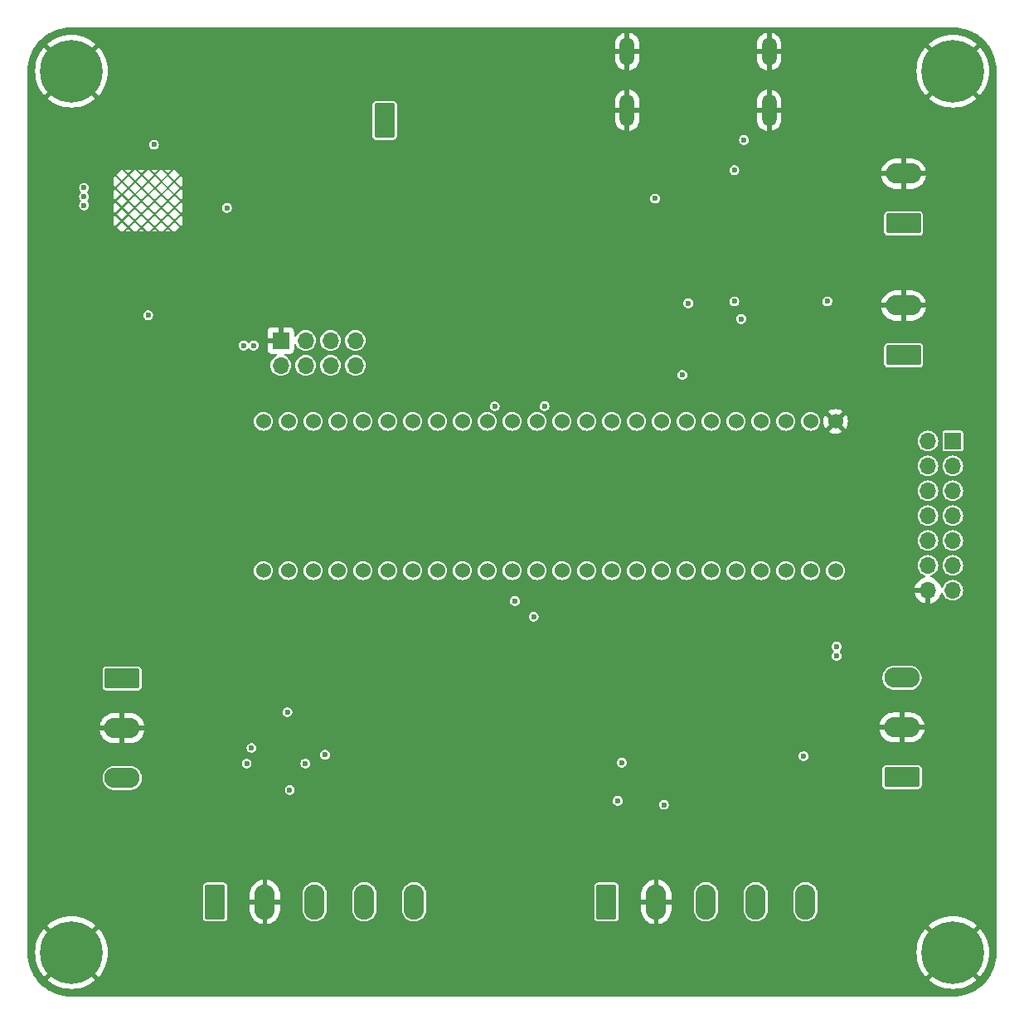
<source format=gbr>
%TF.GenerationSoftware,KiCad,Pcbnew,8.0.4*%
%TF.CreationDate,2024-09-25T08:20:50+02:00*%
%TF.ProjectId,pong_pcb,706f6e67-5f70-4636-922e-6b696361645f,rev?*%
%TF.SameCoordinates,Original*%
%TF.FileFunction,Copper,L3,Inr*%
%TF.FilePolarity,Positive*%
%FSLAX46Y46*%
G04 Gerber Fmt 4.6, Leading zero omitted, Abs format (unit mm)*
G04 Created by KiCad (PCBNEW 8.0.4) date 2024-09-25 08:20:50*
%MOMM*%
%LPD*%
G01*
G04 APERTURE LIST*
G04 Aperture macros list*
%AMRoundRect*
0 Rectangle with rounded corners*
0 $1 Rounding radius*
0 $2 $3 $4 $5 $6 $7 $8 $9 X,Y pos of 4 corners*
0 Add a 4 corners polygon primitive as box body*
4,1,4,$2,$3,$4,$5,$6,$7,$8,$9,$2,$3,0*
0 Add four circle primitives for the rounded corners*
1,1,$1+$1,$2,$3*
1,1,$1+$1,$4,$5*
1,1,$1+$1,$6,$7*
1,1,$1+$1,$8,$9*
0 Add four rect primitives between the rounded corners*
20,1,$1+$1,$2,$3,$4,$5,0*
20,1,$1+$1,$4,$5,$6,$7,0*
20,1,$1+$1,$6,$7,$8,$9,0*
20,1,$1+$1,$8,$9,$2,$3,0*%
G04 Aperture macros list end*
%TA.AperFunction,ComponentPad*%
%ADD10C,0.800000*%
%TD*%
%TA.AperFunction,ComponentPad*%
%ADD11C,6.400000*%
%TD*%
%TA.AperFunction,ComponentPad*%
%ADD12O,1.500000X3.300000*%
%TD*%
%TA.AperFunction,ComponentPad*%
%ADD13O,1.500000X2.890000*%
%TD*%
%TA.AperFunction,ComponentPad*%
%ADD14R,1.700000X1.700000*%
%TD*%
%TA.AperFunction,ComponentPad*%
%ADD15O,1.700000X1.700000*%
%TD*%
%TA.AperFunction,ComponentPad*%
%ADD16RoundRect,0.249999X1.550001X-0.790001X1.550001X0.790001X-1.550001X0.790001X-1.550001X-0.790001X0*%
%TD*%
%TA.AperFunction,ComponentPad*%
%ADD17O,3.600000X2.080000*%
%TD*%
%TA.AperFunction,ComponentPad*%
%ADD18RoundRect,0.249999X-0.790001X-1.550001X0.790001X-1.550001X0.790001X1.550001X-0.790001X1.550001X0*%
%TD*%
%TA.AperFunction,ComponentPad*%
%ADD19O,2.080000X3.600000*%
%TD*%
%TA.AperFunction,ComponentPad*%
%ADD20C,1.524000*%
%TD*%
%TA.AperFunction,ComponentPad*%
%ADD21RoundRect,0.249999X-1.550001X0.790001X-1.550001X-0.790001X1.550001X-0.790001X1.550001X0.790001X0*%
%TD*%
%TA.AperFunction,ComponentPad*%
%ADD22RoundRect,0.249999X0.790001X1.550001X-0.790001X1.550001X-0.790001X-1.550001X0.790001X-1.550001X0*%
%TD*%
%TA.AperFunction,ViaPad*%
%ADD23C,0.600000*%
%TD*%
G04 APERTURE END LIST*
D10*
%TO.N,GND*%
%TO.C,H4*%
X152600000Y-139000000D03*
X153302944Y-137302944D03*
X153302944Y-140697056D03*
X155000000Y-136600000D03*
D11*
X155000000Y-139000000D03*
D10*
X155000000Y-141400000D03*
X156697056Y-137302944D03*
X156697056Y-140697056D03*
X157400000Y-139000000D03*
%TD*%
D12*
%TO.N,GND*%
%TO.C,J2*%
X136250000Y-53000000D03*
D13*
X136250000Y-47000000D03*
D12*
X121750000Y-53000000D03*
D13*
X121750000Y-47000000D03*
%TD*%
D14*
%TO.N,GND*%
%TO.C,J11*%
X86380000Y-76500000D03*
D15*
%TO.N,Net-(J11-Pin_2)*%
X86380000Y-79040000D03*
%TO.N,Net-(J11-Pin_3)*%
X88920000Y-76500000D03*
%TO.N,Net-(J11-Pin_4)*%
X88920000Y-79040000D03*
%TO.N,Net-(J11-Pin_5)*%
X91460000Y-76500000D03*
%TO.N,Net-(J11-Pin_6)*%
X91460000Y-79040000D03*
%TO.N,Net-(J11-Pin_7)*%
X94000000Y-76500000D03*
%TO.N,Net-(J11-Pin_8)*%
X94000000Y-79040000D03*
%TD*%
D16*
%TO.N,/SignalBuffer/ButtonUp2*%
%TO.C,J4*%
X149822500Y-121080000D03*
D17*
%TO.N,GND*%
X149822500Y-116000000D03*
%TO.N,/SignalBuffer/ButtonDown2*%
X149822500Y-110920000D03*
%TD*%
D18*
%TO.N,/SignalBuffer/Echo2*%
%TO.C,J7*%
X119640000Y-133822500D03*
D19*
%TO.N,GND*%
X124720000Y-133822500D03*
%TO.N,/SignalBuffer/Trigger2_buffered*%
X129800000Y-133822500D03*
%TO.N,+3.3V*%
X134880000Y-133822500D03*
%TO.N,+5V*%
X139960000Y-133822500D03*
%TD*%
D16*
%TO.N,/SignalBuffer/ControllerSelect*%
%TO.C,J5*%
X149972500Y-78000000D03*
D17*
%TO.N,GND*%
X149972500Y-72920000D03*
%TD*%
D10*
%TO.N,GND*%
%TO.C,H2*%
X152600000Y-49000000D03*
X153302944Y-47302944D03*
X153302944Y-50697056D03*
X155000000Y-46600000D03*
D11*
X155000000Y-49000000D03*
D10*
X155000000Y-51400000D03*
X156697056Y-47302944D03*
X156697056Y-50697056D03*
X157400000Y-49000000D03*
%TD*%
D14*
%TO.N,Net-(J9-Pin_1)*%
%TO.C,J9*%
X155000000Y-86760000D03*
D15*
%TO.N,Net-(J9-Pin_2)*%
X152460000Y-86760000D03*
%TO.N,Net-(J9-Pin_3)*%
X155000000Y-89300000D03*
%TO.N,Net-(J9-Pin_4)*%
X152460000Y-89300000D03*
%TO.N,Net-(J9-Pin_5)*%
X155000000Y-91840000D03*
%TO.N,Net-(J9-Pin_6)*%
X152460000Y-91840000D03*
%TO.N,Net-(J9-Pin_7)*%
X155000000Y-94380000D03*
%TO.N,Net-(J9-Pin_8)*%
X152460000Y-94380000D03*
%TO.N,Net-(J9-Pin_9)*%
X155000000Y-96920000D03*
%TO.N,Net-(J9-Pin_10)*%
X152460000Y-96920000D03*
%TO.N,Net-(J9-Pin_11)*%
X155000000Y-99460000D03*
%TO.N,Net-(J9-Pin_12)*%
X152460000Y-99460000D03*
%TO.N,Net-(J9-Pin_13)*%
X155000000Y-102000000D03*
%TO.N,GND*%
X152460000Y-102000000D03*
%TD*%
D20*
%TO.N,/FPGA_HDMI/GameReset*%
%TO.C,U2*%
X84600000Y-100000000D03*
%TO.N,/FPGA_HDMI/Controller_switch*%
X87140000Y-100000000D03*
%TO.N,/FPGA_HDMI/BTN_up_l*%
X89680000Y-100000000D03*
%TO.N,/FPGA_HDMI/BTN_down_l*%
X92220000Y-100000000D03*
%TO.N,/FPGA_HDMI/BTN_up_r*%
X94760000Y-100000000D03*
%TO.N,/FPGA_HDMI/BTN_down_r*%
X97300000Y-100000000D03*
%TO.N,/FPGA_HDMI/Trigger_l*%
X99840000Y-100000000D03*
%TO.N,/FPGA_HDMI/Sensor_l*%
X102380000Y-100000000D03*
%TO.N,/FPGA_HDMI/Trigger_r*%
X104920000Y-100000000D03*
%TO.N,/FPGA_HDMI/Sensor_r*%
X107460000Y-100000000D03*
%TO.N,Net-(J9-Pin_1)*%
X110000000Y-100000000D03*
%TO.N,Net-(J9-Pin_2)*%
X112540000Y-100000000D03*
%TO.N,Net-(J9-Pin_3)*%
X115080000Y-100000000D03*
%TO.N,Net-(J9-Pin_4)*%
X117620000Y-100000000D03*
%TO.N,Net-(J9-Pin_5)*%
X120160000Y-100000000D03*
%TO.N,Net-(J9-Pin_6)*%
X122700000Y-100000000D03*
%TO.N,Net-(J9-Pin_7)*%
X125240000Y-100000000D03*
%TO.N,Net-(J9-Pin_8)*%
X127780000Y-100000000D03*
%TO.N,Net-(J9-Pin_9)*%
X130320000Y-100000000D03*
%TO.N,Net-(J9-Pin_10)*%
X132860000Y-100000000D03*
%TO.N,Net-(J9-Pin_11)*%
X135400000Y-100000000D03*
%TO.N,Net-(J9-Pin_12)*%
X137940000Y-100000000D03*
%TO.N,Net-(J9-Pin_13)*%
X140480000Y-100000000D03*
%TO.N,VU*%
X143020000Y-100000000D03*
%TO.N,GND*%
X143020000Y-84760000D03*
%TO.N,unconnected-(U2-pio26-Pad26)*%
X140480000Y-84760000D03*
%TO.N,unconnected-(U2-pio27-Pad27)*%
X137940000Y-84760000D03*
%TO.N,unconnected-(U2-pio28-Pad28)*%
X135400000Y-84760000D03*
%TO.N,unconnected-(U2-pio29-Pad29)*%
X132860000Y-84760000D03*
%TO.N,Hdmil_DDC_data*%
X130320000Y-84760000D03*
%TO.N,Hdmi_DDC_dlk*%
X127780000Y-84760000D03*
%TO.N,Hdmi_CEC*%
X125240000Y-84760000D03*
%TO.N,Hdmi_out_hpd*%
X122700000Y-84760000D03*
%TO.N,Hdmi_out_clk-*%
X120160000Y-84760000D03*
%TO.N,Hdmi_out_clk+*%
X117620000Y-84760000D03*
%TO.N,Hdmi_out_data_0+*%
X115080000Y-84760000D03*
%TO.N,Hdmi_out_data_0-*%
X112540000Y-84760000D03*
%TO.N,Hdmi_out_data_1+*%
X110000000Y-84760000D03*
%TO.N,Hdmi_out_data_1-*%
X107460000Y-84760000D03*
%TO.N,Hdmi_out_data_2-*%
X104920000Y-84760000D03*
%TO.N,Hdmi_out_data_2+*%
X102380000Y-84760000D03*
%TO.N,Net-(J11-Pin_8)*%
X99840000Y-84760000D03*
%TO.N,Net-(J11-Pin_7)*%
X97300000Y-84760000D03*
%TO.N,Net-(J11-Pin_6)*%
X94760000Y-84760000D03*
%TO.N,Net-(J11-Pin_5)*%
X92220000Y-84760000D03*
%TO.N,Net-(J11-Pin_4)*%
X89680000Y-84760000D03*
%TO.N,Net-(J11-Pin_3)*%
X87140000Y-84760000D03*
%TO.N,Net-(J11-Pin_2)*%
X84600000Y-84760000D03*
%TD*%
D16*
%TO.N,/SignalBuffer/GameReset*%
%TO.C,J8*%
X149972500Y-64540000D03*
D17*
%TO.N,GND*%
X149972500Y-59460000D03*
%TD*%
D18*
%TO.N,/SignalBuffer/Echo1*%
%TO.C,J6*%
X79680000Y-133822500D03*
D19*
%TO.N,GND*%
X84760000Y-133822500D03*
%TO.N,/SignalBuffer/Trigger1_buffered*%
X89840000Y-133822500D03*
%TO.N,+3.3V*%
X94920000Y-133822500D03*
%TO.N,+5V*%
X100000000Y-133822500D03*
%TD*%
D21*
%TO.N,/SignalBuffer/ButtonUp1*%
%TO.C,J3*%
X70177500Y-111000000D03*
D17*
%TO.N,GND*%
X70177500Y-116080000D03*
%TO.N,/SignalBuffer/ButtonDown1*%
X70177500Y-121160000D03*
%TD*%
D10*
%TO.N,GND*%
%TO.C,H3*%
X62600000Y-139000000D03*
X63302944Y-137302944D03*
X63302944Y-140697056D03*
X65000000Y-136600000D03*
D11*
X65000000Y-139000000D03*
D10*
X65000000Y-141400000D03*
X66697056Y-137302944D03*
X66697056Y-140697056D03*
X67400000Y-139000000D03*
%TD*%
%TO.N,GND*%
%TO.C,H1*%
X62600000Y-49000000D03*
X63302944Y-47302944D03*
X63302944Y-50697056D03*
X65000000Y-46600000D03*
D11*
X65000000Y-49000000D03*
D10*
X65000000Y-51400000D03*
X66697056Y-47302944D03*
X66697056Y-50697056D03*
X67400000Y-49000000D03*
%TD*%
D22*
%TO.N,/power_in*%
%TO.C,J1*%
X97000000Y-54027500D03*
D19*
%TO.N,GND*%
X91920000Y-54027500D03*
%TD*%
D23*
%TO.N,GND*%
X85500000Y-128830000D03*
X137500000Y-141500000D03*
X90000000Y-47500000D03*
X107500000Y-141500000D03*
X79225000Y-62900000D03*
X82500000Y-141500000D03*
X107500000Y-67500000D03*
X145750000Y-115500000D03*
X62500000Y-127500000D03*
X73125000Y-53300000D03*
X130700000Y-75900000D03*
X157500000Y-55000000D03*
X137000000Y-110750000D03*
X62500000Y-100000000D03*
X140000000Y-124800000D03*
X110000000Y-57500000D03*
X142500000Y-47500000D03*
X128700000Y-63400000D03*
X76125000Y-56400000D03*
X69025000Y-54900000D03*
X100000000Y-75000000D03*
X62500000Y-117500000D03*
X157500000Y-102500000D03*
X157500000Y-80000000D03*
X84000000Y-128830000D03*
X62500000Y-82500000D03*
X157500000Y-92500000D03*
X127500000Y-141500000D03*
X145750000Y-117000000D03*
X62500000Y-107500000D03*
X110000000Y-141500000D03*
X125500000Y-128750000D03*
X135000000Y-121000000D03*
X157500000Y-130000000D03*
X94000000Y-60000000D03*
X70620000Y-74765000D03*
X79000000Y-116000000D03*
X132100000Y-63500000D03*
X127500000Y-47500000D03*
X85000000Y-47500000D03*
X157500000Y-112500000D03*
X157500000Y-97500000D03*
X69670000Y-77315000D03*
X157500000Y-100000000D03*
X157500000Y-60000000D03*
X78425000Y-49400000D03*
X80770000Y-78515000D03*
X121800000Y-63200000D03*
X62500000Y-87500000D03*
X80625000Y-49400000D03*
X71690000Y-73765000D03*
X95000000Y-121080000D03*
X70000000Y-47500000D03*
X157500000Y-72500000D03*
X70000000Y-67500000D03*
X140000000Y-141500000D03*
X62500000Y-132500000D03*
X62500000Y-112500000D03*
X62500000Y-102500000D03*
X70625000Y-56200000D03*
X85000000Y-141500000D03*
X110000000Y-136850000D03*
X62500000Y-65000000D03*
X85000000Y-124080000D03*
X78425000Y-56500000D03*
X112500000Y-141500000D03*
X157500000Y-120000000D03*
X62500000Y-75000000D03*
X84425000Y-50700000D03*
X79825000Y-56100000D03*
X62500000Y-92500000D03*
X75000000Y-141500000D03*
X157500000Y-67500000D03*
X62500000Y-67500000D03*
X129500000Y-51700000D03*
X140000000Y-121000000D03*
X144350000Y-126250000D03*
X110000000Y-62500000D03*
X157500000Y-77500000D03*
X133400000Y-59900000D03*
X128675000Y-66700000D03*
X146000000Y-72400000D03*
X101500000Y-123080000D03*
X74250000Y-115000000D03*
X93500000Y-123080000D03*
X128725000Y-72100000D03*
X124375000Y-114625000D03*
X62500000Y-77500000D03*
X110000000Y-50000000D03*
X91250000Y-57500000D03*
X75000000Y-67500000D03*
X157500000Y-107500000D03*
X145000000Y-68500000D03*
X79020000Y-79765000D03*
X132000000Y-77100000D03*
X95000000Y-47500000D03*
X62500000Y-97500000D03*
X145825000Y-104550000D03*
X80000000Y-141500000D03*
X138000000Y-110750000D03*
X75820000Y-78515000D03*
X157500000Y-117500000D03*
X74250000Y-116500000D03*
X138850000Y-71600000D03*
X145000000Y-47500000D03*
X117500000Y-141500000D03*
X157500000Y-87500000D03*
X97500000Y-92500000D03*
X100000000Y-121080000D03*
X107500000Y-47500000D03*
X157500000Y-80000000D03*
X95000000Y-141500000D03*
X62500000Y-90000000D03*
X105000000Y-70000000D03*
X145825000Y-102550000D03*
X157500000Y-122500000D03*
X131600000Y-116000000D03*
X141000000Y-116000000D03*
X157500000Y-65000000D03*
X90000000Y-59950000D03*
X157500000Y-95000000D03*
X82925000Y-49400000D03*
X111800000Y-135500000D03*
X62500000Y-130000000D03*
X72500000Y-141500000D03*
X157500000Y-70000000D03*
X110000000Y-60000000D03*
X136200000Y-109250000D03*
X133400000Y-75900000D03*
X75000000Y-47500000D03*
X105000000Y-141500000D03*
X102500000Y-92500000D03*
X62500000Y-72500000D03*
X62500000Y-62500000D03*
X100000000Y-92500000D03*
X70620000Y-75715000D03*
X110000000Y-65000000D03*
X82500000Y-47500000D03*
X82500000Y-67500000D03*
X157500000Y-110000000D03*
X140000000Y-47500000D03*
X146000000Y-58500000D03*
X62500000Y-125000000D03*
X112500000Y-47500000D03*
X137500000Y-123000000D03*
X62500000Y-80000000D03*
X92500000Y-57500000D03*
X81020000Y-81415000D03*
X136200000Y-110200000D03*
X123100000Y-64300000D03*
X62500000Y-122500000D03*
X92000000Y-124800000D03*
X135000000Y-124800000D03*
X92500000Y-47500000D03*
X132500000Y-51700000D03*
X108100000Y-135500000D03*
X141500000Y-123000000D03*
X90000000Y-58750000D03*
X157500000Y-57500000D03*
X145000000Y-141500000D03*
X77125000Y-56500000D03*
X157500000Y-115000000D03*
X77500000Y-47500000D03*
X92500000Y-141500000D03*
X133500000Y-123000000D03*
X102500000Y-141500000D03*
X110000000Y-52500000D03*
X88200000Y-117750000D03*
X72500000Y-47500000D03*
X115000000Y-47500000D03*
X157500000Y-90000000D03*
X74925000Y-54900000D03*
X157500000Y-105000000D03*
X102500000Y-47500000D03*
X85000000Y-67500000D03*
X77220000Y-79765000D03*
X62500000Y-55000000D03*
X62500000Y-105000000D03*
X62500000Y-70000000D03*
X130000000Y-47500000D03*
X110000000Y-55000000D03*
X126500000Y-51700000D03*
X110000000Y-134050000D03*
X142500000Y-141500000D03*
X76125000Y-49400000D03*
X97500000Y-141500000D03*
X157500000Y-82500000D03*
X105000000Y-47500000D03*
X94000000Y-58750000D03*
X125000000Y-51700000D03*
X157500000Y-127500000D03*
X110000000Y-47500000D03*
X62500000Y-85000000D03*
X90000000Y-61250000D03*
X69220000Y-74636250D03*
X102500000Y-72500000D03*
X62500000Y-95000000D03*
X62500000Y-115000000D03*
X62500000Y-120000000D03*
X87500000Y-47500000D03*
X100000000Y-141500000D03*
X94000000Y-61250000D03*
X117500000Y-47500000D03*
X135000000Y-141500000D03*
X80000000Y-47500000D03*
X132000000Y-124800000D03*
X157500000Y-62500000D03*
X124500000Y-124000000D03*
X97500000Y-47500000D03*
X95000000Y-124880000D03*
X87500000Y-141500000D03*
X62500000Y-57500000D03*
X100000000Y-124880000D03*
X115000000Y-141500000D03*
X62500000Y-110000000D03*
X97500000Y-123080000D03*
X120000000Y-141500000D03*
X77500000Y-141500000D03*
X100000000Y-47500000D03*
X122500000Y-141500000D03*
X90000000Y-141500000D03*
X157500000Y-75000000D03*
X110000000Y-92500000D03*
X145825000Y-106600000D03*
X132500000Y-47500000D03*
X71670000Y-70665000D03*
X88200000Y-116000000D03*
X157500000Y-125000000D03*
X128000000Y-51700000D03*
X147500000Y-141500000D03*
X79825000Y-57200000D03*
X124000000Y-128750000D03*
X147500000Y-47500000D03*
X72500000Y-67500000D03*
X125000000Y-47500000D03*
X62500000Y-60000000D03*
X131925000Y-66600000D03*
X102550000Y-124750000D03*
X123200000Y-62000000D03*
X70625000Y-53300000D03*
X77500000Y-67500000D03*
X132500000Y-141500000D03*
X97500000Y-77500000D03*
X125000000Y-141500000D03*
X130000000Y-141500000D03*
X105000000Y-92500000D03*
X112500000Y-92500000D03*
X157500000Y-132500000D03*
X97500000Y-80000000D03*
X157500000Y-85000000D03*
X107500000Y-92500000D03*
X74625000Y-50700000D03*
X132500000Y-55800000D03*
X80000000Y-67500000D03*
%TO.N,+5V*%
X73425000Y-56500000D03*
X143150000Y-107750000D03*
X66300000Y-60900000D03*
X66300000Y-61800000D03*
X143150000Y-108700000D03*
X80875000Y-62950000D03*
X133400000Y-74300000D03*
X66300000Y-62700000D03*
%TO.N,+3.3V*%
X83600000Y-77000000D03*
X142200000Y-72500000D03*
X120800000Y-123500000D03*
X128000000Y-72700000D03*
X139760001Y-118939999D03*
X132700000Y-72500000D03*
X82600000Y-77000000D03*
X124600000Y-62000000D03*
%TO.N,/FPGA_HDMI/HDMI_5v*%
X132700000Y-59100000D03*
X133675735Y-56024265D03*
%TO.N,Hdmi_out_data_1+*%
X108218141Y-83214141D03*
%TO.N,Hdmi_out_data_0+*%
X113304000Y-83200000D03*
%TO.N,/FPGA_HDMI/Sensor_l*%
X82900000Y-119700000D03*
X88900000Y-119700000D03*
%TO.N,Hdmi_out_hpd*%
X127375000Y-80000000D03*
%TO.N,/FPGA_HDMI/Trigger_l*%
X90900000Y-118800000D03*
X87300000Y-122400000D03*
%TO.N,/FPGA_HDMI/BTN_down_l*%
X110300000Y-103100000D03*
%TO.N,/FPGA_HDMI/Trigger_r*%
X121200000Y-119600000D03*
X125500000Y-123900000D03*
%TO.N,/FPGA_HDMI/BTN_down_r*%
X83400000Y-118100000D03*
X87050000Y-114450000D03*
%TO.N,/FPGA_HDMI/BTN_up_l*%
X112200000Y-104700000D03*
%TO.N,/3v3-PSU/P_GOOD_3v3*%
X72845000Y-73915000D03*
%TD*%
%TA.AperFunction,Conductor*%
%TO.N,GND*%
G36*
X94000000Y-56250000D02*
G01*
X89750000Y-56250000D01*
X89750000Y-51750000D01*
X94000000Y-51750000D01*
X94000000Y-56250000D01*
G37*
%TD.AperFunction*%
%TD*%
%TA.AperFunction,Conductor*%
%TO.N,GND*%
G36*
X155002702Y-44500617D02*
G01*
X155386771Y-44517386D01*
X155397506Y-44518326D01*
X155775971Y-44568152D01*
X155786597Y-44570025D01*
X156159284Y-44652648D01*
X156169710Y-44655442D01*
X156533765Y-44770227D01*
X156543911Y-44773920D01*
X156896578Y-44920000D01*
X156906369Y-44924566D01*
X157203061Y-45079014D01*
X157244942Y-45100816D01*
X157254310Y-45106224D01*
X157576244Y-45311318D01*
X157585105Y-45317523D01*
X157887930Y-45549889D01*
X157896217Y-45556843D01*
X158177635Y-45814715D01*
X158185284Y-45822364D01*
X158443156Y-46103782D01*
X158450110Y-46112069D01*
X158682476Y-46414894D01*
X158688681Y-46423755D01*
X158893775Y-46745689D01*
X158899183Y-46755057D01*
X159075430Y-47093623D01*
X159080002Y-47103427D01*
X159226075Y-47456078D01*
X159229775Y-47466244D01*
X159344554Y-47830278D01*
X159347354Y-47840727D01*
X159429971Y-48213389D01*
X159431849Y-48224042D01*
X159481671Y-48602473D01*
X159482614Y-48613249D01*
X159499382Y-48997297D01*
X159499500Y-49002706D01*
X159499500Y-138997293D01*
X159499382Y-139002702D01*
X159482614Y-139386750D01*
X159481671Y-139397526D01*
X159431849Y-139775957D01*
X159429971Y-139786610D01*
X159347354Y-140159272D01*
X159344554Y-140169721D01*
X159229775Y-140533755D01*
X159226075Y-140543921D01*
X159080002Y-140896572D01*
X159075430Y-140906376D01*
X158899183Y-141244942D01*
X158893775Y-141254310D01*
X158688681Y-141576244D01*
X158682476Y-141585105D01*
X158450110Y-141887930D01*
X158443156Y-141896217D01*
X158185284Y-142177635D01*
X158177635Y-142185284D01*
X157896217Y-142443156D01*
X157887930Y-142450110D01*
X157585105Y-142682476D01*
X157576244Y-142688681D01*
X157254310Y-142893775D01*
X157244942Y-142899183D01*
X156906376Y-143075430D01*
X156896572Y-143080002D01*
X156543921Y-143226075D01*
X156533755Y-143229775D01*
X156169721Y-143344554D01*
X156159272Y-143347354D01*
X155786610Y-143429971D01*
X155775957Y-143431849D01*
X155397526Y-143481671D01*
X155386750Y-143482614D01*
X155002703Y-143499382D01*
X154997294Y-143499500D01*
X65002706Y-143499500D01*
X64997297Y-143499382D01*
X64613249Y-143482614D01*
X64602473Y-143481671D01*
X64224042Y-143431849D01*
X64213389Y-143429971D01*
X63840727Y-143347354D01*
X63830278Y-143344554D01*
X63466244Y-143229775D01*
X63456078Y-143226075D01*
X63103427Y-143080002D01*
X63093623Y-143075430D01*
X62755057Y-142899183D01*
X62745689Y-142893775D01*
X62423755Y-142688681D01*
X62414894Y-142682476D01*
X62112069Y-142450110D01*
X62103782Y-142443156D01*
X61822364Y-142185284D01*
X61814715Y-142177635D01*
X61556843Y-141896217D01*
X61549889Y-141887930D01*
X61317523Y-141585105D01*
X61311318Y-141576244D01*
X61106224Y-141254310D01*
X61100816Y-141244942D01*
X60924569Y-140906376D01*
X60919997Y-140896572D01*
X60773924Y-140543921D01*
X60770224Y-140533755D01*
X60655442Y-140169710D01*
X60652648Y-140159284D01*
X60570025Y-139786597D01*
X60568152Y-139775971D01*
X60518326Y-139397506D01*
X60517386Y-139386771D01*
X60500618Y-139002702D01*
X60500559Y-138999999D01*
X61294922Y-138999999D01*
X61294922Y-139000000D01*
X61315219Y-139387287D01*
X61375886Y-139770323D01*
X61375887Y-139770330D01*
X61476262Y-140144936D01*
X61615244Y-140506994D01*
X61791310Y-140852543D01*
X62002531Y-141177793D01*
X62211095Y-141435350D01*
X62211096Y-141435350D01*
X63705748Y-139940698D01*
X63779588Y-140042330D01*
X63957670Y-140220412D01*
X64059300Y-140294251D01*
X62564648Y-141788903D01*
X62564649Y-141788904D01*
X62822206Y-141997468D01*
X63147456Y-142208689D01*
X63493005Y-142384755D01*
X63855063Y-142523737D01*
X64229669Y-142624112D01*
X64229676Y-142624113D01*
X64612712Y-142684780D01*
X64999999Y-142705078D01*
X65000001Y-142705078D01*
X65387287Y-142684780D01*
X65770323Y-142624113D01*
X65770330Y-142624112D01*
X66144936Y-142523737D01*
X66506994Y-142384755D01*
X66852543Y-142208689D01*
X67177783Y-141997476D01*
X67177785Y-141997475D01*
X67435349Y-141788902D01*
X65940698Y-140294251D01*
X66042330Y-140220412D01*
X66220412Y-140042330D01*
X66294251Y-139940698D01*
X67788902Y-141435349D01*
X67997475Y-141177785D01*
X67997476Y-141177783D01*
X68208689Y-140852543D01*
X68384755Y-140506994D01*
X68523737Y-140144936D01*
X68624112Y-139770330D01*
X68624113Y-139770323D01*
X68684780Y-139387287D01*
X68705078Y-139000000D01*
X68705078Y-138999999D01*
X151294922Y-138999999D01*
X151294922Y-139000000D01*
X151315219Y-139387287D01*
X151375886Y-139770323D01*
X151375887Y-139770330D01*
X151476262Y-140144936D01*
X151615244Y-140506994D01*
X151791310Y-140852543D01*
X152002531Y-141177793D01*
X152211095Y-141435350D01*
X152211096Y-141435350D01*
X153705748Y-139940698D01*
X153779588Y-140042330D01*
X153957670Y-140220412D01*
X154059300Y-140294251D01*
X152564648Y-141788903D01*
X152564649Y-141788904D01*
X152822206Y-141997468D01*
X153147456Y-142208689D01*
X153493005Y-142384755D01*
X153855063Y-142523737D01*
X154229669Y-142624112D01*
X154229676Y-142624113D01*
X154612712Y-142684780D01*
X154999999Y-142705078D01*
X155000001Y-142705078D01*
X155387287Y-142684780D01*
X155770323Y-142624113D01*
X155770330Y-142624112D01*
X156144936Y-142523737D01*
X156506994Y-142384755D01*
X156852543Y-142208689D01*
X157177783Y-141997476D01*
X157177785Y-141997475D01*
X157435349Y-141788902D01*
X155940698Y-140294251D01*
X156042330Y-140220412D01*
X156220412Y-140042330D01*
X156294251Y-139940698D01*
X157788902Y-141435349D01*
X157997475Y-141177785D01*
X157997476Y-141177783D01*
X158208689Y-140852543D01*
X158384755Y-140506994D01*
X158523737Y-140144936D01*
X158624112Y-139770330D01*
X158624113Y-139770323D01*
X158684780Y-139387287D01*
X158705078Y-139000000D01*
X158705078Y-138999999D01*
X158684780Y-138612712D01*
X158624113Y-138229676D01*
X158624112Y-138229669D01*
X158523737Y-137855063D01*
X158384755Y-137493005D01*
X158208689Y-137147456D01*
X157997468Y-136822206D01*
X157788904Y-136564649D01*
X157788903Y-136564648D01*
X156294251Y-138059300D01*
X156220412Y-137957670D01*
X156042330Y-137779588D01*
X155940698Y-137705748D01*
X157435350Y-136211096D01*
X157435350Y-136211095D01*
X157177793Y-136002531D01*
X156852543Y-135791310D01*
X156506994Y-135615244D01*
X156144936Y-135476262D01*
X155770330Y-135375887D01*
X155770323Y-135375886D01*
X155387287Y-135315219D01*
X155000001Y-135294922D01*
X154999999Y-135294922D01*
X154612712Y-135315219D01*
X154229676Y-135375886D01*
X154229669Y-135375887D01*
X153855063Y-135476262D01*
X153493005Y-135615244D01*
X153147456Y-135791310D01*
X152822206Y-136002531D01*
X152564648Y-136211095D01*
X152564648Y-136211096D01*
X154059301Y-137705748D01*
X153957670Y-137779588D01*
X153779588Y-137957670D01*
X153705748Y-138059300D01*
X152211096Y-136564648D01*
X152211095Y-136564648D01*
X152002531Y-136822206D01*
X151791310Y-137147456D01*
X151615244Y-137493005D01*
X151476262Y-137855063D01*
X151375887Y-138229669D01*
X151375886Y-138229676D01*
X151315219Y-138612712D01*
X151294922Y-138999999D01*
X68705078Y-138999999D01*
X68684780Y-138612712D01*
X68624113Y-138229676D01*
X68624112Y-138229669D01*
X68523737Y-137855063D01*
X68384755Y-137493005D01*
X68208689Y-137147456D01*
X67997468Y-136822206D01*
X67788904Y-136564649D01*
X67788903Y-136564648D01*
X66294251Y-138059300D01*
X66220412Y-137957670D01*
X66042330Y-137779588D01*
X65940698Y-137705748D01*
X67435350Y-136211096D01*
X67435350Y-136211095D01*
X67177793Y-136002531D01*
X66852543Y-135791310D01*
X66506994Y-135615244D01*
X66144936Y-135476262D01*
X65770330Y-135375887D01*
X65770323Y-135375886D01*
X65387287Y-135315219D01*
X65000001Y-135294922D01*
X64999999Y-135294922D01*
X64612712Y-135315219D01*
X64229676Y-135375886D01*
X64229669Y-135375887D01*
X63855063Y-135476262D01*
X63493005Y-135615244D01*
X63147456Y-135791310D01*
X62822206Y-136002531D01*
X62564648Y-136211095D01*
X62564648Y-136211096D01*
X64059301Y-137705748D01*
X63957670Y-137779588D01*
X63779588Y-137957670D01*
X63705748Y-138059300D01*
X62211096Y-136564648D01*
X62211095Y-136564648D01*
X62002531Y-136822206D01*
X61791310Y-137147456D01*
X61615244Y-137493005D01*
X61476262Y-137855063D01*
X61375887Y-138229669D01*
X61375886Y-138229676D01*
X61315219Y-138612712D01*
X61294922Y-138999999D01*
X60500559Y-138999999D01*
X60500500Y-138997293D01*
X60500500Y-132218229D01*
X78439500Y-132218229D01*
X78439500Y-135426760D01*
X78439501Y-135426766D01*
X78442354Y-135457200D01*
X78442354Y-135457202D01*
X78442355Y-135457203D01*
X78442355Y-135457205D01*
X78487206Y-135585382D01*
X78567849Y-135694650D01*
X78618616Y-135732117D01*
X78677117Y-135775293D01*
X78719844Y-135790244D01*
X78805298Y-135820146D01*
X78812323Y-135820804D01*
X78835733Y-135823000D01*
X80524266Y-135822999D01*
X80554700Y-135820146D01*
X80682883Y-135775293D01*
X80792150Y-135694650D01*
X80872793Y-135585383D01*
X80910976Y-135476262D01*
X80917646Y-135457202D01*
X80917646Y-135457200D01*
X80920500Y-135426767D01*
X80920499Y-132941299D01*
X83220000Y-132941299D01*
X83220000Y-133572500D01*
X84105879Y-133572500D01*
X84086901Y-133618318D01*
X84060000Y-133753556D01*
X84060000Y-133891444D01*
X84086901Y-134026682D01*
X84105879Y-134072500D01*
X83220000Y-134072500D01*
X83220000Y-134703700D01*
X83257920Y-134943118D01*
X83332827Y-135173659D01*
X83442874Y-135389636D01*
X83585356Y-135585745D01*
X83756754Y-135757143D01*
X83952863Y-135899625D01*
X84168840Y-136009672D01*
X84399381Y-136084580D01*
X84510000Y-136102100D01*
X84510000Y-134476620D01*
X84555818Y-134495599D01*
X84691056Y-134522500D01*
X84828944Y-134522500D01*
X84964182Y-134495599D01*
X85010000Y-134476620D01*
X85010000Y-136102099D01*
X85120618Y-136084580D01*
X85351159Y-136009672D01*
X85567136Y-135899625D01*
X85763245Y-135757143D01*
X85934643Y-135585745D01*
X86077125Y-135389636D01*
X86187172Y-135173659D01*
X86262079Y-134943118D01*
X86300000Y-134703700D01*
X86300000Y-134072500D01*
X85414121Y-134072500D01*
X85433099Y-134026682D01*
X85460000Y-133891444D01*
X85460000Y-133753556D01*
X85433099Y-133618318D01*
X85414121Y-133572500D01*
X86300000Y-133572500D01*
X86300000Y-132964865D01*
X88599500Y-132964865D01*
X88599500Y-134680134D01*
X88630045Y-134872985D01*
X88690381Y-135058684D01*
X88690382Y-135058687D01*
X88779031Y-135232667D01*
X88893793Y-135390625D01*
X88893797Y-135390630D01*
X89031869Y-135528702D01*
X89031874Y-135528706D01*
X89150985Y-135615244D01*
X89189836Y-135643471D01*
X89290280Y-135694650D01*
X89363812Y-135732117D01*
X89363815Y-135732118D01*
X89440836Y-135757143D01*
X89549516Y-135792455D01*
X89638835Y-135806601D01*
X89742366Y-135823000D01*
X89742371Y-135823000D01*
X89937634Y-135823000D01*
X90031125Y-135808191D01*
X90130484Y-135792455D01*
X90316187Y-135732117D01*
X90490164Y-135643471D01*
X90648132Y-135528701D01*
X90786201Y-135390632D01*
X90900971Y-135232664D01*
X90989617Y-135058687D01*
X91049955Y-134872984D01*
X91076767Y-134703700D01*
X91080500Y-134680134D01*
X91080500Y-132964865D01*
X93679500Y-132964865D01*
X93679500Y-134680134D01*
X93710045Y-134872985D01*
X93770381Y-135058684D01*
X93770382Y-135058687D01*
X93859031Y-135232667D01*
X93973793Y-135390625D01*
X93973797Y-135390630D01*
X94111869Y-135528702D01*
X94111874Y-135528706D01*
X94230985Y-135615244D01*
X94269836Y-135643471D01*
X94370280Y-135694650D01*
X94443812Y-135732117D01*
X94443815Y-135732118D01*
X94520836Y-135757143D01*
X94629516Y-135792455D01*
X94718835Y-135806601D01*
X94822366Y-135823000D01*
X94822371Y-135823000D01*
X95017634Y-135823000D01*
X95111125Y-135808191D01*
X95210484Y-135792455D01*
X95396187Y-135732117D01*
X95570164Y-135643471D01*
X95728132Y-135528701D01*
X95866201Y-135390632D01*
X95980971Y-135232664D01*
X96069617Y-135058687D01*
X96129955Y-134872984D01*
X96156767Y-134703700D01*
X96160500Y-134680134D01*
X96160500Y-132964865D01*
X98759500Y-132964865D01*
X98759500Y-134680134D01*
X98790045Y-134872985D01*
X98850381Y-135058684D01*
X98850382Y-135058687D01*
X98939031Y-135232667D01*
X99053793Y-135390625D01*
X99053797Y-135390630D01*
X99191869Y-135528702D01*
X99191874Y-135528706D01*
X99310985Y-135615244D01*
X99349836Y-135643471D01*
X99450280Y-135694650D01*
X99523812Y-135732117D01*
X99523815Y-135732118D01*
X99600836Y-135757143D01*
X99709516Y-135792455D01*
X99798835Y-135806601D01*
X99902366Y-135823000D01*
X99902371Y-135823000D01*
X100097634Y-135823000D01*
X100191125Y-135808191D01*
X100290484Y-135792455D01*
X100476187Y-135732117D01*
X100650164Y-135643471D01*
X100808132Y-135528701D01*
X100946201Y-135390632D01*
X101060971Y-135232664D01*
X101149617Y-135058687D01*
X101209955Y-134872984D01*
X101236767Y-134703700D01*
X101240500Y-134680134D01*
X101240500Y-132964865D01*
X101222730Y-132852674D01*
X101209955Y-132772016D01*
X101149617Y-132586313D01*
X101149617Y-132586312D01*
X101091035Y-132471340D01*
X101060971Y-132412336D01*
X101046307Y-132392153D01*
X100946206Y-132254374D01*
X100946202Y-132254369D01*
X100910062Y-132218229D01*
X118399500Y-132218229D01*
X118399500Y-135426760D01*
X118399501Y-135426766D01*
X118402354Y-135457200D01*
X118402354Y-135457202D01*
X118402355Y-135457203D01*
X118402355Y-135457205D01*
X118447206Y-135585382D01*
X118527849Y-135694650D01*
X118578616Y-135732117D01*
X118637117Y-135775293D01*
X118679844Y-135790244D01*
X118765298Y-135820146D01*
X118772323Y-135820804D01*
X118795733Y-135823000D01*
X120484266Y-135822999D01*
X120514700Y-135820146D01*
X120642883Y-135775293D01*
X120752150Y-135694650D01*
X120832793Y-135585383D01*
X120870976Y-135476262D01*
X120877646Y-135457202D01*
X120877646Y-135457200D01*
X120880500Y-135426767D01*
X120880499Y-132941299D01*
X123180000Y-132941299D01*
X123180000Y-133572500D01*
X124065879Y-133572500D01*
X124046901Y-133618318D01*
X124020000Y-133753556D01*
X124020000Y-133891444D01*
X124046901Y-134026682D01*
X124065879Y-134072500D01*
X123180000Y-134072500D01*
X123180000Y-134703700D01*
X123217920Y-134943118D01*
X123292827Y-135173659D01*
X123402874Y-135389636D01*
X123545356Y-135585745D01*
X123716754Y-135757143D01*
X123912863Y-135899625D01*
X124128840Y-136009672D01*
X124359381Y-136084580D01*
X124470000Y-136102100D01*
X124470000Y-134476620D01*
X124515818Y-134495599D01*
X124651056Y-134522500D01*
X124788944Y-134522500D01*
X124924182Y-134495599D01*
X124970000Y-134476620D01*
X124970000Y-136102099D01*
X125080618Y-136084580D01*
X125311159Y-136009672D01*
X125527136Y-135899625D01*
X125723245Y-135757143D01*
X125894643Y-135585745D01*
X126037125Y-135389636D01*
X126147172Y-135173659D01*
X126222079Y-134943118D01*
X126260000Y-134703700D01*
X126260000Y-134072500D01*
X125374121Y-134072500D01*
X125393099Y-134026682D01*
X125420000Y-133891444D01*
X125420000Y-133753556D01*
X125393099Y-133618318D01*
X125374121Y-133572500D01*
X126260000Y-133572500D01*
X126260000Y-132964865D01*
X128559500Y-132964865D01*
X128559500Y-134680134D01*
X128590045Y-134872985D01*
X128650381Y-135058684D01*
X128650382Y-135058687D01*
X128739031Y-135232667D01*
X128853793Y-135390625D01*
X128853797Y-135390630D01*
X128991869Y-135528702D01*
X128991874Y-135528706D01*
X129110985Y-135615244D01*
X129149836Y-135643471D01*
X129250280Y-135694650D01*
X129323812Y-135732117D01*
X129323815Y-135732118D01*
X129400836Y-135757143D01*
X129509516Y-135792455D01*
X129598835Y-135806601D01*
X129702366Y-135823000D01*
X129702371Y-135823000D01*
X129897634Y-135823000D01*
X129991125Y-135808191D01*
X130090484Y-135792455D01*
X130276187Y-135732117D01*
X130450164Y-135643471D01*
X130608132Y-135528701D01*
X130746201Y-135390632D01*
X130860971Y-135232664D01*
X130949617Y-135058687D01*
X131009955Y-134872984D01*
X131036767Y-134703700D01*
X131040500Y-134680134D01*
X131040500Y-132964865D01*
X133639500Y-132964865D01*
X133639500Y-134680134D01*
X133670045Y-134872985D01*
X133730381Y-135058684D01*
X133730382Y-135058687D01*
X133819031Y-135232667D01*
X133933793Y-135390625D01*
X133933797Y-135390630D01*
X134071869Y-135528702D01*
X134071874Y-135528706D01*
X134190985Y-135615244D01*
X134229836Y-135643471D01*
X134330280Y-135694650D01*
X134403812Y-135732117D01*
X134403815Y-135732118D01*
X134480836Y-135757143D01*
X134589516Y-135792455D01*
X134678835Y-135806601D01*
X134782366Y-135823000D01*
X134782371Y-135823000D01*
X134977634Y-135823000D01*
X135071125Y-135808191D01*
X135170484Y-135792455D01*
X135356187Y-135732117D01*
X135530164Y-135643471D01*
X135688132Y-135528701D01*
X135826201Y-135390632D01*
X135940971Y-135232664D01*
X136029617Y-135058687D01*
X136089955Y-134872984D01*
X136116767Y-134703700D01*
X136120500Y-134680134D01*
X136120500Y-132964865D01*
X138719500Y-132964865D01*
X138719500Y-134680134D01*
X138750045Y-134872985D01*
X138810381Y-135058684D01*
X138810382Y-135058687D01*
X138899031Y-135232667D01*
X139013793Y-135390625D01*
X139013797Y-135390630D01*
X139151869Y-135528702D01*
X139151874Y-135528706D01*
X139270985Y-135615244D01*
X139309836Y-135643471D01*
X139410280Y-135694650D01*
X139483812Y-135732117D01*
X139483815Y-135732118D01*
X139560836Y-135757143D01*
X139669516Y-135792455D01*
X139758835Y-135806601D01*
X139862366Y-135823000D01*
X139862371Y-135823000D01*
X140057634Y-135823000D01*
X140151125Y-135808191D01*
X140250484Y-135792455D01*
X140436187Y-135732117D01*
X140610164Y-135643471D01*
X140768132Y-135528701D01*
X140906201Y-135390632D01*
X141020971Y-135232664D01*
X141109617Y-135058687D01*
X141169955Y-134872984D01*
X141196767Y-134703700D01*
X141200500Y-134680134D01*
X141200500Y-132964865D01*
X141182730Y-132852674D01*
X141169955Y-132772016D01*
X141109617Y-132586313D01*
X141109617Y-132586312D01*
X141051035Y-132471340D01*
X141020971Y-132412336D01*
X141006307Y-132392153D01*
X140906206Y-132254374D01*
X140906202Y-132254369D01*
X140768130Y-132116297D01*
X140768125Y-132116293D01*
X140610167Y-132001531D01*
X140610166Y-132001530D01*
X140610164Y-132001529D01*
X140554426Y-131973129D01*
X140436187Y-131912882D01*
X140436184Y-131912881D01*
X140250485Y-131852545D01*
X140057634Y-131822000D01*
X140057629Y-131822000D01*
X139862371Y-131822000D01*
X139862366Y-131822000D01*
X139669514Y-131852545D01*
X139483815Y-131912881D01*
X139483812Y-131912882D01*
X139309832Y-132001531D01*
X139151874Y-132116293D01*
X139151869Y-132116297D01*
X139013797Y-132254369D01*
X139013793Y-132254374D01*
X138899031Y-132412332D01*
X138810382Y-132586312D01*
X138810381Y-132586315D01*
X138750045Y-132772014D01*
X138719500Y-132964865D01*
X136120500Y-132964865D01*
X136102730Y-132852674D01*
X136089955Y-132772016D01*
X136029617Y-132586313D01*
X136029617Y-132586312D01*
X135971035Y-132471340D01*
X135940971Y-132412336D01*
X135926307Y-132392153D01*
X135826206Y-132254374D01*
X135826202Y-132254369D01*
X135688130Y-132116297D01*
X135688125Y-132116293D01*
X135530167Y-132001531D01*
X135530166Y-132001530D01*
X135530164Y-132001529D01*
X135474426Y-131973129D01*
X135356187Y-131912882D01*
X135356184Y-131912881D01*
X135170485Y-131852545D01*
X134977634Y-131822000D01*
X134977629Y-131822000D01*
X134782371Y-131822000D01*
X134782366Y-131822000D01*
X134589514Y-131852545D01*
X134403815Y-131912881D01*
X134403812Y-131912882D01*
X134229832Y-132001531D01*
X134071874Y-132116293D01*
X134071869Y-132116297D01*
X133933797Y-132254369D01*
X133933793Y-132254374D01*
X133819031Y-132412332D01*
X133730382Y-132586312D01*
X133730381Y-132586315D01*
X133670045Y-132772014D01*
X133639500Y-132964865D01*
X131040500Y-132964865D01*
X131022730Y-132852674D01*
X131009955Y-132772016D01*
X130949617Y-132586313D01*
X130949617Y-132586312D01*
X130891035Y-132471340D01*
X130860971Y-132412336D01*
X130846307Y-132392153D01*
X130746206Y-132254374D01*
X130746202Y-132254369D01*
X130608130Y-132116297D01*
X130608125Y-132116293D01*
X130450167Y-132001531D01*
X130450166Y-132001530D01*
X130450164Y-132001529D01*
X130394426Y-131973129D01*
X130276187Y-131912882D01*
X130276184Y-131912881D01*
X130090485Y-131852545D01*
X129897634Y-131822000D01*
X129897629Y-131822000D01*
X129702371Y-131822000D01*
X129702366Y-131822000D01*
X129509514Y-131852545D01*
X129323815Y-131912881D01*
X129323812Y-131912882D01*
X129149832Y-132001531D01*
X128991874Y-132116293D01*
X128991869Y-132116297D01*
X128853797Y-132254369D01*
X128853793Y-132254374D01*
X128739031Y-132412332D01*
X128650382Y-132586312D01*
X128650381Y-132586315D01*
X128590045Y-132772014D01*
X128559500Y-132964865D01*
X126260000Y-132964865D01*
X126260000Y-132941299D01*
X126222079Y-132701881D01*
X126147172Y-132471340D01*
X126037125Y-132255363D01*
X125894643Y-132059254D01*
X125723245Y-131887856D01*
X125527136Y-131745374D01*
X125311157Y-131635327D01*
X125080614Y-131560419D01*
X124970000Y-131542899D01*
X124970000Y-133168379D01*
X124924182Y-133149401D01*
X124788944Y-133122500D01*
X124651056Y-133122500D01*
X124515818Y-133149401D01*
X124470000Y-133168379D01*
X124470000Y-131542899D01*
X124469999Y-131542899D01*
X124359385Y-131560419D01*
X124128842Y-131635327D01*
X123912863Y-131745374D01*
X123716754Y-131887856D01*
X123545356Y-132059254D01*
X123402874Y-132255363D01*
X123292827Y-132471340D01*
X123217920Y-132701881D01*
X123180000Y-132941299D01*
X120880499Y-132941299D01*
X120880499Y-132218234D01*
X120877646Y-132187800D01*
X120832793Y-132059617D01*
X120832525Y-132059254D01*
X120752150Y-131950349D01*
X120667474Y-131887856D01*
X120642883Y-131869707D01*
X120642881Y-131869706D01*
X120514701Y-131824853D01*
X120484270Y-131822000D01*
X118795739Y-131822000D01*
X118781751Y-131823311D01*
X118765300Y-131824854D01*
X118765297Y-131824854D01*
X118765296Y-131824855D01*
X118765294Y-131824855D01*
X118637117Y-131869706D01*
X118527849Y-131950349D01*
X118447206Y-132059618D01*
X118402353Y-132187797D01*
X118402353Y-132187799D01*
X118399500Y-132218229D01*
X100910062Y-132218229D01*
X100808130Y-132116297D01*
X100808125Y-132116293D01*
X100650167Y-132001531D01*
X100650166Y-132001530D01*
X100650164Y-132001529D01*
X100594426Y-131973129D01*
X100476187Y-131912882D01*
X100476184Y-131912881D01*
X100290485Y-131852545D01*
X100097634Y-131822000D01*
X100097629Y-131822000D01*
X99902371Y-131822000D01*
X99902366Y-131822000D01*
X99709514Y-131852545D01*
X99523815Y-131912881D01*
X99523812Y-131912882D01*
X99349832Y-132001531D01*
X99191874Y-132116293D01*
X99191869Y-132116297D01*
X99053797Y-132254369D01*
X99053793Y-132254374D01*
X98939031Y-132412332D01*
X98850382Y-132586312D01*
X98850381Y-132586315D01*
X98790045Y-132772014D01*
X98759500Y-132964865D01*
X96160500Y-132964865D01*
X96142730Y-132852674D01*
X96129955Y-132772016D01*
X96069617Y-132586313D01*
X96069617Y-132586312D01*
X96011035Y-132471340D01*
X95980971Y-132412336D01*
X95966307Y-132392153D01*
X95866206Y-132254374D01*
X95866202Y-132254369D01*
X95728130Y-132116297D01*
X95728125Y-132116293D01*
X95570167Y-132001531D01*
X95570166Y-132001530D01*
X95570164Y-132001529D01*
X95514426Y-131973129D01*
X95396187Y-131912882D01*
X95396184Y-131912881D01*
X95210485Y-131852545D01*
X95017634Y-131822000D01*
X95017629Y-131822000D01*
X94822371Y-131822000D01*
X94822366Y-131822000D01*
X94629514Y-131852545D01*
X94443815Y-131912881D01*
X94443812Y-131912882D01*
X94269832Y-132001531D01*
X94111874Y-132116293D01*
X94111869Y-132116297D01*
X93973797Y-132254369D01*
X93973793Y-132254374D01*
X93859031Y-132412332D01*
X93770382Y-132586312D01*
X93770381Y-132586315D01*
X93710045Y-132772014D01*
X93679500Y-132964865D01*
X91080500Y-132964865D01*
X91062730Y-132852674D01*
X91049955Y-132772016D01*
X90989617Y-132586313D01*
X90989617Y-132586312D01*
X90931035Y-132471340D01*
X90900971Y-132412336D01*
X90886307Y-132392153D01*
X90786206Y-132254374D01*
X90786202Y-132254369D01*
X90648130Y-132116297D01*
X90648125Y-132116293D01*
X90490167Y-132001531D01*
X90490166Y-132001530D01*
X90490164Y-132001529D01*
X90434426Y-131973129D01*
X90316187Y-131912882D01*
X90316184Y-131912881D01*
X90130485Y-131852545D01*
X89937634Y-131822000D01*
X89937629Y-131822000D01*
X89742371Y-131822000D01*
X89742366Y-131822000D01*
X89549514Y-131852545D01*
X89363815Y-131912881D01*
X89363812Y-131912882D01*
X89189832Y-132001531D01*
X89031874Y-132116293D01*
X89031869Y-132116297D01*
X88893797Y-132254369D01*
X88893793Y-132254374D01*
X88779031Y-132412332D01*
X88690382Y-132586312D01*
X88690381Y-132586315D01*
X88630045Y-132772014D01*
X88599500Y-132964865D01*
X86300000Y-132964865D01*
X86300000Y-132941299D01*
X86262079Y-132701881D01*
X86187172Y-132471340D01*
X86077125Y-132255363D01*
X85934643Y-132059254D01*
X85763245Y-131887856D01*
X85567136Y-131745374D01*
X85351157Y-131635327D01*
X85120614Y-131560419D01*
X85010000Y-131542899D01*
X85010000Y-133168379D01*
X84964182Y-133149401D01*
X84828944Y-133122500D01*
X84691056Y-133122500D01*
X84555818Y-133149401D01*
X84510000Y-133168379D01*
X84510000Y-131542899D01*
X84509999Y-131542899D01*
X84399385Y-131560419D01*
X84168842Y-131635327D01*
X83952863Y-131745374D01*
X83756754Y-131887856D01*
X83585356Y-132059254D01*
X83442874Y-132255363D01*
X83332827Y-132471340D01*
X83257920Y-132701881D01*
X83220000Y-132941299D01*
X80920499Y-132941299D01*
X80920499Y-132218234D01*
X80917646Y-132187800D01*
X80872793Y-132059617D01*
X80872525Y-132059254D01*
X80792150Y-131950349D01*
X80707474Y-131887856D01*
X80682883Y-131869707D01*
X80682881Y-131869706D01*
X80554701Y-131824853D01*
X80524270Y-131822000D01*
X78835739Y-131822000D01*
X78821751Y-131823311D01*
X78805300Y-131824854D01*
X78805297Y-131824854D01*
X78805296Y-131824855D01*
X78805294Y-131824855D01*
X78677117Y-131869706D01*
X78567849Y-131950349D01*
X78487206Y-132059618D01*
X78442353Y-132187797D01*
X78442353Y-132187799D01*
X78439500Y-132218229D01*
X60500500Y-132218229D01*
X60500500Y-123500000D01*
X120294353Y-123500000D01*
X120314834Y-123642456D01*
X120374622Y-123773371D01*
X120374623Y-123773373D01*
X120468872Y-123882143D01*
X120589947Y-123959953D01*
X120589950Y-123959954D01*
X120589949Y-123959954D01*
X120728036Y-124000499D01*
X120728038Y-124000500D01*
X120728039Y-124000500D01*
X120871962Y-124000500D01*
X120871962Y-124000499D01*
X121010053Y-123959953D01*
X121103342Y-123900000D01*
X124994353Y-123900000D01*
X125014834Y-124042456D01*
X125074622Y-124173371D01*
X125074623Y-124173373D01*
X125168872Y-124282143D01*
X125289947Y-124359953D01*
X125289950Y-124359954D01*
X125289949Y-124359954D01*
X125428036Y-124400499D01*
X125428038Y-124400500D01*
X125428039Y-124400500D01*
X125571962Y-124400500D01*
X125571962Y-124400499D01*
X125710053Y-124359953D01*
X125831128Y-124282143D01*
X125925377Y-124173373D01*
X125985165Y-124042457D01*
X126005647Y-123900000D01*
X125985165Y-123757543D01*
X125925377Y-123626627D01*
X125831128Y-123517857D01*
X125710053Y-123440047D01*
X125710051Y-123440046D01*
X125710049Y-123440045D01*
X125710050Y-123440045D01*
X125571963Y-123399500D01*
X125571961Y-123399500D01*
X125428039Y-123399500D01*
X125428036Y-123399500D01*
X125289949Y-123440045D01*
X125168873Y-123517856D01*
X125074623Y-123626626D01*
X125074622Y-123626628D01*
X125014834Y-123757543D01*
X124994353Y-123900000D01*
X121103342Y-123900000D01*
X121131128Y-123882143D01*
X121225377Y-123773373D01*
X121285165Y-123642457D01*
X121305647Y-123500000D01*
X121285165Y-123357543D01*
X121225377Y-123226627D01*
X121131128Y-123117857D01*
X121010053Y-123040047D01*
X121010051Y-123040046D01*
X121010049Y-123040045D01*
X121010050Y-123040045D01*
X120871963Y-122999500D01*
X120871961Y-122999500D01*
X120728039Y-122999500D01*
X120728036Y-122999500D01*
X120589949Y-123040045D01*
X120468873Y-123117856D01*
X120374623Y-123226626D01*
X120374622Y-123226628D01*
X120314834Y-123357543D01*
X120294353Y-123500000D01*
X60500500Y-123500000D01*
X60500500Y-121062365D01*
X68177000Y-121062365D01*
X68177000Y-121257634D01*
X68207545Y-121450485D01*
X68267881Y-121636184D01*
X68267882Y-121636187D01*
X68356531Y-121810167D01*
X68471293Y-121968125D01*
X68471297Y-121968130D01*
X68609369Y-122106202D01*
X68609374Y-122106206D01*
X68637483Y-122126628D01*
X68767336Y-122220971D01*
X68869042Y-122272793D01*
X68941312Y-122309617D01*
X68941315Y-122309618D01*
X69034164Y-122339786D01*
X69127016Y-122369955D01*
X69216335Y-122384101D01*
X69319866Y-122400500D01*
X69319871Y-122400500D01*
X71035134Y-122400500D01*
X71038291Y-122400000D01*
X86794353Y-122400000D01*
X86814834Y-122542456D01*
X86874622Y-122673371D01*
X86874623Y-122673373D01*
X86968872Y-122782143D01*
X87089947Y-122859953D01*
X87089950Y-122859954D01*
X87089949Y-122859954D01*
X87228036Y-122900499D01*
X87228038Y-122900500D01*
X87228039Y-122900500D01*
X87371962Y-122900500D01*
X87371962Y-122900499D01*
X87510053Y-122859953D01*
X87631128Y-122782143D01*
X87725377Y-122673373D01*
X87785165Y-122542457D01*
X87805647Y-122400000D01*
X87785165Y-122257543D01*
X87725377Y-122126627D01*
X87631128Y-122017857D01*
X87510053Y-121940047D01*
X87510051Y-121940046D01*
X87510049Y-121940045D01*
X87510050Y-121940045D01*
X87371963Y-121899500D01*
X87371961Y-121899500D01*
X87228039Y-121899500D01*
X87228036Y-121899500D01*
X87089949Y-121940045D01*
X86968873Y-122017856D01*
X86874623Y-122126626D01*
X86874622Y-122126628D01*
X86814834Y-122257543D01*
X86794353Y-122400000D01*
X71038291Y-122400000D01*
X71128625Y-122385691D01*
X71227984Y-122369955D01*
X71413687Y-122309617D01*
X71587664Y-122220971D01*
X71745632Y-122106201D01*
X71883701Y-121968132D01*
X71998471Y-121810164D01*
X72087117Y-121636187D01*
X72147455Y-121450484D01*
X72163191Y-121351125D01*
X72178000Y-121257634D01*
X72178000Y-121062365D01*
X72160230Y-120950174D01*
X72147455Y-120869516D01*
X72087117Y-120683813D01*
X72087117Y-120683812D01*
X72056419Y-120623565D01*
X71998471Y-120509836D01*
X71983807Y-120489653D01*
X71883706Y-120351874D01*
X71883702Y-120351869D01*
X71767562Y-120235729D01*
X147822000Y-120235729D01*
X147822000Y-121924260D01*
X147822001Y-121924266D01*
X147824854Y-121954700D01*
X147824854Y-121954702D01*
X147824855Y-121954703D01*
X147824855Y-121954705D01*
X147869706Y-122082882D01*
X147950349Y-122192150D01*
X147989397Y-122220968D01*
X148059617Y-122272793D01*
X148102344Y-122287744D01*
X148187798Y-122317646D01*
X148194823Y-122318304D01*
X148218233Y-122320500D01*
X151426766Y-122320499D01*
X151457200Y-122317646D01*
X151585383Y-122272793D01*
X151694650Y-122192150D01*
X151775293Y-122082883D01*
X151797719Y-122018791D01*
X151820146Y-121954702D01*
X151820146Y-121954700D01*
X151821520Y-121940045D01*
X151823000Y-121924267D01*
X151822999Y-120235734D01*
X151820146Y-120205300D01*
X151818466Y-120200500D01*
X151775293Y-120077117D01*
X151694650Y-119967849D01*
X151620623Y-119913215D01*
X151585383Y-119887207D01*
X151585381Y-119887206D01*
X151457201Y-119842353D01*
X151426770Y-119839500D01*
X148218239Y-119839500D01*
X148204251Y-119840811D01*
X148187800Y-119842354D01*
X148187797Y-119842354D01*
X148187796Y-119842355D01*
X148187794Y-119842355D01*
X148059617Y-119887206D01*
X147950349Y-119967849D01*
X147869706Y-120077118D01*
X147824853Y-120205297D01*
X147824853Y-120205299D01*
X147822000Y-120235729D01*
X71767562Y-120235729D01*
X71745630Y-120213797D01*
X71745625Y-120213793D01*
X71587667Y-120099031D01*
X71587666Y-120099030D01*
X71587664Y-120099029D01*
X71531926Y-120070629D01*
X71413687Y-120010382D01*
X71413684Y-120010381D01*
X71227985Y-119950045D01*
X71035134Y-119919500D01*
X71035129Y-119919500D01*
X69319871Y-119919500D01*
X69319866Y-119919500D01*
X69127014Y-119950045D01*
X68941315Y-120010381D01*
X68941312Y-120010382D01*
X68767332Y-120099031D01*
X68609374Y-120213793D01*
X68609369Y-120213797D01*
X68471297Y-120351869D01*
X68471293Y-120351874D01*
X68356531Y-120509832D01*
X68267882Y-120683812D01*
X68267881Y-120683815D01*
X68207545Y-120869514D01*
X68177000Y-121062365D01*
X60500500Y-121062365D01*
X60500500Y-119700000D01*
X82394353Y-119700000D01*
X82414834Y-119842456D01*
X82463969Y-119950045D01*
X82474623Y-119973373D01*
X82568872Y-120082143D01*
X82689947Y-120159953D01*
X82689950Y-120159954D01*
X82689949Y-120159954D01*
X82828036Y-120200499D01*
X82828038Y-120200500D01*
X82828039Y-120200500D01*
X82971962Y-120200500D01*
X82971962Y-120200499D01*
X83110053Y-120159953D01*
X83231128Y-120082143D01*
X83325377Y-119973373D01*
X83385165Y-119842457D01*
X83405647Y-119700000D01*
X88394353Y-119700000D01*
X88414834Y-119842456D01*
X88463969Y-119950045D01*
X88474623Y-119973373D01*
X88568872Y-120082143D01*
X88689947Y-120159953D01*
X88689950Y-120159954D01*
X88689949Y-120159954D01*
X88828036Y-120200499D01*
X88828038Y-120200500D01*
X88828039Y-120200500D01*
X88971962Y-120200500D01*
X88971962Y-120200499D01*
X89110053Y-120159953D01*
X89231128Y-120082143D01*
X89325377Y-119973373D01*
X89385165Y-119842457D01*
X89405647Y-119700000D01*
X89391269Y-119600000D01*
X120694353Y-119600000D01*
X120714834Y-119742456D01*
X120760504Y-119842457D01*
X120774623Y-119873373D01*
X120868872Y-119982143D01*
X120989947Y-120059953D01*
X120989950Y-120059954D01*
X120989949Y-120059954D01*
X121048406Y-120077118D01*
X121123029Y-120099029D01*
X121128036Y-120100499D01*
X121128038Y-120100500D01*
X121128039Y-120100500D01*
X121271962Y-120100500D01*
X121271962Y-120100499D01*
X121410053Y-120059953D01*
X121531128Y-119982143D01*
X121625377Y-119873373D01*
X121685165Y-119742457D01*
X121705647Y-119600000D01*
X121685165Y-119457543D01*
X121625377Y-119326627D01*
X121531128Y-119217857D01*
X121410053Y-119140047D01*
X121410051Y-119140046D01*
X121410049Y-119140045D01*
X121410050Y-119140045D01*
X121271963Y-119099500D01*
X121271961Y-119099500D01*
X121128039Y-119099500D01*
X121128036Y-119099500D01*
X120989949Y-119140045D01*
X120868873Y-119217856D01*
X120774623Y-119326626D01*
X120774622Y-119326628D01*
X120714834Y-119457543D01*
X120694353Y-119600000D01*
X89391269Y-119600000D01*
X89385165Y-119557543D01*
X89325377Y-119426627D01*
X89231128Y-119317857D01*
X89110053Y-119240047D01*
X89110051Y-119240046D01*
X89110049Y-119240045D01*
X89110050Y-119240045D01*
X88971963Y-119199500D01*
X88971961Y-119199500D01*
X88828039Y-119199500D01*
X88828036Y-119199500D01*
X88689949Y-119240045D01*
X88568873Y-119317856D01*
X88474623Y-119426626D01*
X88474622Y-119426628D01*
X88414834Y-119557543D01*
X88394353Y-119700000D01*
X83405647Y-119700000D01*
X83385165Y-119557543D01*
X83325377Y-119426627D01*
X83231128Y-119317857D01*
X83110053Y-119240047D01*
X83110051Y-119240046D01*
X83110049Y-119240045D01*
X83110050Y-119240045D01*
X82971963Y-119199500D01*
X82971961Y-119199500D01*
X82828039Y-119199500D01*
X82828036Y-119199500D01*
X82689949Y-119240045D01*
X82568873Y-119317856D01*
X82474623Y-119426626D01*
X82474622Y-119426628D01*
X82414834Y-119557543D01*
X82394353Y-119700000D01*
X60500500Y-119700000D01*
X60500500Y-118800000D01*
X90394353Y-118800000D01*
X90414834Y-118942456D01*
X90474622Y-119073371D01*
X90474623Y-119073373D01*
X90568872Y-119182143D01*
X90689947Y-119259953D01*
X90689950Y-119259954D01*
X90689949Y-119259954D01*
X90828036Y-119300499D01*
X90828038Y-119300500D01*
X90828039Y-119300500D01*
X90971962Y-119300500D01*
X90971962Y-119300499D01*
X91110053Y-119259953D01*
X91231128Y-119182143D01*
X91325377Y-119073373D01*
X91385165Y-118942457D01*
X91385518Y-118939999D01*
X139254354Y-118939999D01*
X139274835Y-119082455D01*
X139301136Y-119140045D01*
X139334624Y-119213372D01*
X139428873Y-119322142D01*
X139549948Y-119399952D01*
X139549951Y-119399953D01*
X139549950Y-119399953D01*
X139688037Y-119440498D01*
X139688039Y-119440499D01*
X139688040Y-119440499D01*
X139831963Y-119440499D01*
X139831963Y-119440498D01*
X139970054Y-119399952D01*
X140091129Y-119322142D01*
X140185378Y-119213372D01*
X140245166Y-119082456D01*
X140265648Y-118939999D01*
X140245166Y-118797542D01*
X140185378Y-118666626D01*
X140091129Y-118557856D01*
X139970054Y-118480046D01*
X139970052Y-118480045D01*
X139970050Y-118480044D01*
X139970051Y-118480044D01*
X139831964Y-118439499D01*
X139831962Y-118439499D01*
X139688040Y-118439499D01*
X139688037Y-118439499D01*
X139549950Y-118480044D01*
X139428874Y-118557855D01*
X139334624Y-118666625D01*
X139334623Y-118666627D01*
X139274835Y-118797542D01*
X139254354Y-118939999D01*
X91385518Y-118939999D01*
X91405647Y-118800000D01*
X91385165Y-118657543D01*
X91325377Y-118526627D01*
X91231128Y-118417857D01*
X91110053Y-118340047D01*
X91110051Y-118340046D01*
X91110049Y-118340045D01*
X91110050Y-118340045D01*
X90971963Y-118299500D01*
X90971961Y-118299500D01*
X90828039Y-118299500D01*
X90828036Y-118299500D01*
X90689949Y-118340045D01*
X90568873Y-118417856D01*
X90474623Y-118526626D01*
X90474622Y-118526628D01*
X90414834Y-118657543D01*
X90394353Y-118800000D01*
X60500500Y-118800000D01*
X60500500Y-118100000D01*
X82894353Y-118100000D01*
X82914834Y-118242456D01*
X82940886Y-118299500D01*
X82974623Y-118373373D01*
X83068872Y-118482143D01*
X83189947Y-118559953D01*
X83189950Y-118559954D01*
X83189949Y-118559954D01*
X83328036Y-118600499D01*
X83328038Y-118600500D01*
X83328039Y-118600500D01*
X83471962Y-118600500D01*
X83471962Y-118600499D01*
X83610053Y-118559953D01*
X83731128Y-118482143D01*
X83825377Y-118373373D01*
X83885165Y-118242457D01*
X83905647Y-118100000D01*
X83885165Y-117957543D01*
X83825377Y-117826627D01*
X83731128Y-117717857D01*
X83610053Y-117640047D01*
X83610051Y-117640046D01*
X83610049Y-117640045D01*
X83610050Y-117640045D01*
X83471963Y-117599500D01*
X83471961Y-117599500D01*
X83328039Y-117599500D01*
X83328036Y-117599500D01*
X83189949Y-117640045D01*
X83068873Y-117717856D01*
X82974623Y-117826626D01*
X82974622Y-117826628D01*
X82914834Y-117957543D01*
X82894353Y-118100000D01*
X60500500Y-118100000D01*
X60500500Y-115830000D01*
X67897900Y-115830000D01*
X69523379Y-115830000D01*
X69504401Y-115875818D01*
X69477500Y-116011056D01*
X69477500Y-116148944D01*
X69504401Y-116284182D01*
X69523379Y-116330000D01*
X67897900Y-116330000D01*
X67915419Y-116440618D01*
X67990327Y-116671159D01*
X68100374Y-116887136D01*
X68242856Y-117083245D01*
X68414254Y-117254643D01*
X68610363Y-117397125D01*
X68826340Y-117507172D01*
X69056881Y-117582079D01*
X69296300Y-117620000D01*
X69927500Y-117620000D01*
X69927500Y-116734120D01*
X69973318Y-116753099D01*
X70108556Y-116780000D01*
X70246444Y-116780000D01*
X70381682Y-116753099D01*
X70427500Y-116734120D01*
X70427500Y-117620000D01*
X71058700Y-117620000D01*
X71298118Y-117582079D01*
X71528659Y-117507172D01*
X71744636Y-117397125D01*
X71940745Y-117254643D01*
X72112143Y-117083245D01*
X72254625Y-116887136D01*
X72364672Y-116671159D01*
X72439580Y-116440618D01*
X72457100Y-116330000D01*
X70831621Y-116330000D01*
X70850599Y-116284182D01*
X70877500Y-116148944D01*
X70877500Y-116011056D01*
X70850599Y-115875818D01*
X70831621Y-115830000D01*
X72457100Y-115830000D01*
X72444429Y-115750000D01*
X147542900Y-115750000D01*
X149168379Y-115750000D01*
X149149401Y-115795818D01*
X149122500Y-115931056D01*
X149122500Y-116068944D01*
X149149401Y-116204182D01*
X149168379Y-116250000D01*
X147542900Y-116250000D01*
X147560419Y-116360618D01*
X147635327Y-116591159D01*
X147745374Y-116807136D01*
X147887856Y-117003245D01*
X148059254Y-117174643D01*
X148255363Y-117317125D01*
X148471340Y-117427172D01*
X148701881Y-117502079D01*
X148941300Y-117540000D01*
X149572500Y-117540000D01*
X149572500Y-116654120D01*
X149618318Y-116673099D01*
X149753556Y-116700000D01*
X149891444Y-116700000D01*
X150026682Y-116673099D01*
X150072500Y-116654120D01*
X150072500Y-117540000D01*
X150703700Y-117540000D01*
X150943118Y-117502079D01*
X151173659Y-117427172D01*
X151389636Y-117317125D01*
X151585745Y-117174643D01*
X151757143Y-117003245D01*
X151899625Y-116807136D01*
X152009672Y-116591159D01*
X152084580Y-116360618D01*
X152102100Y-116250000D01*
X150476621Y-116250000D01*
X150495599Y-116204182D01*
X150522500Y-116068944D01*
X150522500Y-115931056D01*
X150495599Y-115795818D01*
X150476621Y-115750000D01*
X152102100Y-115750000D01*
X152084580Y-115639381D01*
X152009672Y-115408840D01*
X151899625Y-115192863D01*
X151757143Y-114996754D01*
X151585745Y-114825356D01*
X151389636Y-114682874D01*
X151173659Y-114572827D01*
X150943118Y-114497920D01*
X150703700Y-114460000D01*
X150072500Y-114460000D01*
X150072500Y-115345879D01*
X150026682Y-115326901D01*
X149891444Y-115300000D01*
X149753556Y-115300000D01*
X149618318Y-115326901D01*
X149572500Y-115345879D01*
X149572500Y-114460000D01*
X148941300Y-114460000D01*
X148701881Y-114497920D01*
X148471340Y-114572827D01*
X148255363Y-114682874D01*
X148059254Y-114825356D01*
X147887856Y-114996754D01*
X147745374Y-115192863D01*
X147635327Y-115408840D01*
X147560419Y-115639381D01*
X147542900Y-115750000D01*
X72444429Y-115750000D01*
X72439580Y-115719381D01*
X72364672Y-115488840D01*
X72254625Y-115272863D01*
X72112143Y-115076754D01*
X71940745Y-114905356D01*
X71744636Y-114762874D01*
X71528659Y-114652827D01*
X71298118Y-114577920D01*
X71058700Y-114540000D01*
X70427500Y-114540000D01*
X70427500Y-115425879D01*
X70381682Y-115406901D01*
X70246444Y-115380000D01*
X70108556Y-115380000D01*
X69973318Y-115406901D01*
X69927500Y-115425879D01*
X69927500Y-114540000D01*
X69296300Y-114540000D01*
X69056881Y-114577920D01*
X68826340Y-114652827D01*
X68610363Y-114762874D01*
X68414254Y-114905356D01*
X68242856Y-115076754D01*
X68100374Y-115272863D01*
X67990327Y-115488840D01*
X67915419Y-115719381D01*
X67897900Y-115830000D01*
X60500500Y-115830000D01*
X60500500Y-114450000D01*
X86544353Y-114450000D01*
X86564834Y-114592456D01*
X86624622Y-114723371D01*
X86624623Y-114723373D01*
X86718872Y-114832143D01*
X86839947Y-114909953D01*
X86839950Y-114909954D01*
X86839949Y-114909954D01*
X86978036Y-114950499D01*
X86978038Y-114950500D01*
X86978039Y-114950500D01*
X87121962Y-114950500D01*
X87121962Y-114950499D01*
X87260053Y-114909953D01*
X87381128Y-114832143D01*
X87475377Y-114723373D01*
X87535165Y-114592457D01*
X87555647Y-114450000D01*
X87535165Y-114307543D01*
X87475377Y-114176627D01*
X87381128Y-114067857D01*
X87260053Y-113990047D01*
X87260051Y-113990046D01*
X87260049Y-113990045D01*
X87260050Y-113990045D01*
X87121963Y-113949500D01*
X87121961Y-113949500D01*
X86978039Y-113949500D01*
X86978036Y-113949500D01*
X86839949Y-113990045D01*
X86718873Y-114067856D01*
X86624623Y-114176626D01*
X86624622Y-114176628D01*
X86564834Y-114307543D01*
X86544353Y-114450000D01*
X60500500Y-114450000D01*
X60500500Y-110155729D01*
X68177000Y-110155729D01*
X68177000Y-111844260D01*
X68177001Y-111844266D01*
X68179854Y-111874700D01*
X68179854Y-111874702D01*
X68179855Y-111874703D01*
X68179855Y-111874705D01*
X68224706Y-112002882D01*
X68305349Y-112112150D01*
X68359983Y-112152471D01*
X68414617Y-112192793D01*
X68457344Y-112207744D01*
X68542798Y-112237646D01*
X68549823Y-112238304D01*
X68573233Y-112240500D01*
X71781766Y-112240499D01*
X71812200Y-112237646D01*
X71940383Y-112192793D01*
X72049650Y-112112150D01*
X72130293Y-112002883D01*
X72152719Y-111938791D01*
X72175146Y-111874702D01*
X72175146Y-111874700D01*
X72178000Y-111844267D01*
X72177999Y-110822365D01*
X147822000Y-110822365D01*
X147822000Y-111017634D01*
X147852545Y-111210485D01*
X147912881Y-111396184D01*
X147912882Y-111396187D01*
X148001531Y-111570167D01*
X148116293Y-111728125D01*
X148116297Y-111728130D01*
X148254369Y-111866202D01*
X148254374Y-111866206D01*
X148392153Y-111966307D01*
X148412336Y-111980971D01*
X148526065Y-112038919D01*
X148586312Y-112069617D01*
X148586315Y-112069618D01*
X148679164Y-112099786D01*
X148772016Y-112129955D01*
X148861335Y-112144101D01*
X148964866Y-112160500D01*
X148964871Y-112160500D01*
X150680134Y-112160500D01*
X150773625Y-112145691D01*
X150872984Y-112129955D01*
X151058687Y-112069617D01*
X151232664Y-111980971D01*
X151390632Y-111866201D01*
X151528701Y-111728132D01*
X151643471Y-111570164D01*
X151732117Y-111396187D01*
X151792455Y-111210484D01*
X151808191Y-111111125D01*
X151823000Y-111017634D01*
X151823000Y-110822365D01*
X151805230Y-110710174D01*
X151792455Y-110629516D01*
X151732117Y-110443813D01*
X151732117Y-110443812D01*
X151701419Y-110383565D01*
X151643471Y-110269836D01*
X151560575Y-110155739D01*
X151528706Y-110111874D01*
X151528702Y-110111869D01*
X151390630Y-109973797D01*
X151390625Y-109973793D01*
X151232667Y-109859031D01*
X151232666Y-109859030D01*
X151232664Y-109859029D01*
X151176926Y-109830629D01*
X151058687Y-109770382D01*
X151058684Y-109770381D01*
X150872985Y-109710045D01*
X150680134Y-109679500D01*
X150680129Y-109679500D01*
X148964871Y-109679500D01*
X148964866Y-109679500D01*
X148772014Y-109710045D01*
X148586315Y-109770381D01*
X148586312Y-109770382D01*
X148412332Y-109859031D01*
X148254374Y-109973793D01*
X148254369Y-109973797D01*
X148116297Y-110111869D01*
X148116293Y-110111874D01*
X148001531Y-110269832D01*
X147912882Y-110443812D01*
X147912881Y-110443815D01*
X147852545Y-110629514D01*
X147822000Y-110822365D01*
X72177999Y-110822365D01*
X72177999Y-110155734D01*
X72175146Y-110125300D01*
X72130293Y-109997117D01*
X72049650Y-109887849D01*
X71975623Y-109833215D01*
X71940383Y-109807207D01*
X71940381Y-109807206D01*
X71812201Y-109762353D01*
X71781770Y-109759500D01*
X68573239Y-109759500D01*
X68559251Y-109760811D01*
X68542800Y-109762354D01*
X68542797Y-109762354D01*
X68542796Y-109762355D01*
X68542794Y-109762355D01*
X68414617Y-109807206D01*
X68305349Y-109887849D01*
X68224706Y-109997118D01*
X68179853Y-110125297D01*
X68179853Y-110125299D01*
X68177000Y-110155729D01*
X60500500Y-110155729D01*
X60500500Y-107750000D01*
X142644353Y-107750000D01*
X142664834Y-107892456D01*
X142724622Y-108023371D01*
X142724623Y-108023373D01*
X142818872Y-108132143D01*
X142818873Y-108132143D01*
X142824680Y-108138845D01*
X142823436Y-108139922D01*
X142855661Y-108190075D01*
X142855655Y-108259944D01*
X142823436Y-108310077D01*
X142824680Y-108311155D01*
X142818873Y-108317856D01*
X142818872Y-108317857D01*
X142778941Y-108363939D01*
X142724623Y-108426626D01*
X142724622Y-108426628D01*
X142664834Y-108557543D01*
X142644353Y-108700000D01*
X142664834Y-108842456D01*
X142724622Y-108973371D01*
X142724623Y-108973373D01*
X142818872Y-109082143D01*
X142939947Y-109159953D01*
X142939950Y-109159954D01*
X142939949Y-109159954D01*
X143078036Y-109200499D01*
X143078038Y-109200500D01*
X143078039Y-109200500D01*
X143221962Y-109200500D01*
X143221962Y-109200499D01*
X143360053Y-109159953D01*
X143481128Y-109082143D01*
X143575377Y-108973373D01*
X143635165Y-108842457D01*
X143655647Y-108700000D01*
X143635165Y-108557543D01*
X143575377Y-108426627D01*
X143481128Y-108317857D01*
X143481126Y-108317855D01*
X143475320Y-108311155D01*
X143476564Y-108310076D01*
X143444341Y-108259936D01*
X143444341Y-108190066D01*
X143476565Y-108139923D01*
X143475320Y-108138845D01*
X143481126Y-108132144D01*
X143481128Y-108132143D01*
X143575377Y-108023373D01*
X143635165Y-107892457D01*
X143655647Y-107750000D01*
X143635165Y-107607543D01*
X143575377Y-107476627D01*
X143481128Y-107367857D01*
X143360053Y-107290047D01*
X143360051Y-107290046D01*
X143360049Y-107290045D01*
X143360050Y-107290045D01*
X143221963Y-107249500D01*
X143221961Y-107249500D01*
X143078039Y-107249500D01*
X143078036Y-107249500D01*
X142939949Y-107290045D01*
X142818873Y-107367856D01*
X142724623Y-107476626D01*
X142724622Y-107476628D01*
X142664834Y-107607543D01*
X142644353Y-107750000D01*
X60500500Y-107750000D01*
X60500500Y-104700000D01*
X111694353Y-104700000D01*
X111714834Y-104842456D01*
X111774622Y-104973371D01*
X111774623Y-104973373D01*
X111868872Y-105082143D01*
X111989947Y-105159953D01*
X111989950Y-105159954D01*
X111989949Y-105159954D01*
X112128036Y-105200499D01*
X112128038Y-105200500D01*
X112128039Y-105200500D01*
X112271962Y-105200500D01*
X112271962Y-105200499D01*
X112410053Y-105159953D01*
X112531128Y-105082143D01*
X112625377Y-104973373D01*
X112685165Y-104842457D01*
X112705647Y-104700000D01*
X112685165Y-104557543D01*
X112625377Y-104426627D01*
X112531128Y-104317857D01*
X112410053Y-104240047D01*
X112410051Y-104240046D01*
X112410049Y-104240045D01*
X112410050Y-104240045D01*
X112271963Y-104199500D01*
X112271961Y-104199500D01*
X112128039Y-104199500D01*
X112128036Y-104199500D01*
X111989949Y-104240045D01*
X111868873Y-104317856D01*
X111774623Y-104426626D01*
X111774622Y-104426628D01*
X111714834Y-104557543D01*
X111694353Y-104700000D01*
X60500500Y-104700000D01*
X60500500Y-103100000D01*
X109794353Y-103100000D01*
X109814834Y-103242456D01*
X109874622Y-103373371D01*
X109874623Y-103373373D01*
X109968872Y-103482143D01*
X110089947Y-103559953D01*
X110089950Y-103559954D01*
X110089949Y-103559954D01*
X110228036Y-103600499D01*
X110228038Y-103600500D01*
X110228039Y-103600500D01*
X110371962Y-103600500D01*
X110371962Y-103600499D01*
X110510053Y-103559953D01*
X110631128Y-103482143D01*
X110725377Y-103373373D01*
X110785165Y-103242457D01*
X110805647Y-103100000D01*
X110785165Y-102957543D01*
X110725377Y-102826627D01*
X110631128Y-102717857D01*
X110510053Y-102640047D01*
X110510051Y-102640046D01*
X110510049Y-102640045D01*
X110510050Y-102640045D01*
X110371963Y-102599500D01*
X110371961Y-102599500D01*
X110228039Y-102599500D01*
X110228036Y-102599500D01*
X110089949Y-102640045D01*
X109968873Y-102717856D01*
X109874623Y-102826626D01*
X109874622Y-102826628D01*
X109814834Y-102957543D01*
X109794353Y-103100000D01*
X60500500Y-103100000D01*
X60500500Y-101749999D01*
X151129364Y-101749999D01*
X151129364Y-101750000D01*
X152026988Y-101750000D01*
X151994075Y-101807007D01*
X151960000Y-101934174D01*
X151960000Y-102065826D01*
X151994075Y-102192993D01*
X152026988Y-102250000D01*
X151129364Y-102250000D01*
X151186567Y-102463486D01*
X151186570Y-102463492D01*
X151286399Y-102677578D01*
X151421894Y-102871082D01*
X151588917Y-103038105D01*
X151782421Y-103173600D01*
X151996507Y-103273429D01*
X151996516Y-103273433D01*
X152210000Y-103330634D01*
X152210000Y-102433012D01*
X152267007Y-102465925D01*
X152394174Y-102500000D01*
X152525826Y-102500000D01*
X152652993Y-102465925D01*
X152710000Y-102433012D01*
X152710000Y-103330633D01*
X152923483Y-103273433D01*
X152923492Y-103273429D01*
X153137578Y-103173600D01*
X153331082Y-103038105D01*
X153498105Y-102871082D01*
X153633600Y-102677578D01*
X153733429Y-102463492D01*
X153733433Y-102463483D01*
X153766158Y-102341350D01*
X153802522Y-102281690D01*
X153865369Y-102251160D01*
X153934745Y-102259454D01*
X153988623Y-102303939D01*
X154004593Y-102337447D01*
X154024768Y-102403954D01*
X154122315Y-102586450D01*
X154122317Y-102586452D01*
X154253589Y-102746410D01*
X154350209Y-102825702D01*
X154413550Y-102877685D01*
X154596046Y-102975232D01*
X154794066Y-103035300D01*
X154794065Y-103035300D01*
X154812529Y-103037118D01*
X155000000Y-103055583D01*
X155205934Y-103035300D01*
X155403954Y-102975232D01*
X155586450Y-102877685D01*
X155746410Y-102746410D01*
X155877685Y-102586450D01*
X155975232Y-102403954D01*
X156035300Y-102205934D01*
X156055583Y-102000000D01*
X156035300Y-101794066D01*
X155975232Y-101596046D01*
X155877685Y-101413550D01*
X155802897Y-101322420D01*
X155746410Y-101253589D01*
X155628677Y-101156969D01*
X155586450Y-101122315D01*
X155403954Y-101024768D01*
X155205934Y-100964700D01*
X155205932Y-100964699D01*
X155205934Y-100964699D01*
X155000000Y-100944417D01*
X154794067Y-100964699D01*
X154596043Y-101024769D01*
X154485898Y-101083643D01*
X154413550Y-101122315D01*
X154413548Y-101122316D01*
X154413547Y-101122317D01*
X154253589Y-101253589D01*
X154122317Y-101413547D01*
X154024767Y-101596046D01*
X154004593Y-101662552D01*
X153966296Y-101720990D01*
X153902483Y-101749447D01*
X153833416Y-101738886D01*
X153781023Y-101692661D01*
X153766158Y-101658649D01*
X153733433Y-101536516D01*
X153733429Y-101536507D01*
X153633600Y-101322422D01*
X153633599Y-101322420D01*
X153498113Y-101128926D01*
X153498108Y-101128920D01*
X153331082Y-100961894D01*
X153137578Y-100826399D01*
X152923492Y-100726570D01*
X152923486Y-100726567D01*
X152801349Y-100693841D01*
X152741689Y-100657476D01*
X152711160Y-100594629D01*
X152719455Y-100525253D01*
X152763940Y-100471375D01*
X152797444Y-100455407D01*
X152863954Y-100435232D01*
X153046450Y-100337685D01*
X153206410Y-100206410D01*
X153337685Y-100046450D01*
X153435232Y-99863954D01*
X153495300Y-99665934D01*
X153515583Y-99460000D01*
X153944417Y-99460000D01*
X153964699Y-99665932D01*
X153964700Y-99665934D01*
X154024768Y-99863954D01*
X154122315Y-100046450D01*
X154122317Y-100046452D01*
X154253589Y-100206410D01*
X154350209Y-100285702D01*
X154413550Y-100337685D01*
X154596046Y-100435232D01*
X154794066Y-100495300D01*
X154794065Y-100495300D01*
X154812529Y-100497118D01*
X155000000Y-100515583D01*
X155205934Y-100495300D01*
X155403954Y-100435232D01*
X155586450Y-100337685D01*
X155746410Y-100206410D01*
X155877685Y-100046450D01*
X155975232Y-99863954D01*
X156035300Y-99665934D01*
X156055583Y-99460000D01*
X156035300Y-99254066D01*
X155975232Y-99056046D01*
X155877685Y-98873550D01*
X155825702Y-98810209D01*
X155746410Y-98713589D01*
X155586452Y-98582317D01*
X155586453Y-98582317D01*
X155586450Y-98582315D01*
X155403954Y-98484768D01*
X155205934Y-98424700D01*
X155205932Y-98424699D01*
X155205934Y-98424699D01*
X155000000Y-98404417D01*
X154794067Y-98424699D01*
X154596043Y-98484769D01*
X154485898Y-98543643D01*
X154413550Y-98582315D01*
X154413548Y-98582316D01*
X154413547Y-98582317D01*
X154253589Y-98713589D01*
X154122317Y-98873547D01*
X154024769Y-99056043D01*
X153964699Y-99254067D01*
X153944417Y-99460000D01*
X153515583Y-99460000D01*
X153495300Y-99254066D01*
X153435232Y-99056046D01*
X153337685Y-98873550D01*
X153285702Y-98810209D01*
X153206410Y-98713589D01*
X153046452Y-98582317D01*
X153046453Y-98582317D01*
X153046450Y-98582315D01*
X152863954Y-98484768D01*
X152665934Y-98424700D01*
X152665932Y-98424699D01*
X152665934Y-98424699D01*
X152460000Y-98404417D01*
X152254067Y-98424699D01*
X152056043Y-98484769D01*
X151945898Y-98543643D01*
X151873550Y-98582315D01*
X151873548Y-98582316D01*
X151873547Y-98582317D01*
X151713589Y-98713589D01*
X151582317Y-98873547D01*
X151484769Y-99056043D01*
X151424699Y-99254067D01*
X151404417Y-99460000D01*
X151424699Y-99665932D01*
X151424700Y-99665934D01*
X151484768Y-99863954D01*
X151582315Y-100046450D01*
X151582317Y-100046452D01*
X151713589Y-100206410D01*
X151810209Y-100285702D01*
X151873550Y-100337685D01*
X152056046Y-100435232D01*
X152122551Y-100455405D01*
X152180989Y-100493702D01*
X152209446Y-100557514D01*
X152198887Y-100626581D01*
X152152663Y-100678975D01*
X152118650Y-100693841D01*
X151996514Y-100726567D01*
X151996507Y-100726570D01*
X151782422Y-100826399D01*
X151782420Y-100826400D01*
X151588926Y-100961886D01*
X151588920Y-100961891D01*
X151421891Y-101128920D01*
X151421886Y-101128926D01*
X151286400Y-101322420D01*
X151286399Y-101322422D01*
X151186570Y-101536507D01*
X151186567Y-101536513D01*
X151129364Y-101749999D01*
X60500500Y-101749999D01*
X60500500Y-100000000D01*
X83632843Y-100000000D01*
X83651426Y-100188681D01*
X83651427Y-100188683D01*
X83706463Y-100370115D01*
X83706464Y-100370118D01*
X83706465Y-100370119D01*
X83706466Y-100370122D01*
X83795834Y-100537318D01*
X83795838Y-100537325D01*
X83916116Y-100683883D01*
X84062674Y-100804161D01*
X84062681Y-100804165D01*
X84229877Y-100893533D01*
X84229878Y-100893533D01*
X84229885Y-100893537D01*
X84411317Y-100948573D01*
X84411316Y-100948573D01*
X84428233Y-100950239D01*
X84600000Y-100967157D01*
X84788683Y-100948573D01*
X84970115Y-100893537D01*
X85137324Y-100804162D01*
X85283883Y-100683883D01*
X85404162Y-100537324D01*
X85493537Y-100370115D01*
X85548573Y-100188683D01*
X85567157Y-100000000D01*
X86172843Y-100000000D01*
X86191426Y-100188681D01*
X86191427Y-100188683D01*
X86246463Y-100370115D01*
X86246464Y-100370118D01*
X86246465Y-100370119D01*
X86246466Y-100370122D01*
X86335834Y-100537318D01*
X86335838Y-100537325D01*
X86456116Y-100683883D01*
X86602674Y-100804161D01*
X86602681Y-100804165D01*
X86769877Y-100893533D01*
X86769878Y-100893533D01*
X86769885Y-100893537D01*
X86951317Y-100948573D01*
X86951316Y-100948573D01*
X86968233Y-100950239D01*
X87140000Y-100967157D01*
X87328683Y-100948573D01*
X87510115Y-100893537D01*
X87677324Y-100804162D01*
X87823883Y-100683883D01*
X87944162Y-100537324D01*
X88033537Y-100370115D01*
X88088573Y-100188683D01*
X88107157Y-100000000D01*
X88712843Y-100000000D01*
X88731426Y-100188681D01*
X88731427Y-100188683D01*
X88786463Y-100370115D01*
X88786464Y-100370118D01*
X88786465Y-100370119D01*
X88786466Y-100370122D01*
X88875834Y-100537318D01*
X88875838Y-100537325D01*
X88996116Y-100683883D01*
X89142674Y-100804161D01*
X89142681Y-100804165D01*
X89309877Y-100893533D01*
X89309878Y-100893533D01*
X89309885Y-100893537D01*
X89491317Y-100948573D01*
X89491316Y-100948573D01*
X89508233Y-100950239D01*
X89680000Y-100967157D01*
X89868683Y-100948573D01*
X90050115Y-100893537D01*
X90217324Y-100804162D01*
X90363883Y-100683883D01*
X90484162Y-100537324D01*
X90573537Y-100370115D01*
X90628573Y-100188683D01*
X90647157Y-100000000D01*
X91252843Y-100000000D01*
X91271426Y-100188681D01*
X91271427Y-100188683D01*
X91326463Y-100370115D01*
X91326464Y-100370118D01*
X91326465Y-100370119D01*
X91326466Y-100370122D01*
X91415834Y-100537318D01*
X91415838Y-100537325D01*
X91536116Y-100683883D01*
X91682674Y-100804161D01*
X91682681Y-100804165D01*
X91849877Y-100893533D01*
X91849878Y-100893533D01*
X91849885Y-100893537D01*
X92031317Y-100948573D01*
X92031316Y-100948573D01*
X92048233Y-100950239D01*
X92220000Y-100967157D01*
X92408683Y-100948573D01*
X92590115Y-100893537D01*
X92757324Y-100804162D01*
X92903883Y-100683883D01*
X93024162Y-100537324D01*
X93113537Y-100370115D01*
X93168573Y-100188683D01*
X93187157Y-100000000D01*
X93792843Y-100000000D01*
X93811426Y-100188681D01*
X93811427Y-100188683D01*
X93866463Y-100370115D01*
X93866464Y-100370118D01*
X93866465Y-100370119D01*
X93866466Y-100370122D01*
X93955834Y-100537318D01*
X93955838Y-100537325D01*
X94076116Y-100683883D01*
X94222674Y-100804161D01*
X94222681Y-100804165D01*
X94389877Y-100893533D01*
X94389878Y-100893533D01*
X94389885Y-100893537D01*
X94571317Y-100948573D01*
X94571316Y-100948573D01*
X94588233Y-100950239D01*
X94760000Y-100967157D01*
X94948683Y-100948573D01*
X95130115Y-100893537D01*
X95297324Y-100804162D01*
X95443883Y-100683883D01*
X95564162Y-100537324D01*
X95653537Y-100370115D01*
X95708573Y-100188683D01*
X95727157Y-100000000D01*
X96332843Y-100000000D01*
X96351426Y-100188681D01*
X96351427Y-100188683D01*
X96406463Y-100370115D01*
X96406464Y-100370118D01*
X96406465Y-100370119D01*
X96406466Y-100370122D01*
X96495834Y-100537318D01*
X96495838Y-100537325D01*
X96616116Y-100683883D01*
X96762674Y-100804161D01*
X96762681Y-100804165D01*
X96929877Y-100893533D01*
X96929878Y-100893533D01*
X96929885Y-100893537D01*
X97111317Y-100948573D01*
X97111316Y-100948573D01*
X97128233Y-100950239D01*
X97300000Y-100967157D01*
X97488683Y-100948573D01*
X97670115Y-100893537D01*
X97837324Y-100804162D01*
X97983883Y-100683883D01*
X98104162Y-100537324D01*
X98193537Y-100370115D01*
X98248573Y-100188683D01*
X98267157Y-100000000D01*
X98872843Y-100000000D01*
X98891426Y-100188681D01*
X98891427Y-100188683D01*
X98946463Y-100370115D01*
X98946464Y-100370118D01*
X98946465Y-100370119D01*
X98946466Y-100370122D01*
X99035834Y-100537318D01*
X99035838Y-100537325D01*
X99156116Y-100683883D01*
X99302674Y-100804161D01*
X99302681Y-100804165D01*
X99469877Y-100893533D01*
X99469878Y-100893533D01*
X99469885Y-100893537D01*
X99651317Y-100948573D01*
X99651316Y-100948573D01*
X99668233Y-100950239D01*
X99840000Y-100967157D01*
X100028683Y-100948573D01*
X100210115Y-100893537D01*
X100377324Y-100804162D01*
X100523883Y-100683883D01*
X100644162Y-100537324D01*
X100733537Y-100370115D01*
X100788573Y-100188683D01*
X100807157Y-100000000D01*
X101412843Y-100000000D01*
X101431426Y-100188681D01*
X101431427Y-100188683D01*
X101486463Y-100370115D01*
X101486464Y-100370118D01*
X101486465Y-100370119D01*
X101486466Y-100370122D01*
X101575834Y-100537318D01*
X101575838Y-100537325D01*
X101696116Y-100683883D01*
X101842674Y-100804161D01*
X101842681Y-100804165D01*
X102009877Y-100893533D01*
X102009878Y-100893533D01*
X102009885Y-100893537D01*
X102191317Y-100948573D01*
X102191316Y-100948573D01*
X102208233Y-100950239D01*
X102380000Y-100967157D01*
X102568683Y-100948573D01*
X102750115Y-100893537D01*
X102917324Y-100804162D01*
X103063883Y-100683883D01*
X103184162Y-100537324D01*
X103273537Y-100370115D01*
X103328573Y-100188683D01*
X103347157Y-100000000D01*
X103952843Y-100000000D01*
X103971426Y-100188681D01*
X103971427Y-100188683D01*
X104026463Y-100370115D01*
X104026464Y-100370118D01*
X104026465Y-100370119D01*
X104026466Y-100370122D01*
X104115834Y-100537318D01*
X104115838Y-100537325D01*
X104236116Y-100683883D01*
X104382674Y-100804161D01*
X104382681Y-100804165D01*
X104549877Y-100893533D01*
X104549878Y-100893533D01*
X104549885Y-100893537D01*
X104731317Y-100948573D01*
X104731316Y-100948573D01*
X104748233Y-100950239D01*
X104920000Y-100967157D01*
X105108683Y-100948573D01*
X105290115Y-100893537D01*
X105457324Y-100804162D01*
X105603883Y-100683883D01*
X105724162Y-100537324D01*
X105813537Y-100370115D01*
X105868573Y-100188683D01*
X105887157Y-100000000D01*
X106492843Y-100000000D01*
X106511426Y-100188681D01*
X106511427Y-100188683D01*
X106566463Y-100370115D01*
X106566464Y-100370118D01*
X106566465Y-100370119D01*
X106566466Y-100370122D01*
X106655834Y-100537318D01*
X106655838Y-100537325D01*
X106776116Y-100683883D01*
X106922674Y-100804161D01*
X106922681Y-100804165D01*
X107089877Y-100893533D01*
X107089878Y-100893533D01*
X107089885Y-100893537D01*
X107271317Y-100948573D01*
X107271316Y-100948573D01*
X107288233Y-100950239D01*
X107460000Y-100967157D01*
X107648683Y-100948573D01*
X107830115Y-100893537D01*
X107997324Y-100804162D01*
X108143883Y-100683883D01*
X108264162Y-100537324D01*
X108353537Y-100370115D01*
X108408573Y-100188683D01*
X108427157Y-100000000D01*
X109032843Y-100000000D01*
X109051426Y-100188681D01*
X109051427Y-100188683D01*
X109106463Y-100370115D01*
X109106464Y-100370118D01*
X109106465Y-100370119D01*
X109106466Y-100370122D01*
X109195834Y-100537318D01*
X109195838Y-100537325D01*
X109316116Y-100683883D01*
X109462674Y-100804161D01*
X109462681Y-100804165D01*
X109629877Y-100893533D01*
X109629878Y-100893533D01*
X109629885Y-100893537D01*
X109811317Y-100948573D01*
X109811316Y-100948573D01*
X109828233Y-100950239D01*
X110000000Y-100967157D01*
X110188683Y-100948573D01*
X110370115Y-100893537D01*
X110537324Y-100804162D01*
X110683883Y-100683883D01*
X110804162Y-100537324D01*
X110893537Y-100370115D01*
X110948573Y-100188683D01*
X110967157Y-100000000D01*
X111572843Y-100000000D01*
X111591426Y-100188681D01*
X111591427Y-100188683D01*
X111646463Y-100370115D01*
X111646464Y-100370118D01*
X111646465Y-100370119D01*
X111646466Y-100370122D01*
X111735834Y-100537318D01*
X111735838Y-100537325D01*
X111856116Y-100683883D01*
X112002674Y-100804161D01*
X112002681Y-100804165D01*
X112169877Y-100893533D01*
X112169878Y-100893533D01*
X112169885Y-100893537D01*
X112351317Y-100948573D01*
X112351316Y-100948573D01*
X112368233Y-100950239D01*
X112540000Y-100967157D01*
X112728683Y-100948573D01*
X112910115Y-100893537D01*
X113077324Y-100804162D01*
X113223883Y-100683883D01*
X113344162Y-100537324D01*
X113433537Y-100370115D01*
X113488573Y-100188683D01*
X113507157Y-100000000D01*
X114112843Y-100000000D01*
X114131426Y-100188681D01*
X114131427Y-100188683D01*
X114186463Y-100370115D01*
X114186464Y-100370118D01*
X114186465Y-100370119D01*
X114186466Y-100370122D01*
X114275834Y-100537318D01*
X114275838Y-100537325D01*
X114396116Y-100683883D01*
X114542674Y-100804161D01*
X114542681Y-100804165D01*
X114709877Y-100893533D01*
X114709878Y-100893533D01*
X114709885Y-100893537D01*
X114891317Y-100948573D01*
X114891316Y-100948573D01*
X114908233Y-100950239D01*
X115080000Y-100967157D01*
X115268683Y-100948573D01*
X115450115Y-100893537D01*
X115617324Y-100804162D01*
X115763883Y-100683883D01*
X115884162Y-100537324D01*
X115973537Y-100370115D01*
X116028573Y-100188683D01*
X116047157Y-100000000D01*
X116652843Y-100000000D01*
X116671426Y-100188681D01*
X116671427Y-100188683D01*
X116726463Y-100370115D01*
X116726464Y-100370118D01*
X116726465Y-100370119D01*
X116726466Y-100370122D01*
X116815834Y-100537318D01*
X116815838Y-100537325D01*
X116936116Y-100683883D01*
X117082674Y-100804161D01*
X117082681Y-100804165D01*
X117249877Y-100893533D01*
X117249878Y-100893533D01*
X117249885Y-100893537D01*
X117431317Y-100948573D01*
X117431316Y-100948573D01*
X117448233Y-100950239D01*
X117620000Y-100967157D01*
X117808683Y-100948573D01*
X117990115Y-100893537D01*
X118157324Y-100804162D01*
X118303883Y-100683883D01*
X118424162Y-100537324D01*
X118513537Y-100370115D01*
X118568573Y-100188683D01*
X118587157Y-100000000D01*
X119192843Y-100000000D01*
X119211426Y-100188681D01*
X119211427Y-100188683D01*
X119266463Y-100370115D01*
X119266464Y-100370118D01*
X119266465Y-100370119D01*
X119266466Y-100370122D01*
X119355834Y-100537318D01*
X119355838Y-100537325D01*
X119476116Y-100683883D01*
X119622674Y-100804161D01*
X119622681Y-100804165D01*
X119789877Y-100893533D01*
X119789878Y-100893533D01*
X119789885Y-100893537D01*
X119971317Y-100948573D01*
X119971316Y-100948573D01*
X119988233Y-100950239D01*
X120160000Y-100967157D01*
X120348683Y-100948573D01*
X120530115Y-100893537D01*
X120697324Y-100804162D01*
X120843883Y-100683883D01*
X120964162Y-100537324D01*
X121053537Y-100370115D01*
X121108573Y-100188683D01*
X121127157Y-100000000D01*
X121732843Y-100000000D01*
X121751426Y-100188681D01*
X121751427Y-100188683D01*
X121806463Y-100370115D01*
X121806464Y-100370118D01*
X121806465Y-100370119D01*
X121806466Y-100370122D01*
X121895834Y-100537318D01*
X121895838Y-100537325D01*
X122016116Y-100683883D01*
X122162674Y-100804161D01*
X122162681Y-100804165D01*
X122329877Y-100893533D01*
X122329878Y-100893533D01*
X122329885Y-100893537D01*
X122511317Y-100948573D01*
X122511316Y-100948573D01*
X122528233Y-100950239D01*
X122700000Y-100967157D01*
X122888683Y-100948573D01*
X123070115Y-100893537D01*
X123237324Y-100804162D01*
X123383883Y-100683883D01*
X123504162Y-100537324D01*
X123593537Y-100370115D01*
X123648573Y-100188683D01*
X123667157Y-100000000D01*
X124272843Y-100000000D01*
X124291426Y-100188681D01*
X124291427Y-100188683D01*
X124346463Y-100370115D01*
X124346464Y-100370118D01*
X124346465Y-100370119D01*
X124346466Y-100370122D01*
X124435834Y-100537318D01*
X124435838Y-100537325D01*
X124556116Y-100683883D01*
X124702674Y-100804161D01*
X124702681Y-100804165D01*
X124869877Y-100893533D01*
X124869878Y-100893533D01*
X124869885Y-100893537D01*
X125051317Y-100948573D01*
X125051316Y-100948573D01*
X125068233Y-100950239D01*
X125240000Y-100967157D01*
X125428683Y-100948573D01*
X125610115Y-100893537D01*
X125777324Y-100804162D01*
X125923883Y-100683883D01*
X126044162Y-100537324D01*
X126133537Y-100370115D01*
X126188573Y-100188683D01*
X126207157Y-100000000D01*
X126812843Y-100000000D01*
X126831426Y-100188681D01*
X126831427Y-100188683D01*
X126886463Y-100370115D01*
X126886464Y-100370118D01*
X126886465Y-100370119D01*
X126886466Y-100370122D01*
X126975834Y-100537318D01*
X126975838Y-100537325D01*
X127096116Y-100683883D01*
X127242674Y-100804161D01*
X127242681Y-100804165D01*
X127409877Y-100893533D01*
X127409878Y-100893533D01*
X127409885Y-100893537D01*
X127591317Y-100948573D01*
X127591316Y-100948573D01*
X127608233Y-100950239D01*
X127780000Y-100967157D01*
X127968683Y-100948573D01*
X128150115Y-100893537D01*
X128317324Y-100804162D01*
X128463883Y-100683883D01*
X128584162Y-100537324D01*
X128673537Y-100370115D01*
X128728573Y-100188683D01*
X128747157Y-100000000D01*
X129352843Y-100000000D01*
X129371426Y-100188681D01*
X129371427Y-100188683D01*
X129426463Y-100370115D01*
X129426464Y-100370118D01*
X129426465Y-100370119D01*
X129426466Y-100370122D01*
X129515834Y-100537318D01*
X129515838Y-100537325D01*
X129636116Y-100683883D01*
X129782674Y-100804161D01*
X129782681Y-100804165D01*
X129949877Y-100893533D01*
X129949878Y-100893533D01*
X129949885Y-100893537D01*
X130131317Y-100948573D01*
X130131316Y-100948573D01*
X130148233Y-100950239D01*
X130320000Y-100967157D01*
X130508683Y-100948573D01*
X130690115Y-100893537D01*
X130857324Y-100804162D01*
X131003883Y-100683883D01*
X131124162Y-100537324D01*
X131213537Y-100370115D01*
X131268573Y-100188683D01*
X131287157Y-100000000D01*
X131892843Y-100000000D01*
X131911426Y-100188681D01*
X131911427Y-100188683D01*
X131966463Y-100370115D01*
X131966464Y-100370118D01*
X131966465Y-100370119D01*
X131966466Y-100370122D01*
X132055834Y-100537318D01*
X132055838Y-100537325D01*
X132176116Y-100683883D01*
X132322674Y-100804161D01*
X132322681Y-100804165D01*
X132489877Y-100893533D01*
X132489878Y-100893533D01*
X132489885Y-100893537D01*
X132671317Y-100948573D01*
X132671316Y-100948573D01*
X132688233Y-100950239D01*
X132860000Y-100967157D01*
X133048683Y-100948573D01*
X133230115Y-100893537D01*
X133397324Y-100804162D01*
X133543883Y-100683883D01*
X133664162Y-100537324D01*
X133753537Y-100370115D01*
X133808573Y-100188683D01*
X133827157Y-100000000D01*
X134432843Y-100000000D01*
X134451426Y-100188681D01*
X134451427Y-100188683D01*
X134506463Y-100370115D01*
X134506464Y-100370118D01*
X134506465Y-100370119D01*
X134506466Y-100370122D01*
X134595834Y-100537318D01*
X134595838Y-100537325D01*
X134716116Y-100683883D01*
X134862674Y-100804161D01*
X134862681Y-100804165D01*
X135029877Y-100893533D01*
X135029878Y-100893533D01*
X135029885Y-100893537D01*
X135211317Y-100948573D01*
X135211316Y-100948573D01*
X135228233Y-100950239D01*
X135400000Y-100967157D01*
X135588683Y-100948573D01*
X135770115Y-100893537D01*
X135937324Y-100804162D01*
X136083883Y-100683883D01*
X136204162Y-100537324D01*
X136293537Y-100370115D01*
X136348573Y-100188683D01*
X136367157Y-100000000D01*
X136972843Y-100000000D01*
X136991426Y-100188681D01*
X136991427Y-100188683D01*
X137046463Y-100370115D01*
X137046464Y-100370118D01*
X137046465Y-100370119D01*
X137046466Y-100370122D01*
X137135834Y-100537318D01*
X137135838Y-100537325D01*
X137256116Y-100683883D01*
X137402674Y-100804161D01*
X137402681Y-100804165D01*
X137569877Y-100893533D01*
X137569878Y-100893533D01*
X137569885Y-100893537D01*
X137751317Y-100948573D01*
X137751316Y-100948573D01*
X137768233Y-100950239D01*
X137940000Y-100967157D01*
X138128683Y-100948573D01*
X138310115Y-100893537D01*
X138477324Y-100804162D01*
X138623883Y-100683883D01*
X138744162Y-100537324D01*
X138833537Y-100370115D01*
X138888573Y-100188683D01*
X138907157Y-100000000D01*
X139512843Y-100000000D01*
X139531426Y-100188681D01*
X139531427Y-100188683D01*
X139586463Y-100370115D01*
X139586464Y-100370118D01*
X139586465Y-100370119D01*
X139586466Y-100370122D01*
X139675834Y-100537318D01*
X139675838Y-100537325D01*
X139796116Y-100683883D01*
X139942674Y-100804161D01*
X139942681Y-100804165D01*
X140109877Y-100893533D01*
X140109878Y-100893533D01*
X140109885Y-100893537D01*
X140291317Y-100948573D01*
X140291316Y-100948573D01*
X140308233Y-100950239D01*
X140480000Y-100967157D01*
X140668683Y-100948573D01*
X140850115Y-100893537D01*
X141017324Y-100804162D01*
X141163883Y-100683883D01*
X141284162Y-100537324D01*
X141373537Y-100370115D01*
X141428573Y-100188683D01*
X141447157Y-100000000D01*
X142052843Y-100000000D01*
X142071426Y-100188681D01*
X142071427Y-100188683D01*
X142126463Y-100370115D01*
X142126464Y-100370118D01*
X142126465Y-100370119D01*
X142126466Y-100370122D01*
X142215834Y-100537318D01*
X142215838Y-100537325D01*
X142336116Y-100683883D01*
X142482674Y-100804161D01*
X142482681Y-100804165D01*
X142649877Y-100893533D01*
X142649878Y-100893533D01*
X142649885Y-100893537D01*
X142831317Y-100948573D01*
X142831316Y-100948573D01*
X142848233Y-100950239D01*
X143020000Y-100967157D01*
X143208683Y-100948573D01*
X143390115Y-100893537D01*
X143557324Y-100804162D01*
X143703883Y-100683883D01*
X143824162Y-100537324D01*
X143913537Y-100370115D01*
X143968573Y-100188683D01*
X143987157Y-100000000D01*
X143968573Y-99811317D01*
X143913537Y-99629885D01*
X143824162Y-99462676D01*
X143824161Y-99462674D01*
X143703883Y-99316116D01*
X143557325Y-99195838D01*
X143557318Y-99195834D01*
X143390122Y-99106466D01*
X143390119Y-99106465D01*
X143390118Y-99106464D01*
X143390115Y-99106463D01*
X143208683Y-99051427D01*
X143208681Y-99051426D01*
X143208683Y-99051426D01*
X143020000Y-99032843D01*
X142831318Y-99051426D01*
X142724194Y-99083921D01*
X142649885Y-99106463D01*
X142649882Y-99106464D01*
X142649880Y-99106465D01*
X142649877Y-99106466D01*
X142482681Y-99195834D01*
X142482674Y-99195838D01*
X142336116Y-99316116D01*
X142215838Y-99462674D01*
X142215834Y-99462681D01*
X142126466Y-99629877D01*
X142126465Y-99629880D01*
X142126464Y-99629882D01*
X142126463Y-99629885D01*
X142115528Y-99665934D01*
X142071426Y-99811318D01*
X142052843Y-100000000D01*
X141447157Y-100000000D01*
X141428573Y-99811317D01*
X141373537Y-99629885D01*
X141284162Y-99462676D01*
X141284161Y-99462674D01*
X141163883Y-99316116D01*
X141017325Y-99195838D01*
X141017318Y-99195834D01*
X140850122Y-99106466D01*
X140850119Y-99106465D01*
X140850118Y-99106464D01*
X140850115Y-99106463D01*
X140668683Y-99051427D01*
X140668681Y-99051426D01*
X140668683Y-99051426D01*
X140480000Y-99032843D01*
X140291318Y-99051426D01*
X140184194Y-99083921D01*
X140109885Y-99106463D01*
X140109882Y-99106464D01*
X140109880Y-99106465D01*
X140109877Y-99106466D01*
X139942681Y-99195834D01*
X139942674Y-99195838D01*
X139796116Y-99316116D01*
X139675838Y-99462674D01*
X139675834Y-99462681D01*
X139586466Y-99629877D01*
X139586465Y-99629880D01*
X139586464Y-99629882D01*
X139586463Y-99629885D01*
X139575528Y-99665934D01*
X139531426Y-99811318D01*
X139512843Y-100000000D01*
X138907157Y-100000000D01*
X138888573Y-99811317D01*
X138833537Y-99629885D01*
X138744162Y-99462676D01*
X138744161Y-99462674D01*
X138623883Y-99316116D01*
X138477325Y-99195838D01*
X138477318Y-99195834D01*
X138310122Y-99106466D01*
X138310119Y-99106465D01*
X138310118Y-99106464D01*
X138310115Y-99106463D01*
X138128683Y-99051427D01*
X138128681Y-99051426D01*
X138128683Y-99051426D01*
X137940000Y-99032843D01*
X137751318Y-99051426D01*
X137644194Y-99083921D01*
X137569885Y-99106463D01*
X137569882Y-99106464D01*
X137569880Y-99106465D01*
X137569877Y-99106466D01*
X137402681Y-99195834D01*
X137402674Y-99195838D01*
X137256116Y-99316116D01*
X137135838Y-99462674D01*
X137135834Y-99462681D01*
X137046466Y-99629877D01*
X137046465Y-99629880D01*
X137046464Y-99629882D01*
X137046463Y-99629885D01*
X137035528Y-99665934D01*
X136991426Y-99811318D01*
X136972843Y-100000000D01*
X136367157Y-100000000D01*
X136348573Y-99811317D01*
X136293537Y-99629885D01*
X136204162Y-99462676D01*
X136204161Y-99462674D01*
X136083883Y-99316116D01*
X135937325Y-99195838D01*
X135937318Y-99195834D01*
X135770122Y-99106466D01*
X135770119Y-99106465D01*
X135770118Y-99106464D01*
X135770115Y-99106463D01*
X135588683Y-99051427D01*
X135588681Y-99051426D01*
X135588683Y-99051426D01*
X135400000Y-99032843D01*
X135211318Y-99051426D01*
X135104194Y-99083921D01*
X135029885Y-99106463D01*
X135029882Y-99106464D01*
X135029880Y-99106465D01*
X135029877Y-99106466D01*
X134862681Y-99195834D01*
X134862674Y-99195838D01*
X134716116Y-99316116D01*
X134595838Y-99462674D01*
X134595834Y-99462681D01*
X134506466Y-99629877D01*
X134506465Y-99629880D01*
X134506464Y-99629882D01*
X134506463Y-99629885D01*
X134495528Y-99665934D01*
X134451426Y-99811318D01*
X134432843Y-100000000D01*
X133827157Y-100000000D01*
X133808573Y-99811317D01*
X133753537Y-99629885D01*
X133664162Y-99462676D01*
X133664161Y-99462674D01*
X133543883Y-99316116D01*
X133397325Y-99195838D01*
X133397318Y-99195834D01*
X133230122Y-99106466D01*
X133230119Y-99106465D01*
X133230118Y-99106464D01*
X133230115Y-99106463D01*
X133048683Y-99051427D01*
X133048681Y-99051426D01*
X133048683Y-99051426D01*
X132860000Y-99032843D01*
X132671318Y-99051426D01*
X132564194Y-99083921D01*
X132489885Y-99106463D01*
X132489882Y-99106464D01*
X132489880Y-99106465D01*
X132489877Y-99106466D01*
X132322681Y-99195834D01*
X132322674Y-99195838D01*
X132176116Y-99316116D01*
X132055838Y-99462674D01*
X132055834Y-99462681D01*
X131966466Y-99629877D01*
X131966465Y-99629880D01*
X131966464Y-99629882D01*
X131966463Y-99629885D01*
X131955528Y-99665934D01*
X131911426Y-99811318D01*
X131892843Y-100000000D01*
X131287157Y-100000000D01*
X131268573Y-99811317D01*
X131213537Y-99629885D01*
X131124162Y-99462676D01*
X131124161Y-99462674D01*
X131003883Y-99316116D01*
X130857325Y-99195838D01*
X130857318Y-99195834D01*
X130690122Y-99106466D01*
X130690119Y-99106465D01*
X130690118Y-99106464D01*
X130690115Y-99106463D01*
X130508683Y-99051427D01*
X130508681Y-99051426D01*
X130508683Y-99051426D01*
X130320000Y-99032843D01*
X130131318Y-99051426D01*
X130024194Y-99083921D01*
X129949885Y-99106463D01*
X129949882Y-99106464D01*
X129949880Y-99106465D01*
X129949877Y-99106466D01*
X129782681Y-99195834D01*
X129782674Y-99195838D01*
X129636116Y-99316116D01*
X129515838Y-99462674D01*
X129515834Y-99462681D01*
X129426466Y-99629877D01*
X129426465Y-99629880D01*
X129426464Y-99629882D01*
X129426463Y-99629885D01*
X129415528Y-99665934D01*
X129371426Y-99811318D01*
X129352843Y-100000000D01*
X128747157Y-100000000D01*
X128728573Y-99811317D01*
X128673537Y-99629885D01*
X128584162Y-99462676D01*
X128584161Y-99462674D01*
X128463883Y-99316116D01*
X128317325Y-99195838D01*
X128317318Y-99195834D01*
X128150122Y-99106466D01*
X128150119Y-99106465D01*
X128150118Y-99106464D01*
X128150115Y-99106463D01*
X127968683Y-99051427D01*
X127968681Y-99051426D01*
X127968683Y-99051426D01*
X127780000Y-99032843D01*
X127591318Y-99051426D01*
X127484194Y-99083921D01*
X127409885Y-99106463D01*
X127409882Y-99106464D01*
X127409880Y-99106465D01*
X127409877Y-99106466D01*
X127242681Y-99195834D01*
X127242674Y-99195838D01*
X127096116Y-99316116D01*
X126975838Y-99462674D01*
X126975834Y-99462681D01*
X126886466Y-99629877D01*
X126886465Y-99629880D01*
X126886464Y-99629882D01*
X126886463Y-99629885D01*
X126875528Y-99665934D01*
X126831426Y-99811318D01*
X126812843Y-100000000D01*
X126207157Y-100000000D01*
X126188573Y-99811317D01*
X126133537Y-99629885D01*
X126044162Y-99462676D01*
X126044161Y-99462674D01*
X125923883Y-99316116D01*
X125777325Y-99195838D01*
X125777318Y-99195834D01*
X125610122Y-99106466D01*
X125610119Y-99106465D01*
X125610118Y-99106464D01*
X125610115Y-99106463D01*
X125428683Y-99051427D01*
X125428681Y-99051426D01*
X125428683Y-99051426D01*
X125240000Y-99032843D01*
X125051318Y-99051426D01*
X124944194Y-99083921D01*
X124869885Y-99106463D01*
X124869882Y-99106464D01*
X124869880Y-99106465D01*
X124869877Y-99106466D01*
X124702681Y-99195834D01*
X124702674Y-99195838D01*
X124556116Y-99316116D01*
X124435838Y-99462674D01*
X124435834Y-99462681D01*
X124346466Y-99629877D01*
X124346465Y-99629880D01*
X124346464Y-99629882D01*
X124346463Y-99629885D01*
X124335528Y-99665934D01*
X124291426Y-99811318D01*
X124272843Y-100000000D01*
X123667157Y-100000000D01*
X123648573Y-99811317D01*
X123593537Y-99629885D01*
X123504162Y-99462676D01*
X123504161Y-99462674D01*
X123383883Y-99316116D01*
X123237325Y-99195838D01*
X123237318Y-99195834D01*
X123070122Y-99106466D01*
X123070119Y-99106465D01*
X123070118Y-99106464D01*
X123070115Y-99106463D01*
X122888683Y-99051427D01*
X122888681Y-99051426D01*
X122888683Y-99051426D01*
X122700000Y-99032843D01*
X122511318Y-99051426D01*
X122404194Y-99083921D01*
X122329885Y-99106463D01*
X122329882Y-99106464D01*
X122329880Y-99106465D01*
X122329877Y-99106466D01*
X122162681Y-99195834D01*
X122162674Y-99195838D01*
X122016116Y-99316116D01*
X121895838Y-99462674D01*
X121895834Y-99462681D01*
X121806466Y-99629877D01*
X121806465Y-99629880D01*
X121806464Y-99629882D01*
X121806463Y-99629885D01*
X121795528Y-99665934D01*
X121751426Y-99811318D01*
X121732843Y-100000000D01*
X121127157Y-100000000D01*
X121108573Y-99811317D01*
X121053537Y-99629885D01*
X120964162Y-99462676D01*
X120964161Y-99462674D01*
X120843883Y-99316116D01*
X120697325Y-99195838D01*
X120697318Y-99195834D01*
X120530122Y-99106466D01*
X120530119Y-99106465D01*
X120530118Y-99106464D01*
X120530115Y-99106463D01*
X120348683Y-99051427D01*
X120348681Y-99051426D01*
X120348683Y-99051426D01*
X120160000Y-99032843D01*
X119971318Y-99051426D01*
X119864194Y-99083921D01*
X119789885Y-99106463D01*
X119789882Y-99106464D01*
X119789880Y-99106465D01*
X119789877Y-99106466D01*
X119622681Y-99195834D01*
X119622674Y-99195838D01*
X119476116Y-99316116D01*
X119355838Y-99462674D01*
X119355834Y-99462681D01*
X119266466Y-99629877D01*
X119266465Y-99629880D01*
X119266464Y-99629882D01*
X119266463Y-99629885D01*
X119255528Y-99665934D01*
X119211426Y-99811318D01*
X119192843Y-100000000D01*
X118587157Y-100000000D01*
X118568573Y-99811317D01*
X118513537Y-99629885D01*
X118424162Y-99462676D01*
X118424161Y-99462674D01*
X118303883Y-99316116D01*
X118157325Y-99195838D01*
X118157318Y-99195834D01*
X117990122Y-99106466D01*
X117990119Y-99106465D01*
X117990118Y-99106464D01*
X117990115Y-99106463D01*
X117808683Y-99051427D01*
X117808681Y-99051426D01*
X117808683Y-99051426D01*
X117620000Y-99032843D01*
X117431318Y-99051426D01*
X117324194Y-99083921D01*
X117249885Y-99106463D01*
X117249882Y-99106464D01*
X117249880Y-99106465D01*
X117249877Y-99106466D01*
X117082681Y-99195834D01*
X117082674Y-99195838D01*
X116936116Y-99316116D01*
X116815838Y-99462674D01*
X116815834Y-99462681D01*
X116726466Y-99629877D01*
X116726465Y-99629880D01*
X116726464Y-99629882D01*
X116726463Y-99629885D01*
X116715528Y-99665934D01*
X116671426Y-99811318D01*
X116652843Y-100000000D01*
X116047157Y-100000000D01*
X116028573Y-99811317D01*
X115973537Y-99629885D01*
X115884162Y-99462676D01*
X115884161Y-99462674D01*
X115763883Y-99316116D01*
X115617325Y-99195838D01*
X115617318Y-99195834D01*
X115450122Y-99106466D01*
X115450119Y-99106465D01*
X115450118Y-99106464D01*
X115450115Y-99106463D01*
X115268683Y-99051427D01*
X115268681Y-99051426D01*
X115268683Y-99051426D01*
X115080000Y-99032843D01*
X114891318Y-99051426D01*
X114784194Y-99083921D01*
X114709885Y-99106463D01*
X114709882Y-99106464D01*
X114709880Y-99106465D01*
X114709877Y-99106466D01*
X114542681Y-99195834D01*
X114542674Y-99195838D01*
X114396116Y-99316116D01*
X114275838Y-99462674D01*
X114275834Y-99462681D01*
X114186466Y-99629877D01*
X114186465Y-99629880D01*
X114186464Y-99629882D01*
X114186463Y-99629885D01*
X114175528Y-99665934D01*
X114131426Y-99811318D01*
X114112843Y-100000000D01*
X113507157Y-100000000D01*
X113488573Y-99811317D01*
X113433537Y-99629885D01*
X113344162Y-99462676D01*
X113344161Y-99462674D01*
X113223883Y-99316116D01*
X113077325Y-99195838D01*
X113077318Y-99195834D01*
X112910122Y-99106466D01*
X112910119Y-99106465D01*
X112910118Y-99106464D01*
X112910115Y-99106463D01*
X112728683Y-99051427D01*
X112728681Y-99051426D01*
X112728683Y-99051426D01*
X112540000Y-99032843D01*
X112351318Y-99051426D01*
X112244194Y-99083921D01*
X112169885Y-99106463D01*
X112169882Y-99106464D01*
X112169880Y-99106465D01*
X112169877Y-99106466D01*
X112002681Y-99195834D01*
X112002674Y-99195838D01*
X111856116Y-99316116D01*
X111735838Y-99462674D01*
X111735834Y-99462681D01*
X111646466Y-99629877D01*
X111646465Y-99629880D01*
X111646464Y-99629882D01*
X111646463Y-99629885D01*
X111635528Y-99665934D01*
X111591426Y-99811318D01*
X111572843Y-100000000D01*
X110967157Y-100000000D01*
X110948573Y-99811317D01*
X110893537Y-99629885D01*
X110804162Y-99462676D01*
X110804161Y-99462674D01*
X110683883Y-99316116D01*
X110537325Y-99195838D01*
X110537318Y-99195834D01*
X110370122Y-99106466D01*
X110370119Y-99106465D01*
X110370118Y-99106464D01*
X110370115Y-99106463D01*
X110188683Y-99051427D01*
X110188681Y-99051426D01*
X110188683Y-99051426D01*
X110000000Y-99032843D01*
X109811318Y-99051426D01*
X109704194Y-99083921D01*
X109629885Y-99106463D01*
X109629882Y-99106464D01*
X109629880Y-99106465D01*
X109629877Y-99106466D01*
X109462681Y-99195834D01*
X109462674Y-99195838D01*
X109316116Y-99316116D01*
X109195838Y-99462674D01*
X109195834Y-99462681D01*
X109106466Y-99629877D01*
X109106465Y-99629880D01*
X109106464Y-99629882D01*
X109106463Y-99629885D01*
X109095528Y-99665934D01*
X109051426Y-99811318D01*
X109032843Y-100000000D01*
X108427157Y-100000000D01*
X108408573Y-99811317D01*
X108353537Y-99629885D01*
X108264162Y-99462676D01*
X108264161Y-99462674D01*
X108143883Y-99316116D01*
X107997325Y-99195838D01*
X107997318Y-99195834D01*
X107830122Y-99106466D01*
X107830119Y-99106465D01*
X107830118Y-99106464D01*
X107830115Y-99106463D01*
X107648683Y-99051427D01*
X107648681Y-99051426D01*
X107648683Y-99051426D01*
X107460000Y-99032843D01*
X107271318Y-99051426D01*
X107164194Y-99083921D01*
X107089885Y-99106463D01*
X107089882Y-99106464D01*
X107089880Y-99106465D01*
X107089877Y-99106466D01*
X106922681Y-99195834D01*
X106922674Y-99195838D01*
X106776116Y-99316116D01*
X106655838Y-99462674D01*
X106655834Y-99462681D01*
X106566466Y-99629877D01*
X106566465Y-99629880D01*
X106566464Y-99629882D01*
X106566463Y-99629885D01*
X106555528Y-99665934D01*
X106511426Y-99811318D01*
X106492843Y-100000000D01*
X105887157Y-100000000D01*
X105868573Y-99811317D01*
X105813537Y-99629885D01*
X105724162Y-99462676D01*
X105724161Y-99462674D01*
X105603883Y-99316116D01*
X105457325Y-99195838D01*
X105457318Y-99195834D01*
X105290122Y-99106466D01*
X105290119Y-99106465D01*
X105290118Y-99106464D01*
X105290115Y-99106463D01*
X105108683Y-99051427D01*
X105108681Y-99051426D01*
X105108683Y-99051426D01*
X104920000Y-99032843D01*
X104731318Y-99051426D01*
X104624194Y-99083921D01*
X104549885Y-99106463D01*
X104549882Y-99106464D01*
X104549880Y-99106465D01*
X104549877Y-99106466D01*
X104382681Y-99195834D01*
X104382674Y-99195838D01*
X104236116Y-99316116D01*
X104115838Y-99462674D01*
X104115834Y-99462681D01*
X104026466Y-99629877D01*
X104026465Y-99629880D01*
X104026464Y-99629882D01*
X104026463Y-99629885D01*
X104015528Y-99665934D01*
X103971426Y-99811318D01*
X103952843Y-100000000D01*
X103347157Y-100000000D01*
X103328573Y-99811317D01*
X103273537Y-99629885D01*
X103184162Y-99462676D01*
X103184161Y-99462674D01*
X103063883Y-99316116D01*
X102917325Y-99195838D01*
X102917318Y-99195834D01*
X102750122Y-99106466D01*
X102750119Y-99106465D01*
X102750118Y-99106464D01*
X102750115Y-99106463D01*
X102568683Y-99051427D01*
X102568681Y-99051426D01*
X102568683Y-99051426D01*
X102380000Y-99032843D01*
X102191318Y-99051426D01*
X102084194Y-99083921D01*
X102009885Y-99106463D01*
X102009882Y-99106464D01*
X102009880Y-99106465D01*
X102009877Y-99106466D01*
X101842681Y-99195834D01*
X101842674Y-99195838D01*
X101696116Y-99316116D01*
X101575838Y-99462674D01*
X101575834Y-99462681D01*
X101486466Y-99629877D01*
X101486465Y-99629880D01*
X101486464Y-99629882D01*
X101486463Y-99629885D01*
X101475528Y-99665934D01*
X101431426Y-99811318D01*
X101412843Y-100000000D01*
X100807157Y-100000000D01*
X100788573Y-99811317D01*
X100733537Y-99629885D01*
X100644162Y-99462676D01*
X100644161Y-99462674D01*
X100523883Y-99316116D01*
X100377325Y-99195838D01*
X100377318Y-99195834D01*
X100210122Y-99106466D01*
X100210119Y-99106465D01*
X100210118Y-99106464D01*
X100210115Y-99106463D01*
X100028683Y-99051427D01*
X100028681Y-99051426D01*
X100028683Y-99051426D01*
X99840000Y-99032843D01*
X99651318Y-99051426D01*
X99544194Y-99083921D01*
X99469885Y-99106463D01*
X99469882Y-99106464D01*
X99469880Y-99106465D01*
X99469877Y-99106466D01*
X99302681Y-99195834D01*
X99302674Y-99195838D01*
X99156116Y-99316116D01*
X99035838Y-99462674D01*
X99035834Y-99462681D01*
X98946466Y-99629877D01*
X98946465Y-99629880D01*
X98946464Y-99629882D01*
X98946463Y-99629885D01*
X98935528Y-99665934D01*
X98891426Y-99811318D01*
X98872843Y-100000000D01*
X98267157Y-100000000D01*
X98248573Y-99811317D01*
X98193537Y-99629885D01*
X98104162Y-99462676D01*
X98104161Y-99462674D01*
X97983883Y-99316116D01*
X97837325Y-99195838D01*
X97837318Y-99195834D01*
X97670122Y-99106466D01*
X97670119Y-99106465D01*
X97670118Y-99106464D01*
X97670115Y-99106463D01*
X97488683Y-99051427D01*
X97488681Y-99051426D01*
X97488683Y-99051426D01*
X97300000Y-99032843D01*
X97111318Y-99051426D01*
X97004194Y-99083921D01*
X96929885Y-99106463D01*
X96929882Y-99106464D01*
X96929880Y-99106465D01*
X96929877Y-99106466D01*
X96762681Y-99195834D01*
X96762674Y-99195838D01*
X96616116Y-99316116D01*
X96495838Y-99462674D01*
X96495834Y-99462681D01*
X96406466Y-99629877D01*
X96406465Y-99629880D01*
X96406464Y-99629882D01*
X96406463Y-99629885D01*
X96395528Y-99665934D01*
X96351426Y-99811318D01*
X96332843Y-100000000D01*
X95727157Y-100000000D01*
X95708573Y-99811317D01*
X95653537Y-99629885D01*
X95564162Y-99462676D01*
X95564161Y-99462674D01*
X95443883Y-99316116D01*
X95297325Y-99195838D01*
X95297318Y-99195834D01*
X95130122Y-99106466D01*
X95130119Y-99106465D01*
X95130118Y-99106464D01*
X95130115Y-99106463D01*
X94948683Y-99051427D01*
X94948681Y-99051426D01*
X94948683Y-99051426D01*
X94760000Y-99032843D01*
X94571318Y-99051426D01*
X94464194Y-99083921D01*
X94389885Y-99106463D01*
X94389882Y-99106464D01*
X94389880Y-99106465D01*
X94389877Y-99106466D01*
X94222681Y-99195834D01*
X94222674Y-99195838D01*
X94076116Y-99316116D01*
X93955838Y-99462674D01*
X93955834Y-99462681D01*
X93866466Y-99629877D01*
X93866465Y-99629880D01*
X93866464Y-99629882D01*
X93866463Y-99629885D01*
X93855528Y-99665934D01*
X93811426Y-99811318D01*
X93792843Y-100000000D01*
X93187157Y-100000000D01*
X93168573Y-99811317D01*
X93113537Y-99629885D01*
X93024162Y-99462676D01*
X93024161Y-99462674D01*
X92903883Y-99316116D01*
X92757325Y-99195838D01*
X92757318Y-99195834D01*
X92590122Y-99106466D01*
X92590119Y-99106465D01*
X92590118Y-99106464D01*
X92590115Y-99106463D01*
X92408683Y-99051427D01*
X92408681Y-99051426D01*
X92408683Y-99051426D01*
X92220000Y-99032843D01*
X92031318Y-99051426D01*
X91924194Y-99083921D01*
X91849885Y-99106463D01*
X91849882Y-99106464D01*
X91849880Y-99106465D01*
X91849877Y-99106466D01*
X91682681Y-99195834D01*
X91682674Y-99195838D01*
X91536116Y-99316116D01*
X91415838Y-99462674D01*
X91415834Y-99462681D01*
X91326466Y-99629877D01*
X91326465Y-99629880D01*
X91326464Y-99629882D01*
X91326463Y-99629885D01*
X91315528Y-99665934D01*
X91271426Y-99811318D01*
X91252843Y-100000000D01*
X90647157Y-100000000D01*
X90628573Y-99811317D01*
X90573537Y-99629885D01*
X90484162Y-99462676D01*
X90484161Y-99462674D01*
X90363883Y-99316116D01*
X90217325Y-99195838D01*
X90217318Y-99195834D01*
X90050122Y-99106466D01*
X90050119Y-99106465D01*
X90050118Y-99106464D01*
X90050115Y-99106463D01*
X89868683Y-99051427D01*
X89868681Y-99051426D01*
X89868683Y-99051426D01*
X89680000Y-99032843D01*
X89491318Y-99051426D01*
X89384194Y-99083921D01*
X89309885Y-99106463D01*
X89309882Y-99106464D01*
X89309880Y-99106465D01*
X89309877Y-99106466D01*
X89142681Y-99195834D01*
X89142674Y-99195838D01*
X88996116Y-99316116D01*
X88875838Y-99462674D01*
X88875834Y-99462681D01*
X88786466Y-99629877D01*
X88786465Y-99629880D01*
X88786464Y-99629882D01*
X88786463Y-99629885D01*
X88775528Y-99665934D01*
X88731426Y-99811318D01*
X88712843Y-100000000D01*
X88107157Y-100000000D01*
X88088573Y-99811317D01*
X88033537Y-99629885D01*
X87944162Y-99462676D01*
X87944161Y-99462674D01*
X87823883Y-99316116D01*
X87677325Y-99195838D01*
X87677318Y-99195834D01*
X87510122Y-99106466D01*
X87510119Y-99106465D01*
X87510118Y-99106464D01*
X87510115Y-99106463D01*
X87328683Y-99051427D01*
X87328681Y-99051426D01*
X87328683Y-99051426D01*
X87140000Y-99032843D01*
X86951318Y-99051426D01*
X86844194Y-99083921D01*
X86769885Y-99106463D01*
X86769882Y-99106464D01*
X86769880Y-99106465D01*
X86769877Y-99106466D01*
X86602681Y-99195834D01*
X86602674Y-99195838D01*
X86456116Y-99316116D01*
X86335838Y-99462674D01*
X86335834Y-99462681D01*
X86246466Y-99629877D01*
X86246465Y-99629880D01*
X86246464Y-99629882D01*
X86246463Y-99629885D01*
X86235528Y-99665934D01*
X86191426Y-99811318D01*
X86172843Y-100000000D01*
X85567157Y-100000000D01*
X85548573Y-99811317D01*
X85493537Y-99629885D01*
X85404162Y-99462676D01*
X85404161Y-99462674D01*
X85283883Y-99316116D01*
X85137325Y-99195838D01*
X85137318Y-99195834D01*
X84970122Y-99106466D01*
X84970119Y-99106465D01*
X84970118Y-99106464D01*
X84970115Y-99106463D01*
X84788683Y-99051427D01*
X84788681Y-99051426D01*
X84788683Y-99051426D01*
X84600000Y-99032843D01*
X84411318Y-99051426D01*
X84304194Y-99083921D01*
X84229885Y-99106463D01*
X84229882Y-99106464D01*
X84229880Y-99106465D01*
X84229877Y-99106466D01*
X84062681Y-99195834D01*
X84062674Y-99195838D01*
X83916116Y-99316116D01*
X83795838Y-99462674D01*
X83795834Y-99462681D01*
X83706466Y-99629877D01*
X83706465Y-99629880D01*
X83706464Y-99629882D01*
X83706463Y-99629885D01*
X83695528Y-99665934D01*
X83651426Y-99811318D01*
X83632843Y-100000000D01*
X60500500Y-100000000D01*
X60500500Y-96920000D01*
X151404417Y-96920000D01*
X151424699Y-97125932D01*
X151424700Y-97125934D01*
X151484768Y-97323954D01*
X151582315Y-97506450D01*
X151582317Y-97506452D01*
X151713589Y-97666410D01*
X151810209Y-97745702D01*
X151873550Y-97797685D01*
X152056046Y-97895232D01*
X152254066Y-97955300D01*
X152254065Y-97955300D01*
X152272529Y-97957118D01*
X152460000Y-97975583D01*
X152665934Y-97955300D01*
X152863954Y-97895232D01*
X153046450Y-97797685D01*
X153206410Y-97666410D01*
X153337685Y-97506450D01*
X153435232Y-97323954D01*
X153495300Y-97125934D01*
X153515583Y-96920000D01*
X153944417Y-96920000D01*
X153964699Y-97125932D01*
X153964700Y-97125934D01*
X154024768Y-97323954D01*
X154122315Y-97506450D01*
X154122317Y-97506452D01*
X154253589Y-97666410D01*
X154350209Y-97745702D01*
X154413550Y-97797685D01*
X154596046Y-97895232D01*
X154794066Y-97955300D01*
X154794065Y-97955300D01*
X154812529Y-97957118D01*
X155000000Y-97975583D01*
X155205934Y-97955300D01*
X155403954Y-97895232D01*
X155586450Y-97797685D01*
X155746410Y-97666410D01*
X155877685Y-97506450D01*
X155975232Y-97323954D01*
X156035300Y-97125934D01*
X156055583Y-96920000D01*
X156035300Y-96714066D01*
X155975232Y-96516046D01*
X155877685Y-96333550D01*
X155825702Y-96270209D01*
X155746410Y-96173589D01*
X155586452Y-96042317D01*
X155586453Y-96042317D01*
X155586450Y-96042315D01*
X155403954Y-95944768D01*
X155205934Y-95884700D01*
X155205932Y-95884699D01*
X155205934Y-95884699D01*
X155000000Y-95864417D01*
X154794067Y-95884699D01*
X154596043Y-95944769D01*
X154485898Y-96003643D01*
X154413550Y-96042315D01*
X154413548Y-96042316D01*
X154413547Y-96042317D01*
X154253589Y-96173589D01*
X154122317Y-96333547D01*
X154024769Y-96516043D01*
X153964699Y-96714067D01*
X153944417Y-96920000D01*
X153515583Y-96920000D01*
X153495300Y-96714066D01*
X153435232Y-96516046D01*
X153337685Y-96333550D01*
X153285702Y-96270209D01*
X153206410Y-96173589D01*
X153046452Y-96042317D01*
X153046453Y-96042317D01*
X153046450Y-96042315D01*
X152863954Y-95944768D01*
X152665934Y-95884700D01*
X152665932Y-95884699D01*
X152665934Y-95884699D01*
X152460000Y-95864417D01*
X152254067Y-95884699D01*
X152056043Y-95944769D01*
X151945898Y-96003643D01*
X151873550Y-96042315D01*
X151873548Y-96042316D01*
X151873547Y-96042317D01*
X151713589Y-96173589D01*
X151582317Y-96333547D01*
X151484769Y-96516043D01*
X151424699Y-96714067D01*
X151404417Y-96920000D01*
X60500500Y-96920000D01*
X60500500Y-94380000D01*
X151404417Y-94380000D01*
X151424699Y-94585932D01*
X151424700Y-94585934D01*
X151484768Y-94783954D01*
X151582315Y-94966450D01*
X151582317Y-94966452D01*
X151713589Y-95126410D01*
X151810209Y-95205702D01*
X151873550Y-95257685D01*
X152056046Y-95355232D01*
X152254066Y-95415300D01*
X152254065Y-95415300D01*
X152272529Y-95417118D01*
X152460000Y-95435583D01*
X152665934Y-95415300D01*
X152863954Y-95355232D01*
X153046450Y-95257685D01*
X153206410Y-95126410D01*
X153337685Y-94966450D01*
X153435232Y-94783954D01*
X153495300Y-94585934D01*
X153515583Y-94380000D01*
X153944417Y-94380000D01*
X153964699Y-94585932D01*
X153964700Y-94585934D01*
X154024768Y-94783954D01*
X154122315Y-94966450D01*
X154122317Y-94966452D01*
X154253589Y-95126410D01*
X154350209Y-95205702D01*
X154413550Y-95257685D01*
X154596046Y-95355232D01*
X154794066Y-95415300D01*
X154794065Y-95415300D01*
X154812529Y-95417118D01*
X155000000Y-95435583D01*
X155205934Y-95415300D01*
X155403954Y-95355232D01*
X155586450Y-95257685D01*
X155746410Y-95126410D01*
X155877685Y-94966450D01*
X155975232Y-94783954D01*
X156035300Y-94585934D01*
X156055583Y-94380000D01*
X156035300Y-94174066D01*
X155975232Y-93976046D01*
X155877685Y-93793550D01*
X155825702Y-93730209D01*
X155746410Y-93633589D01*
X155586452Y-93502317D01*
X155586453Y-93502317D01*
X155586450Y-93502315D01*
X155403954Y-93404768D01*
X155205934Y-93344700D01*
X155205932Y-93344699D01*
X155205934Y-93344699D01*
X155000000Y-93324417D01*
X154794067Y-93344699D01*
X154596043Y-93404769D01*
X154485898Y-93463643D01*
X154413550Y-93502315D01*
X154413548Y-93502316D01*
X154413547Y-93502317D01*
X154253589Y-93633589D01*
X154122317Y-93793547D01*
X154024769Y-93976043D01*
X153964699Y-94174067D01*
X153944417Y-94380000D01*
X153515583Y-94380000D01*
X153495300Y-94174066D01*
X153435232Y-93976046D01*
X153337685Y-93793550D01*
X153285702Y-93730209D01*
X153206410Y-93633589D01*
X153046452Y-93502317D01*
X153046453Y-93502317D01*
X153046450Y-93502315D01*
X152863954Y-93404768D01*
X152665934Y-93344700D01*
X152665932Y-93344699D01*
X152665934Y-93344699D01*
X152460000Y-93324417D01*
X152254067Y-93344699D01*
X152056043Y-93404769D01*
X151945898Y-93463643D01*
X151873550Y-93502315D01*
X151873548Y-93502316D01*
X151873547Y-93502317D01*
X151713589Y-93633589D01*
X151582317Y-93793547D01*
X151484769Y-93976043D01*
X151424699Y-94174067D01*
X151404417Y-94380000D01*
X60500500Y-94380000D01*
X60500500Y-91840000D01*
X151404417Y-91840000D01*
X151424699Y-92045932D01*
X151424700Y-92045934D01*
X151484768Y-92243954D01*
X151582315Y-92426450D01*
X151582317Y-92426452D01*
X151713589Y-92586410D01*
X151810209Y-92665702D01*
X151873550Y-92717685D01*
X152056046Y-92815232D01*
X152254066Y-92875300D01*
X152254065Y-92875300D01*
X152272529Y-92877118D01*
X152460000Y-92895583D01*
X152665934Y-92875300D01*
X152863954Y-92815232D01*
X153046450Y-92717685D01*
X153206410Y-92586410D01*
X153337685Y-92426450D01*
X153435232Y-92243954D01*
X153495300Y-92045934D01*
X153515583Y-91840000D01*
X153944417Y-91840000D01*
X153964699Y-92045932D01*
X153964700Y-92045934D01*
X154024768Y-92243954D01*
X154122315Y-92426450D01*
X154122317Y-92426452D01*
X154253589Y-92586410D01*
X154350209Y-92665702D01*
X154413550Y-92717685D01*
X154596046Y-92815232D01*
X154794066Y-92875300D01*
X154794065Y-92875300D01*
X154812529Y-92877118D01*
X155000000Y-92895583D01*
X155205934Y-92875300D01*
X155403954Y-92815232D01*
X155586450Y-92717685D01*
X155746410Y-92586410D01*
X155877685Y-92426450D01*
X155975232Y-92243954D01*
X156035300Y-92045934D01*
X156055583Y-91840000D01*
X156035300Y-91634066D01*
X155975232Y-91436046D01*
X155877685Y-91253550D01*
X155825702Y-91190209D01*
X155746410Y-91093589D01*
X155586452Y-90962317D01*
X155586453Y-90962317D01*
X155586450Y-90962315D01*
X155403954Y-90864768D01*
X155205934Y-90804700D01*
X155205932Y-90804699D01*
X155205934Y-90804699D01*
X155000000Y-90784417D01*
X154794067Y-90804699D01*
X154596043Y-90864769D01*
X154485898Y-90923643D01*
X154413550Y-90962315D01*
X154413548Y-90962316D01*
X154413547Y-90962317D01*
X154253589Y-91093589D01*
X154122317Y-91253547D01*
X154024769Y-91436043D01*
X153964699Y-91634067D01*
X153944417Y-91840000D01*
X153515583Y-91840000D01*
X153495300Y-91634066D01*
X153435232Y-91436046D01*
X153337685Y-91253550D01*
X153285702Y-91190209D01*
X153206410Y-91093589D01*
X153046452Y-90962317D01*
X153046453Y-90962317D01*
X153046450Y-90962315D01*
X152863954Y-90864768D01*
X152665934Y-90804700D01*
X152665932Y-90804699D01*
X152665934Y-90804699D01*
X152460000Y-90784417D01*
X152254067Y-90804699D01*
X152056043Y-90864769D01*
X151945898Y-90923643D01*
X151873550Y-90962315D01*
X151873548Y-90962316D01*
X151873547Y-90962317D01*
X151713589Y-91093589D01*
X151582317Y-91253547D01*
X151484769Y-91436043D01*
X151424699Y-91634067D01*
X151404417Y-91840000D01*
X60500500Y-91840000D01*
X60500500Y-89300000D01*
X151404417Y-89300000D01*
X151424699Y-89505932D01*
X151424700Y-89505934D01*
X151484768Y-89703954D01*
X151582315Y-89886450D01*
X151582317Y-89886452D01*
X151713589Y-90046410D01*
X151810209Y-90125702D01*
X151873550Y-90177685D01*
X152056046Y-90275232D01*
X152254066Y-90335300D01*
X152254065Y-90335300D01*
X152272529Y-90337118D01*
X152460000Y-90355583D01*
X152665934Y-90335300D01*
X152863954Y-90275232D01*
X153046450Y-90177685D01*
X153206410Y-90046410D01*
X153337685Y-89886450D01*
X153435232Y-89703954D01*
X153495300Y-89505934D01*
X153515583Y-89300000D01*
X153944417Y-89300000D01*
X153964699Y-89505932D01*
X153964700Y-89505934D01*
X154024768Y-89703954D01*
X154122315Y-89886450D01*
X154122317Y-89886452D01*
X154253589Y-90046410D01*
X154350209Y-90125702D01*
X154413550Y-90177685D01*
X154596046Y-90275232D01*
X154794066Y-90335300D01*
X154794065Y-90335300D01*
X154812529Y-90337118D01*
X155000000Y-90355583D01*
X155205934Y-90335300D01*
X155403954Y-90275232D01*
X155586450Y-90177685D01*
X155746410Y-90046410D01*
X155877685Y-89886450D01*
X155975232Y-89703954D01*
X156035300Y-89505934D01*
X156055583Y-89300000D01*
X156035300Y-89094066D01*
X155975232Y-88896046D01*
X155877685Y-88713550D01*
X155825702Y-88650209D01*
X155746410Y-88553589D01*
X155586452Y-88422317D01*
X155586453Y-88422317D01*
X155586450Y-88422315D01*
X155403954Y-88324768D01*
X155205934Y-88264700D01*
X155205932Y-88264699D01*
X155205934Y-88264699D01*
X155000000Y-88244417D01*
X154794067Y-88264699D01*
X154596043Y-88324769D01*
X154485898Y-88383643D01*
X154413550Y-88422315D01*
X154413548Y-88422316D01*
X154413547Y-88422317D01*
X154253589Y-88553589D01*
X154122317Y-88713547D01*
X154024769Y-88896043D01*
X153964699Y-89094067D01*
X153944417Y-89300000D01*
X153515583Y-89300000D01*
X153495300Y-89094066D01*
X153435232Y-88896046D01*
X153337685Y-88713550D01*
X153285702Y-88650209D01*
X153206410Y-88553589D01*
X153046452Y-88422317D01*
X153046453Y-88422317D01*
X153046450Y-88422315D01*
X152863954Y-88324768D01*
X152665934Y-88264700D01*
X152665932Y-88264699D01*
X152665934Y-88264699D01*
X152460000Y-88244417D01*
X152254067Y-88264699D01*
X152056043Y-88324769D01*
X151945898Y-88383643D01*
X151873550Y-88422315D01*
X151873548Y-88422316D01*
X151873547Y-88422317D01*
X151713589Y-88553589D01*
X151582317Y-88713547D01*
X151484769Y-88896043D01*
X151424699Y-89094067D01*
X151404417Y-89300000D01*
X60500500Y-89300000D01*
X60500500Y-86760000D01*
X151404417Y-86760000D01*
X151424699Y-86965932D01*
X151424700Y-86965934D01*
X151484768Y-87163954D01*
X151582315Y-87346450D01*
X151582317Y-87346452D01*
X151713589Y-87506410D01*
X151810209Y-87585702D01*
X151873550Y-87637685D01*
X152056046Y-87735232D01*
X152254066Y-87795300D01*
X152254065Y-87795300D01*
X152272529Y-87797118D01*
X152460000Y-87815583D01*
X152665934Y-87795300D01*
X152863954Y-87735232D01*
X153046450Y-87637685D01*
X153206410Y-87506410D01*
X153337685Y-87346450D01*
X153435232Y-87163954D01*
X153495300Y-86965934D01*
X153515583Y-86760000D01*
X153495300Y-86554066D01*
X153435232Y-86356046D01*
X153337685Y-86173550D01*
X153285702Y-86110209D01*
X153206410Y-86013589D01*
X153056121Y-85890252D01*
X153056115Y-85890247D01*
X153949500Y-85890247D01*
X153949500Y-87629752D01*
X153961131Y-87688229D01*
X153961132Y-87688230D01*
X154005447Y-87754552D01*
X154071769Y-87798867D01*
X154071770Y-87798868D01*
X154130247Y-87810499D01*
X154130250Y-87810500D01*
X154130252Y-87810500D01*
X155869750Y-87810500D01*
X155869751Y-87810499D01*
X155884568Y-87807552D01*
X155928229Y-87798868D01*
X155928229Y-87798867D01*
X155928231Y-87798867D01*
X155994552Y-87754552D01*
X156038867Y-87688231D01*
X156038867Y-87688229D01*
X156038868Y-87688229D01*
X156050499Y-87629752D01*
X156050500Y-87629750D01*
X156050500Y-85890249D01*
X156050499Y-85890247D01*
X156038868Y-85831770D01*
X156038867Y-85831769D01*
X155994552Y-85765447D01*
X155928230Y-85721132D01*
X155928229Y-85721131D01*
X155869752Y-85709500D01*
X155869748Y-85709500D01*
X154130252Y-85709500D01*
X154130247Y-85709500D01*
X154071770Y-85721131D01*
X154071769Y-85721132D01*
X154005447Y-85765447D01*
X153961132Y-85831769D01*
X153961131Y-85831770D01*
X153949500Y-85890247D01*
X153056115Y-85890247D01*
X153046450Y-85882315D01*
X152863954Y-85784768D01*
X152665934Y-85724700D01*
X152665932Y-85724699D01*
X152665934Y-85724699D01*
X152460000Y-85704417D01*
X152254067Y-85724699D01*
X152056043Y-85784769D01*
X151968114Y-85831769D01*
X151873550Y-85882315D01*
X151873548Y-85882316D01*
X151873547Y-85882317D01*
X151713589Y-86013589D01*
X151582317Y-86173547D01*
X151484769Y-86356043D01*
X151424699Y-86554067D01*
X151404417Y-86760000D01*
X60500500Y-86760000D01*
X60500500Y-84760000D01*
X83632843Y-84760000D01*
X83651426Y-84948681D01*
X83665155Y-84993940D01*
X83706463Y-85130115D01*
X83706464Y-85130118D01*
X83706465Y-85130119D01*
X83706466Y-85130122D01*
X83795834Y-85297318D01*
X83795838Y-85297325D01*
X83916116Y-85443883D01*
X84062674Y-85564161D01*
X84062681Y-85564165D01*
X84229877Y-85653533D01*
X84229878Y-85653533D01*
X84229885Y-85653537D01*
X84411317Y-85708573D01*
X84411316Y-85708573D01*
X84428233Y-85710239D01*
X84600000Y-85727157D01*
X84788683Y-85708573D01*
X84970115Y-85653537D01*
X85137324Y-85564162D01*
X85283883Y-85443883D01*
X85404162Y-85297324D01*
X85493537Y-85130115D01*
X85548573Y-84948683D01*
X85567157Y-84760000D01*
X86172843Y-84760000D01*
X86191426Y-84948681D01*
X86205155Y-84993940D01*
X86246463Y-85130115D01*
X86246464Y-85130118D01*
X86246465Y-85130119D01*
X86246466Y-85130122D01*
X86335834Y-85297318D01*
X86335838Y-85297325D01*
X86456116Y-85443883D01*
X86602674Y-85564161D01*
X86602681Y-85564165D01*
X86769877Y-85653533D01*
X86769878Y-85653533D01*
X86769885Y-85653537D01*
X86951317Y-85708573D01*
X86951316Y-85708573D01*
X86968233Y-85710239D01*
X87140000Y-85727157D01*
X87328683Y-85708573D01*
X87510115Y-85653537D01*
X87677324Y-85564162D01*
X87823883Y-85443883D01*
X87944162Y-85297324D01*
X88033537Y-85130115D01*
X88088573Y-84948683D01*
X88107157Y-84760000D01*
X88712843Y-84760000D01*
X88731426Y-84948681D01*
X88745155Y-84993940D01*
X88786463Y-85130115D01*
X88786464Y-85130118D01*
X88786465Y-85130119D01*
X88786466Y-85130122D01*
X88875834Y-85297318D01*
X88875838Y-85297325D01*
X88996116Y-85443883D01*
X89142674Y-85564161D01*
X89142681Y-85564165D01*
X89309877Y-85653533D01*
X89309878Y-85653533D01*
X89309885Y-85653537D01*
X89491317Y-85708573D01*
X89491316Y-85708573D01*
X89508233Y-85710239D01*
X89680000Y-85727157D01*
X89868683Y-85708573D01*
X90050115Y-85653537D01*
X90217324Y-85564162D01*
X90363883Y-85443883D01*
X90484162Y-85297324D01*
X90573537Y-85130115D01*
X90628573Y-84948683D01*
X90647157Y-84760000D01*
X91252843Y-84760000D01*
X91271426Y-84948681D01*
X91285155Y-84993940D01*
X91326463Y-85130115D01*
X91326464Y-85130118D01*
X91326465Y-85130119D01*
X91326466Y-85130122D01*
X91415834Y-85297318D01*
X91415838Y-85297325D01*
X91536116Y-85443883D01*
X91682674Y-85564161D01*
X91682681Y-85564165D01*
X91849877Y-85653533D01*
X91849878Y-85653533D01*
X91849885Y-85653537D01*
X92031317Y-85708573D01*
X92031316Y-85708573D01*
X92048233Y-85710239D01*
X92220000Y-85727157D01*
X92408683Y-85708573D01*
X92590115Y-85653537D01*
X92757324Y-85564162D01*
X92903883Y-85443883D01*
X93024162Y-85297324D01*
X93113537Y-85130115D01*
X93168573Y-84948683D01*
X93187157Y-84760000D01*
X93792843Y-84760000D01*
X93811426Y-84948681D01*
X93825155Y-84993940D01*
X93866463Y-85130115D01*
X93866464Y-85130118D01*
X93866465Y-85130119D01*
X93866466Y-85130122D01*
X93955834Y-85297318D01*
X93955838Y-85297325D01*
X94076116Y-85443883D01*
X94222674Y-85564161D01*
X94222681Y-85564165D01*
X94389877Y-85653533D01*
X94389878Y-85653533D01*
X94389885Y-85653537D01*
X94571317Y-85708573D01*
X94571316Y-85708573D01*
X94588233Y-85710239D01*
X94760000Y-85727157D01*
X94948683Y-85708573D01*
X95130115Y-85653537D01*
X95297324Y-85564162D01*
X95443883Y-85443883D01*
X95564162Y-85297324D01*
X95653537Y-85130115D01*
X95708573Y-84948683D01*
X95727157Y-84760000D01*
X96332843Y-84760000D01*
X96351426Y-84948681D01*
X96365155Y-84993940D01*
X96406463Y-85130115D01*
X96406464Y-85130118D01*
X96406465Y-85130119D01*
X96406466Y-85130122D01*
X96495834Y-85297318D01*
X96495838Y-85297325D01*
X96616116Y-85443883D01*
X96762674Y-85564161D01*
X96762681Y-85564165D01*
X96929877Y-85653533D01*
X96929878Y-85653533D01*
X96929885Y-85653537D01*
X97111317Y-85708573D01*
X97111316Y-85708573D01*
X97128233Y-85710239D01*
X97300000Y-85727157D01*
X97488683Y-85708573D01*
X97670115Y-85653537D01*
X97837324Y-85564162D01*
X97983883Y-85443883D01*
X98104162Y-85297324D01*
X98193537Y-85130115D01*
X98248573Y-84948683D01*
X98267157Y-84760000D01*
X98872843Y-84760000D01*
X98891426Y-84948681D01*
X98905155Y-84993940D01*
X98946463Y-85130115D01*
X98946464Y-85130118D01*
X98946465Y-85130119D01*
X98946466Y-85130122D01*
X99035834Y-85297318D01*
X99035838Y-85297325D01*
X99156116Y-85443883D01*
X99302674Y-85564161D01*
X99302681Y-85564165D01*
X99469877Y-85653533D01*
X99469878Y-85653533D01*
X99469885Y-85653537D01*
X99651317Y-85708573D01*
X99651316Y-85708573D01*
X99668233Y-85710239D01*
X99840000Y-85727157D01*
X100028683Y-85708573D01*
X100210115Y-85653537D01*
X100377324Y-85564162D01*
X100523883Y-85443883D01*
X100644162Y-85297324D01*
X100733537Y-85130115D01*
X100788573Y-84948683D01*
X100807157Y-84760000D01*
X101412843Y-84760000D01*
X101431426Y-84948681D01*
X101445155Y-84993940D01*
X101486463Y-85130115D01*
X101486464Y-85130118D01*
X101486465Y-85130119D01*
X101486466Y-85130122D01*
X101575834Y-85297318D01*
X101575838Y-85297325D01*
X101696116Y-85443883D01*
X101842674Y-85564161D01*
X101842681Y-85564165D01*
X102009877Y-85653533D01*
X102009878Y-85653533D01*
X102009885Y-85653537D01*
X102191317Y-85708573D01*
X102191316Y-85708573D01*
X102208233Y-85710239D01*
X102380000Y-85727157D01*
X102568683Y-85708573D01*
X102750115Y-85653537D01*
X102917324Y-85564162D01*
X103063883Y-85443883D01*
X103184162Y-85297324D01*
X103273537Y-85130115D01*
X103328573Y-84948683D01*
X103347157Y-84760000D01*
X103952843Y-84760000D01*
X103971426Y-84948681D01*
X103985155Y-84993940D01*
X104026463Y-85130115D01*
X104026464Y-85130118D01*
X104026465Y-85130119D01*
X104026466Y-85130122D01*
X104115834Y-85297318D01*
X104115838Y-85297325D01*
X104236116Y-85443883D01*
X104382674Y-85564161D01*
X104382681Y-85564165D01*
X104549877Y-85653533D01*
X104549878Y-85653533D01*
X104549885Y-85653537D01*
X104731317Y-85708573D01*
X104731316Y-85708573D01*
X104748233Y-85710239D01*
X104920000Y-85727157D01*
X105108683Y-85708573D01*
X105290115Y-85653537D01*
X105457324Y-85564162D01*
X105603883Y-85443883D01*
X105724162Y-85297324D01*
X105813537Y-85130115D01*
X105868573Y-84948683D01*
X105887157Y-84760000D01*
X106492843Y-84760000D01*
X106511426Y-84948681D01*
X106525155Y-84993940D01*
X106566463Y-85130115D01*
X106566464Y-85130118D01*
X106566465Y-85130119D01*
X106566466Y-85130122D01*
X106655834Y-85297318D01*
X106655838Y-85297325D01*
X106776116Y-85443883D01*
X106922674Y-85564161D01*
X106922681Y-85564165D01*
X107089877Y-85653533D01*
X107089878Y-85653533D01*
X107089885Y-85653537D01*
X107271317Y-85708573D01*
X107271316Y-85708573D01*
X107288233Y-85710239D01*
X107460000Y-85727157D01*
X107648683Y-85708573D01*
X107830115Y-85653537D01*
X107997324Y-85564162D01*
X108143883Y-85443883D01*
X108264162Y-85297324D01*
X108353537Y-85130115D01*
X108408573Y-84948683D01*
X108427157Y-84760000D01*
X109032843Y-84760000D01*
X109051426Y-84948681D01*
X109065155Y-84993940D01*
X109106463Y-85130115D01*
X109106464Y-85130118D01*
X109106465Y-85130119D01*
X109106466Y-85130122D01*
X109195834Y-85297318D01*
X109195838Y-85297325D01*
X109316116Y-85443883D01*
X109462674Y-85564161D01*
X109462681Y-85564165D01*
X109629877Y-85653533D01*
X109629878Y-85653533D01*
X109629885Y-85653537D01*
X109811317Y-85708573D01*
X109811316Y-85708573D01*
X109828233Y-85710239D01*
X110000000Y-85727157D01*
X110188683Y-85708573D01*
X110370115Y-85653537D01*
X110537324Y-85564162D01*
X110683883Y-85443883D01*
X110804162Y-85297324D01*
X110893537Y-85130115D01*
X110948573Y-84948683D01*
X110967157Y-84760000D01*
X111572843Y-84760000D01*
X111591426Y-84948681D01*
X111605155Y-84993940D01*
X111646463Y-85130115D01*
X111646464Y-85130118D01*
X111646465Y-85130119D01*
X111646466Y-85130122D01*
X111735834Y-85297318D01*
X111735838Y-85297325D01*
X111856116Y-85443883D01*
X112002674Y-85564161D01*
X112002681Y-85564165D01*
X112169877Y-85653533D01*
X112169878Y-85653533D01*
X112169885Y-85653537D01*
X112351317Y-85708573D01*
X112351316Y-85708573D01*
X112368233Y-85710239D01*
X112540000Y-85727157D01*
X112728683Y-85708573D01*
X112910115Y-85653537D01*
X113077324Y-85564162D01*
X113223883Y-85443883D01*
X113344162Y-85297324D01*
X113433537Y-85130115D01*
X113488573Y-84948683D01*
X113507157Y-84760000D01*
X114112843Y-84760000D01*
X114131426Y-84948681D01*
X114145155Y-84993940D01*
X114186463Y-85130115D01*
X114186464Y-85130118D01*
X114186465Y-85130119D01*
X114186466Y-85130122D01*
X114275834Y-85297318D01*
X114275838Y-85297325D01*
X114396116Y-85443883D01*
X114542674Y-85564161D01*
X114542681Y-85564165D01*
X114709877Y-85653533D01*
X114709878Y-85653533D01*
X114709885Y-85653537D01*
X114891317Y-85708573D01*
X114891316Y-85708573D01*
X114908233Y-85710239D01*
X115080000Y-85727157D01*
X115268683Y-85708573D01*
X115450115Y-85653537D01*
X115617324Y-85564162D01*
X115763883Y-85443883D01*
X115884162Y-85297324D01*
X115973537Y-85130115D01*
X116028573Y-84948683D01*
X116047157Y-84760000D01*
X116652843Y-84760000D01*
X116671426Y-84948681D01*
X116685155Y-84993940D01*
X116726463Y-85130115D01*
X116726464Y-85130118D01*
X116726465Y-85130119D01*
X116726466Y-85130122D01*
X116815834Y-85297318D01*
X116815838Y-85297325D01*
X116936116Y-85443883D01*
X117082674Y-85564161D01*
X117082681Y-85564165D01*
X117249877Y-85653533D01*
X117249878Y-85653533D01*
X117249885Y-85653537D01*
X117431317Y-85708573D01*
X117431316Y-85708573D01*
X117448233Y-85710239D01*
X117620000Y-85727157D01*
X117808683Y-85708573D01*
X117990115Y-85653537D01*
X118157324Y-85564162D01*
X118303883Y-85443883D01*
X118424162Y-85297324D01*
X118513537Y-85130115D01*
X118568573Y-84948683D01*
X118587157Y-84760000D01*
X119192843Y-84760000D01*
X119211426Y-84948681D01*
X119225155Y-84993940D01*
X119266463Y-85130115D01*
X119266464Y-85130118D01*
X119266465Y-85130119D01*
X119266466Y-85130122D01*
X119355834Y-85297318D01*
X119355838Y-85297325D01*
X119476116Y-85443883D01*
X119622674Y-85564161D01*
X119622681Y-85564165D01*
X119789877Y-85653533D01*
X119789878Y-85653533D01*
X119789885Y-85653537D01*
X119971317Y-85708573D01*
X119971316Y-85708573D01*
X119988233Y-85710239D01*
X120160000Y-85727157D01*
X120348683Y-85708573D01*
X120530115Y-85653537D01*
X120697324Y-85564162D01*
X120843883Y-85443883D01*
X120964162Y-85297324D01*
X121053537Y-85130115D01*
X121108573Y-84948683D01*
X121127157Y-84760000D01*
X121732843Y-84760000D01*
X121751426Y-84948681D01*
X121765155Y-84993940D01*
X121806463Y-85130115D01*
X121806464Y-85130118D01*
X121806465Y-85130119D01*
X121806466Y-85130122D01*
X121895834Y-85297318D01*
X121895838Y-85297325D01*
X122016116Y-85443883D01*
X122162674Y-85564161D01*
X122162681Y-85564165D01*
X122329877Y-85653533D01*
X122329878Y-85653533D01*
X122329885Y-85653537D01*
X122511317Y-85708573D01*
X122511316Y-85708573D01*
X122528233Y-85710239D01*
X122700000Y-85727157D01*
X122888683Y-85708573D01*
X123070115Y-85653537D01*
X123237324Y-85564162D01*
X123383883Y-85443883D01*
X123504162Y-85297324D01*
X123593537Y-85130115D01*
X123648573Y-84948683D01*
X123667157Y-84760000D01*
X124272843Y-84760000D01*
X124291426Y-84948681D01*
X124305155Y-84993940D01*
X124346463Y-85130115D01*
X124346464Y-85130118D01*
X124346465Y-85130119D01*
X124346466Y-85130122D01*
X124435834Y-85297318D01*
X124435838Y-85297325D01*
X124556116Y-85443883D01*
X124702674Y-85564161D01*
X124702681Y-85564165D01*
X124869877Y-85653533D01*
X124869878Y-85653533D01*
X124869885Y-85653537D01*
X125051317Y-85708573D01*
X125051316Y-85708573D01*
X125068233Y-85710239D01*
X125240000Y-85727157D01*
X125428683Y-85708573D01*
X125610115Y-85653537D01*
X125777324Y-85564162D01*
X125923883Y-85443883D01*
X126044162Y-85297324D01*
X126133537Y-85130115D01*
X126188573Y-84948683D01*
X126207157Y-84760000D01*
X126812843Y-84760000D01*
X126831426Y-84948681D01*
X126845155Y-84993940D01*
X126886463Y-85130115D01*
X126886464Y-85130118D01*
X126886465Y-85130119D01*
X126886466Y-85130122D01*
X126975834Y-85297318D01*
X126975838Y-85297325D01*
X127096116Y-85443883D01*
X127242674Y-85564161D01*
X127242681Y-85564165D01*
X127409877Y-85653533D01*
X127409878Y-85653533D01*
X127409885Y-85653537D01*
X127591317Y-85708573D01*
X127591316Y-85708573D01*
X127608233Y-85710239D01*
X127780000Y-85727157D01*
X127968683Y-85708573D01*
X128150115Y-85653537D01*
X128317324Y-85564162D01*
X128463883Y-85443883D01*
X128584162Y-85297324D01*
X128673537Y-85130115D01*
X128728573Y-84948683D01*
X128747157Y-84760000D01*
X129352843Y-84760000D01*
X129371426Y-84948681D01*
X129385155Y-84993940D01*
X129426463Y-85130115D01*
X129426464Y-85130118D01*
X129426465Y-85130119D01*
X129426466Y-85130122D01*
X129515834Y-85297318D01*
X129515838Y-85297325D01*
X129636116Y-85443883D01*
X129782674Y-85564161D01*
X129782681Y-85564165D01*
X129949877Y-85653533D01*
X129949878Y-85653533D01*
X129949885Y-85653537D01*
X130131317Y-85708573D01*
X130131316Y-85708573D01*
X130148233Y-85710239D01*
X130320000Y-85727157D01*
X130508683Y-85708573D01*
X130690115Y-85653537D01*
X130857324Y-85564162D01*
X131003883Y-85443883D01*
X131124162Y-85297324D01*
X131213537Y-85130115D01*
X131268573Y-84948683D01*
X131287157Y-84760000D01*
X131892843Y-84760000D01*
X131911426Y-84948681D01*
X131925155Y-84993940D01*
X131966463Y-85130115D01*
X131966464Y-85130118D01*
X131966465Y-85130119D01*
X131966466Y-85130122D01*
X132055834Y-85297318D01*
X132055838Y-85297325D01*
X132176116Y-85443883D01*
X132322674Y-85564161D01*
X132322681Y-85564165D01*
X132489877Y-85653533D01*
X132489878Y-85653533D01*
X132489885Y-85653537D01*
X132671317Y-85708573D01*
X132671316Y-85708573D01*
X132688233Y-85710239D01*
X132860000Y-85727157D01*
X133048683Y-85708573D01*
X133230115Y-85653537D01*
X133397324Y-85564162D01*
X133543883Y-85443883D01*
X133664162Y-85297324D01*
X133753537Y-85130115D01*
X133808573Y-84948683D01*
X133827157Y-84760000D01*
X134432843Y-84760000D01*
X134451426Y-84948681D01*
X134465155Y-84993940D01*
X134506463Y-85130115D01*
X134506464Y-85130118D01*
X134506465Y-85130119D01*
X134506466Y-85130122D01*
X134595834Y-85297318D01*
X134595838Y-85297325D01*
X134716116Y-85443883D01*
X134862674Y-85564161D01*
X134862681Y-85564165D01*
X135029877Y-85653533D01*
X135029878Y-85653533D01*
X135029885Y-85653537D01*
X135211317Y-85708573D01*
X135211316Y-85708573D01*
X135228233Y-85710239D01*
X135400000Y-85727157D01*
X135588683Y-85708573D01*
X135770115Y-85653537D01*
X135937324Y-85564162D01*
X136083883Y-85443883D01*
X136204162Y-85297324D01*
X136293537Y-85130115D01*
X136348573Y-84948683D01*
X136367157Y-84760000D01*
X136972843Y-84760000D01*
X136991426Y-84948681D01*
X137005155Y-84993940D01*
X137046463Y-85130115D01*
X137046464Y-85130118D01*
X137046465Y-85130119D01*
X137046466Y-85130122D01*
X137135834Y-85297318D01*
X137135838Y-85297325D01*
X137256116Y-85443883D01*
X137402674Y-85564161D01*
X137402681Y-85564165D01*
X137569877Y-85653533D01*
X137569878Y-85653533D01*
X137569885Y-85653537D01*
X137751317Y-85708573D01*
X137751316Y-85708573D01*
X137768233Y-85710239D01*
X137940000Y-85727157D01*
X138128683Y-85708573D01*
X138310115Y-85653537D01*
X138477324Y-85564162D01*
X138623883Y-85443883D01*
X138744162Y-85297324D01*
X138833537Y-85130115D01*
X138888573Y-84948683D01*
X138907157Y-84760000D01*
X139512843Y-84760000D01*
X139531426Y-84948681D01*
X139545155Y-84993940D01*
X139586463Y-85130115D01*
X139586464Y-85130118D01*
X139586465Y-85130119D01*
X139586466Y-85130122D01*
X139675834Y-85297318D01*
X139675838Y-85297325D01*
X139796116Y-85443883D01*
X139942674Y-85564161D01*
X139942681Y-85564165D01*
X140109877Y-85653533D01*
X140109878Y-85653533D01*
X140109885Y-85653537D01*
X140291317Y-85708573D01*
X140291316Y-85708573D01*
X140308233Y-85710239D01*
X140480000Y-85727157D01*
X140668683Y-85708573D01*
X140850115Y-85653537D01*
X141017324Y-85564162D01*
X141163883Y-85443883D01*
X141284162Y-85297324D01*
X141373537Y-85130115D01*
X141428573Y-84948683D01*
X141447157Y-84760000D01*
X141447157Y-84759999D01*
X141753179Y-84759999D01*
X141753179Y-84760000D01*
X141772424Y-84979976D01*
X141772426Y-84979986D01*
X141829575Y-85193270D01*
X141829580Y-85193284D01*
X141922898Y-85393405D01*
X141922901Y-85393411D01*
X141968258Y-85458187D01*
X141968259Y-85458188D01*
X142639000Y-84787447D01*
X142639000Y-84810160D01*
X142664964Y-84907061D01*
X142715124Y-84993940D01*
X142786060Y-85064876D01*
X142872939Y-85115036D01*
X142969840Y-85141000D01*
X142992553Y-85141000D01*
X142321810Y-85811740D01*
X142386590Y-85857099D01*
X142386592Y-85857100D01*
X142586715Y-85950419D01*
X142586729Y-85950424D01*
X142800013Y-86007573D01*
X142800023Y-86007575D01*
X143019999Y-86026821D01*
X143020001Y-86026821D01*
X143239976Y-86007575D01*
X143239986Y-86007573D01*
X143453270Y-85950424D01*
X143453284Y-85950419D01*
X143653407Y-85857100D01*
X143653417Y-85857094D01*
X143718188Y-85811741D01*
X143047448Y-85141000D01*
X143070160Y-85141000D01*
X143167061Y-85115036D01*
X143253940Y-85064876D01*
X143324876Y-84993940D01*
X143375036Y-84907061D01*
X143401000Y-84810160D01*
X143401000Y-84787447D01*
X144071741Y-85458188D01*
X144117094Y-85393417D01*
X144117100Y-85393407D01*
X144210419Y-85193284D01*
X144210424Y-85193270D01*
X144267573Y-84979986D01*
X144267575Y-84979976D01*
X144286821Y-84760000D01*
X144286821Y-84759999D01*
X144267575Y-84540023D01*
X144267573Y-84540013D01*
X144210424Y-84326729D01*
X144210420Y-84326720D01*
X144117096Y-84126586D01*
X144071741Y-84061811D01*
X144071740Y-84061810D01*
X143401000Y-84732551D01*
X143401000Y-84709840D01*
X143375036Y-84612939D01*
X143324876Y-84526060D01*
X143253940Y-84455124D01*
X143167061Y-84404964D01*
X143070160Y-84379000D01*
X143047448Y-84379000D01*
X143718188Y-83708259D01*
X143718187Y-83708258D01*
X143653411Y-83662901D01*
X143653405Y-83662898D01*
X143453284Y-83569580D01*
X143453270Y-83569575D01*
X143239986Y-83512426D01*
X143239976Y-83512424D01*
X143020001Y-83493179D01*
X143019999Y-83493179D01*
X142800023Y-83512424D01*
X142800013Y-83512426D01*
X142586729Y-83569575D01*
X142586720Y-83569579D01*
X142386590Y-83662901D01*
X142321811Y-83708258D01*
X142992553Y-84379000D01*
X142969840Y-84379000D01*
X142872939Y-84404964D01*
X142786060Y-84455124D01*
X142715124Y-84526060D01*
X142664964Y-84612939D01*
X142639000Y-84709840D01*
X142639000Y-84732553D01*
X141968258Y-84061811D01*
X141922901Y-84126590D01*
X141829579Y-84326720D01*
X141829575Y-84326729D01*
X141772426Y-84540013D01*
X141772424Y-84540023D01*
X141753179Y-84759999D01*
X141447157Y-84759999D01*
X141428573Y-84571317D01*
X141373537Y-84389885D01*
X141367719Y-84379000D01*
X141284165Y-84222681D01*
X141284161Y-84222674D01*
X141163883Y-84076116D01*
X141017325Y-83955838D01*
X141017318Y-83955834D01*
X140850122Y-83866466D01*
X140850119Y-83866465D01*
X140850118Y-83866464D01*
X140850115Y-83866463D01*
X140668683Y-83811427D01*
X140668681Y-83811426D01*
X140668683Y-83811426D01*
X140480000Y-83792843D01*
X140291318Y-83811426D01*
X140184194Y-83843921D01*
X140109885Y-83866463D01*
X140109882Y-83866464D01*
X140109880Y-83866465D01*
X140109877Y-83866466D01*
X139942681Y-83955834D01*
X139942674Y-83955838D01*
X139796116Y-84076116D01*
X139675838Y-84222674D01*
X139675834Y-84222681D01*
X139586466Y-84389877D01*
X139586465Y-84389880D01*
X139531426Y-84571318D01*
X139512843Y-84760000D01*
X138907157Y-84760000D01*
X138888573Y-84571317D01*
X138833537Y-84389885D01*
X138827719Y-84379000D01*
X138744165Y-84222681D01*
X138744161Y-84222674D01*
X138623883Y-84076116D01*
X138477325Y-83955838D01*
X138477318Y-83955834D01*
X138310122Y-83866466D01*
X138310119Y-83866465D01*
X138310118Y-83866464D01*
X138310115Y-83866463D01*
X138128683Y-83811427D01*
X138128681Y-83811426D01*
X138128683Y-83811426D01*
X137940000Y-83792843D01*
X137751318Y-83811426D01*
X137644194Y-83843921D01*
X137569885Y-83866463D01*
X137569882Y-83866464D01*
X137569880Y-83866465D01*
X137569877Y-83866466D01*
X137402681Y-83955834D01*
X137402674Y-83955838D01*
X137256116Y-84076116D01*
X137135838Y-84222674D01*
X137135834Y-84222681D01*
X137046466Y-84389877D01*
X137046465Y-84389880D01*
X136991426Y-84571318D01*
X136972843Y-84760000D01*
X136367157Y-84760000D01*
X136348573Y-84571317D01*
X136293537Y-84389885D01*
X136287719Y-84379000D01*
X136204165Y-84222681D01*
X136204161Y-84222674D01*
X136083883Y-84076116D01*
X135937325Y-83955838D01*
X135937318Y-83955834D01*
X135770122Y-83866466D01*
X135770119Y-83866465D01*
X135770118Y-83866464D01*
X135770115Y-83866463D01*
X135588683Y-83811427D01*
X135588681Y-83811426D01*
X135588683Y-83811426D01*
X135400000Y-83792843D01*
X135211318Y-83811426D01*
X135104194Y-83843921D01*
X135029885Y-83866463D01*
X135029882Y-83866464D01*
X135029880Y-83866465D01*
X135029877Y-83866466D01*
X134862681Y-83955834D01*
X134862674Y-83955838D01*
X134716116Y-84076116D01*
X134595838Y-84222674D01*
X134595834Y-84222681D01*
X134506466Y-84389877D01*
X134506465Y-84389880D01*
X134451426Y-84571318D01*
X134432843Y-84760000D01*
X133827157Y-84760000D01*
X133808573Y-84571317D01*
X133753537Y-84389885D01*
X133747719Y-84379000D01*
X133664165Y-84222681D01*
X133664161Y-84222674D01*
X133543883Y-84076116D01*
X133397325Y-83955838D01*
X133397318Y-83955834D01*
X133230122Y-83866466D01*
X133230119Y-83866465D01*
X133230118Y-83866464D01*
X133230115Y-83866463D01*
X133048683Y-83811427D01*
X133048681Y-83811426D01*
X133048683Y-83811426D01*
X132860000Y-83792843D01*
X132671318Y-83811426D01*
X132564194Y-83843921D01*
X132489885Y-83866463D01*
X132489882Y-83866464D01*
X132489880Y-83866465D01*
X132489877Y-83866466D01*
X132322681Y-83955834D01*
X132322674Y-83955838D01*
X132176116Y-84076116D01*
X132055838Y-84222674D01*
X132055834Y-84222681D01*
X131966466Y-84389877D01*
X131966465Y-84389880D01*
X131911426Y-84571318D01*
X131892843Y-84760000D01*
X131287157Y-84760000D01*
X131268573Y-84571317D01*
X131213537Y-84389885D01*
X131207719Y-84379000D01*
X131124165Y-84222681D01*
X131124161Y-84222674D01*
X131003883Y-84076116D01*
X130857325Y-83955838D01*
X130857318Y-83955834D01*
X130690122Y-83866466D01*
X130690119Y-83866465D01*
X130690118Y-83866464D01*
X130690115Y-83866463D01*
X130508683Y-83811427D01*
X130508681Y-83811426D01*
X130508683Y-83811426D01*
X130320000Y-83792843D01*
X130131318Y-83811426D01*
X130024194Y-83843921D01*
X129949885Y-83866463D01*
X129949882Y-83866464D01*
X129949880Y-83866465D01*
X129949877Y-83866466D01*
X129782681Y-83955834D01*
X129782674Y-83955838D01*
X129636116Y-84076116D01*
X129515838Y-84222674D01*
X129515834Y-84222681D01*
X129426466Y-84389877D01*
X129426465Y-84389880D01*
X129371426Y-84571318D01*
X129352843Y-84760000D01*
X128747157Y-84760000D01*
X128728573Y-84571317D01*
X128673537Y-84389885D01*
X128667719Y-84379000D01*
X128584165Y-84222681D01*
X128584161Y-84222674D01*
X128463883Y-84076116D01*
X128317325Y-83955838D01*
X128317318Y-83955834D01*
X128150122Y-83866466D01*
X128150119Y-83866465D01*
X128150118Y-83866464D01*
X128150115Y-83866463D01*
X127968683Y-83811427D01*
X127968681Y-83811426D01*
X127968683Y-83811426D01*
X127780000Y-83792843D01*
X127591318Y-83811426D01*
X127484194Y-83843921D01*
X127409885Y-83866463D01*
X127409882Y-83866464D01*
X127409880Y-83866465D01*
X127409877Y-83866466D01*
X127242681Y-83955834D01*
X127242674Y-83955838D01*
X127096116Y-84076116D01*
X126975838Y-84222674D01*
X126975834Y-84222681D01*
X126886466Y-84389877D01*
X126886465Y-84389880D01*
X126831426Y-84571318D01*
X126812843Y-84760000D01*
X126207157Y-84760000D01*
X126188573Y-84571317D01*
X126133537Y-84389885D01*
X126127719Y-84379000D01*
X126044165Y-84222681D01*
X126044161Y-84222674D01*
X125923883Y-84076116D01*
X125777325Y-83955838D01*
X125777318Y-83955834D01*
X125610122Y-83866466D01*
X125610119Y-83866465D01*
X125610118Y-83866464D01*
X125610115Y-83866463D01*
X125428683Y-83811427D01*
X125428681Y-83811426D01*
X125428683Y-83811426D01*
X125240000Y-83792843D01*
X125051318Y-83811426D01*
X124944194Y-83843921D01*
X124869885Y-83866463D01*
X124869882Y-83866464D01*
X124869880Y-83866465D01*
X124869877Y-83866466D01*
X124702681Y-83955834D01*
X124702674Y-83955838D01*
X124556116Y-84076116D01*
X124435838Y-84222674D01*
X124435834Y-84222681D01*
X124346466Y-84389877D01*
X124346465Y-84389880D01*
X124291426Y-84571318D01*
X124272843Y-84760000D01*
X123667157Y-84760000D01*
X123648573Y-84571317D01*
X123593537Y-84389885D01*
X123587719Y-84379000D01*
X123504165Y-84222681D01*
X123504161Y-84222674D01*
X123383883Y-84076116D01*
X123237325Y-83955838D01*
X123237318Y-83955834D01*
X123070122Y-83866466D01*
X123070119Y-83866465D01*
X123070118Y-83866464D01*
X123070115Y-83866463D01*
X122888683Y-83811427D01*
X122888681Y-83811426D01*
X122888683Y-83811426D01*
X122700000Y-83792843D01*
X122511318Y-83811426D01*
X122404194Y-83843921D01*
X122329885Y-83866463D01*
X122329882Y-83866464D01*
X122329880Y-83866465D01*
X122329877Y-83866466D01*
X122162681Y-83955834D01*
X122162674Y-83955838D01*
X122016116Y-84076116D01*
X121895838Y-84222674D01*
X121895834Y-84222681D01*
X121806466Y-84389877D01*
X121806465Y-84389880D01*
X121751426Y-84571318D01*
X121732843Y-84760000D01*
X121127157Y-84760000D01*
X121108573Y-84571317D01*
X121053537Y-84389885D01*
X121047719Y-84379000D01*
X120964165Y-84222681D01*
X120964161Y-84222674D01*
X120843883Y-84076116D01*
X120697325Y-83955838D01*
X120697318Y-83955834D01*
X120530122Y-83866466D01*
X120530119Y-83866465D01*
X120530118Y-83866464D01*
X120530115Y-83866463D01*
X120348683Y-83811427D01*
X120348681Y-83811426D01*
X120348683Y-83811426D01*
X120160000Y-83792843D01*
X119971318Y-83811426D01*
X119864194Y-83843921D01*
X119789885Y-83866463D01*
X119789882Y-83866464D01*
X119789880Y-83866465D01*
X119789877Y-83866466D01*
X119622681Y-83955834D01*
X119622674Y-83955838D01*
X119476116Y-84076116D01*
X119355838Y-84222674D01*
X119355834Y-84222681D01*
X119266466Y-84389877D01*
X119266465Y-84389880D01*
X119211426Y-84571318D01*
X119192843Y-84760000D01*
X118587157Y-84760000D01*
X118568573Y-84571317D01*
X118513537Y-84389885D01*
X118507719Y-84379000D01*
X118424165Y-84222681D01*
X118424161Y-84222674D01*
X118303883Y-84076116D01*
X118157325Y-83955838D01*
X118157318Y-83955834D01*
X117990122Y-83866466D01*
X117990119Y-83866465D01*
X117990118Y-83866464D01*
X117990115Y-83866463D01*
X117808683Y-83811427D01*
X117808681Y-83811426D01*
X117808683Y-83811426D01*
X117620000Y-83792843D01*
X117431318Y-83811426D01*
X117324194Y-83843921D01*
X117249885Y-83866463D01*
X117249882Y-83866464D01*
X117249880Y-83866465D01*
X117249877Y-83866466D01*
X117082681Y-83955834D01*
X117082674Y-83955838D01*
X116936116Y-84076116D01*
X116815838Y-84222674D01*
X116815834Y-84222681D01*
X116726466Y-84389877D01*
X116726465Y-84389880D01*
X116671426Y-84571318D01*
X116652843Y-84760000D01*
X116047157Y-84760000D01*
X116028573Y-84571317D01*
X115973537Y-84389885D01*
X115967719Y-84379000D01*
X115884165Y-84222681D01*
X115884161Y-84222674D01*
X115763883Y-84076116D01*
X115617325Y-83955838D01*
X115617318Y-83955834D01*
X115450122Y-83866466D01*
X115450119Y-83866465D01*
X115450118Y-83866464D01*
X115450115Y-83866463D01*
X115268683Y-83811427D01*
X115268681Y-83811426D01*
X115268683Y-83811426D01*
X115080000Y-83792843D01*
X114891318Y-83811426D01*
X114784194Y-83843921D01*
X114709885Y-83866463D01*
X114709882Y-83866464D01*
X114709880Y-83866465D01*
X114709877Y-83866466D01*
X114542681Y-83955834D01*
X114542674Y-83955838D01*
X114396116Y-84076116D01*
X114275838Y-84222674D01*
X114275834Y-84222681D01*
X114186466Y-84389877D01*
X114186465Y-84389880D01*
X114131426Y-84571318D01*
X114112843Y-84760000D01*
X113507157Y-84760000D01*
X113488573Y-84571317D01*
X113433537Y-84389885D01*
X113427719Y-84379000D01*
X113344165Y-84222681D01*
X113344161Y-84222674D01*
X113223883Y-84076116D01*
X113077325Y-83955838D01*
X113077318Y-83955834D01*
X112910122Y-83866466D01*
X112910119Y-83866465D01*
X112910118Y-83866464D01*
X112910115Y-83866463D01*
X112728683Y-83811427D01*
X112728681Y-83811426D01*
X112728683Y-83811426D01*
X112540000Y-83792843D01*
X112351318Y-83811426D01*
X112244194Y-83843921D01*
X112169885Y-83866463D01*
X112169882Y-83866464D01*
X112169880Y-83866465D01*
X112169877Y-83866466D01*
X112002681Y-83955834D01*
X112002674Y-83955838D01*
X111856116Y-84076116D01*
X111735838Y-84222674D01*
X111735834Y-84222681D01*
X111646466Y-84389877D01*
X111646465Y-84389880D01*
X111591426Y-84571318D01*
X111572843Y-84760000D01*
X110967157Y-84760000D01*
X110948573Y-84571317D01*
X110893537Y-84389885D01*
X110887719Y-84379000D01*
X110804165Y-84222681D01*
X110804161Y-84222674D01*
X110683883Y-84076116D01*
X110537325Y-83955838D01*
X110537318Y-83955834D01*
X110370122Y-83866466D01*
X110370119Y-83866465D01*
X110370118Y-83866464D01*
X110370115Y-83866463D01*
X110188683Y-83811427D01*
X110188681Y-83811426D01*
X110188683Y-83811426D01*
X110000000Y-83792843D01*
X109811318Y-83811426D01*
X109704194Y-83843921D01*
X109629885Y-83866463D01*
X109629882Y-83866464D01*
X109629880Y-83866465D01*
X109629877Y-83866466D01*
X109462681Y-83955834D01*
X109462674Y-83955838D01*
X109316116Y-84076116D01*
X109195838Y-84222674D01*
X109195834Y-84222681D01*
X109106466Y-84389877D01*
X109106465Y-84389880D01*
X109051426Y-84571318D01*
X109032843Y-84760000D01*
X108427157Y-84760000D01*
X108408573Y-84571317D01*
X108353537Y-84389885D01*
X108347719Y-84379000D01*
X108264165Y-84222681D01*
X108264161Y-84222674D01*
X108143883Y-84076116D01*
X107997325Y-83955838D01*
X107997318Y-83955834D01*
X107830122Y-83866466D01*
X107830119Y-83866465D01*
X107830118Y-83866464D01*
X107830115Y-83866463D01*
X107648683Y-83811427D01*
X107648681Y-83811426D01*
X107648683Y-83811426D01*
X107460000Y-83792843D01*
X107271318Y-83811426D01*
X107164194Y-83843921D01*
X107089885Y-83866463D01*
X107089882Y-83866464D01*
X107089880Y-83866465D01*
X107089877Y-83866466D01*
X106922681Y-83955834D01*
X106922674Y-83955838D01*
X106776116Y-84076116D01*
X106655838Y-84222674D01*
X106655834Y-84222681D01*
X106566466Y-84389877D01*
X106566465Y-84389880D01*
X106511426Y-84571318D01*
X106492843Y-84760000D01*
X105887157Y-84760000D01*
X105868573Y-84571317D01*
X105813537Y-84389885D01*
X105807719Y-84379000D01*
X105724165Y-84222681D01*
X105724161Y-84222674D01*
X105603883Y-84076116D01*
X105457325Y-83955838D01*
X105457318Y-83955834D01*
X105290122Y-83866466D01*
X105290119Y-83866465D01*
X105290118Y-83866464D01*
X105290115Y-83866463D01*
X105108683Y-83811427D01*
X105108681Y-83811426D01*
X105108683Y-83811426D01*
X104920000Y-83792843D01*
X104731318Y-83811426D01*
X104624194Y-83843921D01*
X104549885Y-83866463D01*
X104549882Y-83866464D01*
X104549880Y-83866465D01*
X104549877Y-83866466D01*
X104382681Y-83955834D01*
X104382674Y-83955838D01*
X104236116Y-84076116D01*
X104115838Y-84222674D01*
X104115834Y-84222681D01*
X104026466Y-84389877D01*
X104026465Y-84389880D01*
X103971426Y-84571318D01*
X103952843Y-84760000D01*
X103347157Y-84760000D01*
X103328573Y-84571317D01*
X103273537Y-84389885D01*
X103267719Y-84379000D01*
X103184165Y-84222681D01*
X103184161Y-84222674D01*
X103063883Y-84076116D01*
X102917325Y-83955838D01*
X102917318Y-83955834D01*
X102750122Y-83866466D01*
X102750119Y-83866465D01*
X102750118Y-83866464D01*
X102750115Y-83866463D01*
X102568683Y-83811427D01*
X102568681Y-83811426D01*
X102568683Y-83811426D01*
X102380000Y-83792843D01*
X102191318Y-83811426D01*
X102084194Y-83843921D01*
X102009885Y-83866463D01*
X102009882Y-83866464D01*
X102009880Y-83866465D01*
X102009877Y-83866466D01*
X101842681Y-83955834D01*
X101842674Y-83955838D01*
X101696116Y-84076116D01*
X101575838Y-84222674D01*
X101575834Y-84222681D01*
X101486466Y-84389877D01*
X101486465Y-84389880D01*
X101431426Y-84571318D01*
X101412843Y-84760000D01*
X100807157Y-84760000D01*
X100788573Y-84571317D01*
X100733537Y-84389885D01*
X100727719Y-84379000D01*
X100644165Y-84222681D01*
X100644161Y-84222674D01*
X100523883Y-84076116D01*
X100377325Y-83955838D01*
X100377318Y-83955834D01*
X100210122Y-83866466D01*
X100210119Y-83866465D01*
X100210118Y-83866464D01*
X100210115Y-83866463D01*
X100028683Y-83811427D01*
X100028681Y-83811426D01*
X100028683Y-83811426D01*
X99840000Y-83792843D01*
X99651318Y-83811426D01*
X99544194Y-83843921D01*
X99469885Y-83866463D01*
X99469882Y-83866464D01*
X99469880Y-83866465D01*
X99469877Y-83866466D01*
X99302681Y-83955834D01*
X99302674Y-83955838D01*
X99156116Y-84076116D01*
X99035838Y-84222674D01*
X99035834Y-84222681D01*
X98946466Y-84389877D01*
X98946465Y-84389880D01*
X98891426Y-84571318D01*
X98872843Y-84760000D01*
X98267157Y-84760000D01*
X98248573Y-84571317D01*
X98193537Y-84389885D01*
X98187719Y-84379000D01*
X98104165Y-84222681D01*
X98104161Y-84222674D01*
X97983883Y-84076116D01*
X97837325Y-83955838D01*
X97837318Y-83955834D01*
X97670122Y-83866466D01*
X97670119Y-83866465D01*
X97670118Y-83866464D01*
X97670115Y-83866463D01*
X97488683Y-83811427D01*
X97488681Y-83811426D01*
X97488683Y-83811426D01*
X97300000Y-83792843D01*
X97111318Y-83811426D01*
X97004194Y-83843921D01*
X96929885Y-83866463D01*
X96929882Y-83866464D01*
X96929880Y-83866465D01*
X96929877Y-83866466D01*
X96762681Y-83955834D01*
X96762674Y-83955838D01*
X96616116Y-84076116D01*
X96495838Y-84222674D01*
X96495834Y-84222681D01*
X96406466Y-84389877D01*
X96406465Y-84389880D01*
X96351426Y-84571318D01*
X96332843Y-84760000D01*
X95727157Y-84760000D01*
X95708573Y-84571317D01*
X95653537Y-84389885D01*
X95647719Y-84379000D01*
X95564165Y-84222681D01*
X95564161Y-84222674D01*
X95443883Y-84076116D01*
X95297325Y-83955838D01*
X95297318Y-83955834D01*
X95130122Y-83866466D01*
X95130119Y-83866465D01*
X95130118Y-83866464D01*
X95130115Y-83866463D01*
X94948683Y-83811427D01*
X94948681Y-83811426D01*
X94948683Y-83811426D01*
X94760000Y-83792843D01*
X94571318Y-83811426D01*
X94464194Y-83843921D01*
X94389885Y-83866463D01*
X94389882Y-83866464D01*
X94389880Y-83866465D01*
X94389877Y-83866466D01*
X94222681Y-83955834D01*
X94222674Y-83955838D01*
X94076116Y-84076116D01*
X93955838Y-84222674D01*
X93955834Y-84222681D01*
X93866466Y-84389877D01*
X93866465Y-84389880D01*
X93811426Y-84571318D01*
X93792843Y-84760000D01*
X93187157Y-84760000D01*
X93168573Y-84571317D01*
X93113537Y-84389885D01*
X93107719Y-84379000D01*
X93024165Y-84222681D01*
X93024161Y-84222674D01*
X92903883Y-84076116D01*
X92757325Y-83955838D01*
X92757318Y-83955834D01*
X92590122Y-83866466D01*
X92590119Y-83866465D01*
X92590118Y-83866464D01*
X92590115Y-83866463D01*
X92408683Y-83811427D01*
X92408681Y-83811426D01*
X92408683Y-83811426D01*
X92220000Y-83792843D01*
X92031318Y-83811426D01*
X91924194Y-83843921D01*
X91849885Y-83866463D01*
X91849882Y-83866464D01*
X91849880Y-83866465D01*
X91849877Y-83866466D01*
X91682681Y-83955834D01*
X91682674Y-83955838D01*
X91536116Y-84076116D01*
X91415838Y-84222674D01*
X91415834Y-84222681D01*
X91326466Y-84389877D01*
X91326465Y-84389880D01*
X91271426Y-84571318D01*
X91252843Y-84760000D01*
X90647157Y-84760000D01*
X90628573Y-84571317D01*
X90573537Y-84389885D01*
X90567719Y-84379000D01*
X90484165Y-84222681D01*
X90484161Y-84222674D01*
X90363883Y-84076116D01*
X90217325Y-83955838D01*
X90217318Y-83955834D01*
X90050122Y-83866466D01*
X90050119Y-83866465D01*
X90050118Y-83866464D01*
X90050115Y-83866463D01*
X89868683Y-83811427D01*
X89868681Y-83811426D01*
X89868683Y-83811426D01*
X89680000Y-83792843D01*
X89491318Y-83811426D01*
X89384194Y-83843921D01*
X89309885Y-83866463D01*
X89309882Y-83866464D01*
X89309880Y-83866465D01*
X89309877Y-83866466D01*
X89142681Y-83955834D01*
X89142674Y-83955838D01*
X88996116Y-84076116D01*
X88875838Y-84222674D01*
X88875834Y-84222681D01*
X88786466Y-84389877D01*
X88786465Y-84389880D01*
X88731426Y-84571318D01*
X88712843Y-84760000D01*
X88107157Y-84760000D01*
X88088573Y-84571317D01*
X88033537Y-84389885D01*
X88027719Y-84379000D01*
X87944165Y-84222681D01*
X87944161Y-84222674D01*
X87823883Y-84076116D01*
X87677325Y-83955838D01*
X87677318Y-83955834D01*
X87510122Y-83866466D01*
X87510119Y-83866465D01*
X87510118Y-83866464D01*
X87510115Y-83866463D01*
X87328683Y-83811427D01*
X87328681Y-83811426D01*
X87328683Y-83811426D01*
X87140000Y-83792843D01*
X86951318Y-83811426D01*
X86844194Y-83843921D01*
X86769885Y-83866463D01*
X86769882Y-83866464D01*
X86769880Y-83866465D01*
X86769877Y-83866466D01*
X86602681Y-83955834D01*
X86602674Y-83955838D01*
X86456116Y-84076116D01*
X86335838Y-84222674D01*
X86335834Y-84222681D01*
X86246466Y-84389877D01*
X86246465Y-84389880D01*
X86191426Y-84571318D01*
X86172843Y-84760000D01*
X85567157Y-84760000D01*
X85548573Y-84571317D01*
X85493537Y-84389885D01*
X85487719Y-84379000D01*
X85404165Y-84222681D01*
X85404161Y-84222674D01*
X85283883Y-84076116D01*
X85137325Y-83955838D01*
X85137318Y-83955834D01*
X84970122Y-83866466D01*
X84970119Y-83866465D01*
X84970118Y-83866464D01*
X84970115Y-83866463D01*
X84788683Y-83811427D01*
X84788681Y-83811426D01*
X84788683Y-83811426D01*
X84600000Y-83792843D01*
X84411318Y-83811426D01*
X84304194Y-83843921D01*
X84229885Y-83866463D01*
X84229882Y-83866464D01*
X84229880Y-83866465D01*
X84229877Y-83866466D01*
X84062681Y-83955834D01*
X84062674Y-83955838D01*
X83916116Y-84076116D01*
X83795838Y-84222674D01*
X83795834Y-84222681D01*
X83706466Y-84389877D01*
X83706465Y-84389880D01*
X83651426Y-84571318D01*
X83632843Y-84760000D01*
X60500500Y-84760000D01*
X60500500Y-83214141D01*
X107712494Y-83214141D01*
X107732975Y-83356597D01*
X107786305Y-83473371D01*
X107792764Y-83487514D01*
X107887013Y-83596284D01*
X108008088Y-83674094D01*
X108008091Y-83674095D01*
X108008090Y-83674095D01*
X108146177Y-83714640D01*
X108146179Y-83714641D01*
X108146180Y-83714641D01*
X108290103Y-83714641D01*
X108290103Y-83714640D01*
X108428194Y-83674094D01*
X108549269Y-83596284D01*
X108643518Y-83487514D01*
X108703306Y-83356598D01*
X108723788Y-83214141D01*
X108721755Y-83200000D01*
X112798353Y-83200000D01*
X112818834Y-83342456D01*
X112825293Y-83356598D01*
X112878623Y-83473373D01*
X112972872Y-83582143D01*
X113093947Y-83659953D01*
X113093950Y-83659954D01*
X113093949Y-83659954D01*
X113232036Y-83700499D01*
X113232038Y-83700500D01*
X113232039Y-83700500D01*
X113375962Y-83700500D01*
X113375962Y-83700499D01*
X113514053Y-83659953D01*
X113635128Y-83582143D01*
X113729377Y-83473373D01*
X113789165Y-83342457D01*
X113809647Y-83200000D01*
X113789165Y-83057543D01*
X113729377Y-82926627D01*
X113635128Y-82817857D01*
X113514053Y-82740047D01*
X113514051Y-82740046D01*
X113514049Y-82740045D01*
X113514050Y-82740045D01*
X113375963Y-82699500D01*
X113375961Y-82699500D01*
X113232039Y-82699500D01*
X113232036Y-82699500D01*
X113093949Y-82740045D01*
X112972873Y-82817856D01*
X112878623Y-82926626D01*
X112878622Y-82926628D01*
X112818834Y-83057543D01*
X112798353Y-83200000D01*
X108721755Y-83200000D01*
X108703306Y-83071684D01*
X108643518Y-82940768D01*
X108549269Y-82831998D01*
X108428194Y-82754188D01*
X108428192Y-82754187D01*
X108428190Y-82754186D01*
X108428191Y-82754186D01*
X108290104Y-82713641D01*
X108290102Y-82713641D01*
X108146180Y-82713641D01*
X108146177Y-82713641D01*
X108008090Y-82754186D01*
X107887014Y-82831997D01*
X107792764Y-82940767D01*
X107792763Y-82940769D01*
X107732975Y-83071684D01*
X107712494Y-83214141D01*
X60500500Y-83214141D01*
X60500500Y-77000000D01*
X82094353Y-77000000D01*
X82114834Y-77142456D01*
X82162309Y-77246410D01*
X82174623Y-77273373D01*
X82268872Y-77382143D01*
X82389947Y-77459953D01*
X82389950Y-77459954D01*
X82389949Y-77459954D01*
X82528036Y-77500499D01*
X82528038Y-77500500D01*
X82528039Y-77500500D01*
X82671962Y-77500500D01*
X82671962Y-77500499D01*
X82810053Y-77459953D01*
X82931128Y-77382143D01*
X83006287Y-77295403D01*
X83065064Y-77257629D01*
X83134934Y-77257629D01*
X83193712Y-77295403D01*
X83193713Y-77295404D01*
X83265006Y-77377682D01*
X83268872Y-77382143D01*
X83389947Y-77459953D01*
X83389950Y-77459954D01*
X83389949Y-77459954D01*
X83528036Y-77500499D01*
X83528038Y-77500500D01*
X83528039Y-77500500D01*
X83671962Y-77500500D01*
X83671962Y-77500499D01*
X83810053Y-77459953D01*
X83931128Y-77382143D01*
X84025377Y-77273373D01*
X84085165Y-77142457D01*
X84105647Y-77000000D01*
X84085165Y-76857543D01*
X84025377Y-76726627D01*
X83931128Y-76617857D01*
X83810053Y-76540047D01*
X83810051Y-76540046D01*
X83810049Y-76540045D01*
X83810050Y-76540045D01*
X83671963Y-76499500D01*
X83671961Y-76499500D01*
X83528039Y-76499500D01*
X83528036Y-76499500D01*
X83389949Y-76540045D01*
X83268873Y-76617856D01*
X83193713Y-76704596D01*
X83134935Y-76742370D01*
X83065065Y-76742370D01*
X83006287Y-76704596D01*
X82996233Y-76692993D01*
X82931128Y-76617857D01*
X82810053Y-76540047D01*
X82810051Y-76540046D01*
X82810049Y-76540045D01*
X82810050Y-76540045D01*
X82671963Y-76499500D01*
X82671961Y-76499500D01*
X82528039Y-76499500D01*
X82528036Y-76499500D01*
X82389949Y-76540045D01*
X82268873Y-76617856D01*
X82174623Y-76726626D01*
X82174622Y-76726628D01*
X82114834Y-76857543D01*
X82094353Y-77000000D01*
X60500500Y-77000000D01*
X60500500Y-75602155D01*
X85030000Y-75602155D01*
X85030000Y-76250000D01*
X85946988Y-76250000D01*
X85914075Y-76307007D01*
X85880000Y-76434174D01*
X85880000Y-76565826D01*
X85914075Y-76692993D01*
X85946988Y-76750000D01*
X85030000Y-76750000D01*
X85030000Y-77397844D01*
X85036401Y-77457372D01*
X85036403Y-77457379D01*
X85086645Y-77592086D01*
X85086649Y-77592093D01*
X85172809Y-77707187D01*
X85172812Y-77707190D01*
X85287906Y-77793350D01*
X85287913Y-77793354D01*
X85422620Y-77843596D01*
X85422627Y-77843598D01*
X85482155Y-77849999D01*
X85482172Y-77850000D01*
X85882813Y-77850000D01*
X85949852Y-77869685D01*
X85995607Y-77922489D01*
X86005551Y-77991647D01*
X85976526Y-78055203D01*
X85941267Y-78083357D01*
X85793550Y-78162315D01*
X85793548Y-78162316D01*
X85793547Y-78162317D01*
X85633589Y-78293589D01*
X85502317Y-78453547D01*
X85404769Y-78636043D01*
X85344699Y-78834067D01*
X85324417Y-79040000D01*
X85344699Y-79245932D01*
X85344700Y-79245934D01*
X85404768Y-79443954D01*
X85502315Y-79626450D01*
X85502317Y-79626452D01*
X85633589Y-79786410D01*
X85720266Y-79857543D01*
X85793550Y-79917685D01*
X85976046Y-80015232D01*
X86174066Y-80075300D01*
X86174065Y-80075300D01*
X86192529Y-80077118D01*
X86380000Y-80095583D01*
X86585934Y-80075300D01*
X86783954Y-80015232D01*
X86966450Y-79917685D01*
X87126410Y-79786410D01*
X87257685Y-79626450D01*
X87355232Y-79443954D01*
X87415300Y-79245934D01*
X87435583Y-79040000D01*
X87864417Y-79040000D01*
X87884699Y-79245932D01*
X87884700Y-79245934D01*
X87944768Y-79443954D01*
X88042315Y-79626450D01*
X88042317Y-79626452D01*
X88173589Y-79786410D01*
X88260266Y-79857543D01*
X88333550Y-79917685D01*
X88516046Y-80015232D01*
X88714066Y-80075300D01*
X88714065Y-80075300D01*
X88732529Y-80077118D01*
X88920000Y-80095583D01*
X89125934Y-80075300D01*
X89323954Y-80015232D01*
X89506450Y-79917685D01*
X89666410Y-79786410D01*
X89797685Y-79626450D01*
X89895232Y-79443954D01*
X89955300Y-79245934D01*
X89975583Y-79040000D01*
X90404417Y-79040000D01*
X90424699Y-79245932D01*
X90424700Y-79245934D01*
X90484768Y-79443954D01*
X90582315Y-79626450D01*
X90582317Y-79626452D01*
X90713589Y-79786410D01*
X90800266Y-79857543D01*
X90873550Y-79917685D01*
X91056046Y-80015232D01*
X91254066Y-80075300D01*
X91254065Y-80075300D01*
X91272529Y-80077118D01*
X91460000Y-80095583D01*
X91665934Y-80075300D01*
X91863954Y-80015232D01*
X92046450Y-79917685D01*
X92206410Y-79786410D01*
X92337685Y-79626450D01*
X92435232Y-79443954D01*
X92495300Y-79245934D01*
X92515583Y-79040000D01*
X92944417Y-79040000D01*
X92964699Y-79245932D01*
X92964700Y-79245934D01*
X93024768Y-79443954D01*
X93122315Y-79626450D01*
X93122317Y-79626452D01*
X93253589Y-79786410D01*
X93340266Y-79857543D01*
X93413550Y-79917685D01*
X93596046Y-80015232D01*
X93794066Y-80075300D01*
X93794065Y-80075300D01*
X93812529Y-80077118D01*
X94000000Y-80095583D01*
X94205934Y-80075300D01*
X94403954Y-80015232D01*
X94432451Y-80000000D01*
X126869353Y-80000000D01*
X126889834Y-80142456D01*
X126949622Y-80273371D01*
X126949623Y-80273373D01*
X127043872Y-80382143D01*
X127164947Y-80459953D01*
X127164950Y-80459954D01*
X127164949Y-80459954D01*
X127303036Y-80500499D01*
X127303038Y-80500500D01*
X127303039Y-80500500D01*
X127446962Y-80500500D01*
X127446962Y-80500499D01*
X127585053Y-80459953D01*
X127706128Y-80382143D01*
X127800377Y-80273373D01*
X127860165Y-80142457D01*
X127880647Y-80000000D01*
X127860165Y-79857543D01*
X127800377Y-79726627D01*
X127706128Y-79617857D01*
X127585053Y-79540047D01*
X127585051Y-79540046D01*
X127585049Y-79540045D01*
X127585050Y-79540045D01*
X127446963Y-79499500D01*
X127446961Y-79499500D01*
X127303039Y-79499500D01*
X127303036Y-79499500D01*
X127164949Y-79540045D01*
X127043873Y-79617856D01*
X127043872Y-79617856D01*
X127043872Y-79617857D01*
X127031290Y-79632377D01*
X126949623Y-79726626D01*
X126949622Y-79726628D01*
X126889834Y-79857543D01*
X126869353Y-80000000D01*
X94432451Y-80000000D01*
X94586450Y-79917685D01*
X94746410Y-79786410D01*
X94877685Y-79626450D01*
X94975232Y-79443954D01*
X95035300Y-79245934D01*
X95055583Y-79040000D01*
X95035300Y-78834066D01*
X94975232Y-78636046D01*
X94877685Y-78453550D01*
X94825702Y-78390209D01*
X94746410Y-78293589D01*
X94586452Y-78162317D01*
X94586453Y-78162317D01*
X94586450Y-78162315D01*
X94403954Y-78064768D01*
X94205934Y-78004700D01*
X94205932Y-78004699D01*
X94205934Y-78004699D01*
X94000000Y-77984417D01*
X93794067Y-78004699D01*
X93596043Y-78064769D01*
X93485898Y-78123643D01*
X93413550Y-78162315D01*
X93413548Y-78162316D01*
X93413547Y-78162317D01*
X93253589Y-78293589D01*
X93122317Y-78453547D01*
X93024769Y-78636043D01*
X92964699Y-78834067D01*
X92944417Y-79040000D01*
X92515583Y-79040000D01*
X92495300Y-78834066D01*
X92435232Y-78636046D01*
X92337685Y-78453550D01*
X92285702Y-78390209D01*
X92206410Y-78293589D01*
X92046452Y-78162317D01*
X92046453Y-78162317D01*
X92046450Y-78162315D01*
X91863954Y-78064768D01*
X91665934Y-78004700D01*
X91665932Y-78004699D01*
X91665934Y-78004699D01*
X91460000Y-77984417D01*
X91254067Y-78004699D01*
X91056043Y-78064769D01*
X90945898Y-78123643D01*
X90873550Y-78162315D01*
X90873548Y-78162316D01*
X90873547Y-78162317D01*
X90713589Y-78293589D01*
X90582317Y-78453547D01*
X90484769Y-78636043D01*
X90424699Y-78834067D01*
X90404417Y-79040000D01*
X89975583Y-79040000D01*
X89955300Y-78834066D01*
X89895232Y-78636046D01*
X89797685Y-78453550D01*
X89745702Y-78390209D01*
X89666410Y-78293589D01*
X89506452Y-78162317D01*
X89506453Y-78162317D01*
X89506450Y-78162315D01*
X89323954Y-78064768D01*
X89125934Y-78004700D01*
X89125932Y-78004699D01*
X89125934Y-78004699D01*
X88920000Y-77984417D01*
X88714067Y-78004699D01*
X88516043Y-78064769D01*
X88405898Y-78123643D01*
X88333550Y-78162315D01*
X88333548Y-78162316D01*
X88333547Y-78162317D01*
X88173589Y-78293589D01*
X88042317Y-78453547D01*
X87944769Y-78636043D01*
X87884699Y-78834067D01*
X87864417Y-79040000D01*
X87435583Y-79040000D01*
X87415300Y-78834066D01*
X87355232Y-78636046D01*
X87257685Y-78453550D01*
X87205702Y-78390209D01*
X87126410Y-78293589D01*
X86966452Y-78162317D01*
X86966453Y-78162317D01*
X86966450Y-78162315D01*
X86818732Y-78083357D01*
X86768889Y-78034395D01*
X86753429Y-77966257D01*
X86777261Y-77900578D01*
X86832819Y-77858209D01*
X86877187Y-77850000D01*
X87277828Y-77850000D01*
X87277844Y-77849999D01*
X87337372Y-77843598D01*
X87337379Y-77843596D01*
X87472086Y-77793354D01*
X87472093Y-77793350D01*
X87587187Y-77707190D01*
X87587190Y-77707187D01*
X87673350Y-77592093D01*
X87673354Y-77592086D01*
X87723596Y-77457379D01*
X87723598Y-77457372D01*
X87729999Y-77397844D01*
X87730000Y-77397827D01*
X87730000Y-76997186D01*
X87749685Y-76930147D01*
X87802489Y-76884392D01*
X87871647Y-76874448D01*
X87935203Y-76903473D01*
X87963356Y-76938729D01*
X88042315Y-77086450D01*
X88042317Y-77086452D01*
X88173589Y-77246410D01*
X88270209Y-77325702D01*
X88333550Y-77377685D01*
X88516046Y-77475232D01*
X88714066Y-77535300D01*
X88714065Y-77535300D01*
X88732529Y-77537118D01*
X88920000Y-77555583D01*
X89125934Y-77535300D01*
X89323954Y-77475232D01*
X89506450Y-77377685D01*
X89666410Y-77246410D01*
X89797685Y-77086450D01*
X89895232Y-76903954D01*
X89955300Y-76705934D01*
X89975583Y-76500000D01*
X90404417Y-76500000D01*
X90424699Y-76705932D01*
X90441815Y-76762355D01*
X90484768Y-76903954D01*
X90582315Y-77086450D01*
X90582317Y-77086452D01*
X90713589Y-77246410D01*
X90810209Y-77325702D01*
X90873550Y-77377685D01*
X91056046Y-77475232D01*
X91254066Y-77535300D01*
X91254065Y-77535300D01*
X91272529Y-77537118D01*
X91460000Y-77555583D01*
X91665934Y-77535300D01*
X91863954Y-77475232D01*
X92046450Y-77377685D01*
X92206410Y-77246410D01*
X92337685Y-77086450D01*
X92435232Y-76903954D01*
X92495300Y-76705934D01*
X92515583Y-76500000D01*
X92944417Y-76500000D01*
X92964699Y-76705932D01*
X92981815Y-76762355D01*
X93024768Y-76903954D01*
X93122315Y-77086450D01*
X93122317Y-77086452D01*
X93253589Y-77246410D01*
X93350209Y-77325702D01*
X93413550Y-77377685D01*
X93596046Y-77475232D01*
X93794066Y-77535300D01*
X93794065Y-77535300D01*
X93812529Y-77537118D01*
X94000000Y-77555583D01*
X94205934Y-77535300D01*
X94403954Y-77475232D01*
X94586450Y-77377685D01*
X94746410Y-77246410D01*
X94820830Y-77155729D01*
X147972000Y-77155729D01*
X147972000Y-78844260D01*
X147972001Y-78844266D01*
X147974854Y-78874700D01*
X147974854Y-78874702D01*
X147974855Y-78874703D01*
X147974855Y-78874705D01*
X148019706Y-79002882D01*
X148100349Y-79112150D01*
X148154983Y-79152471D01*
X148209617Y-79192793D01*
X148252344Y-79207744D01*
X148337798Y-79237646D01*
X148344823Y-79238304D01*
X148368233Y-79240500D01*
X151576766Y-79240499D01*
X151607200Y-79237646D01*
X151735383Y-79192793D01*
X151844650Y-79112150D01*
X151925293Y-79002883D01*
X151947719Y-78938791D01*
X151970146Y-78874702D01*
X151970146Y-78874700D01*
X151973000Y-78844267D01*
X151972999Y-77155734D01*
X151970146Y-77125300D01*
X151925293Y-76997117D01*
X151856537Y-76903956D01*
X151844650Y-76887849D01*
X151770623Y-76833215D01*
X151735383Y-76807207D01*
X151735381Y-76807206D01*
X151607201Y-76762353D01*
X151576770Y-76759500D01*
X148368239Y-76759500D01*
X148354251Y-76760811D01*
X148337800Y-76762354D01*
X148337797Y-76762354D01*
X148337796Y-76762355D01*
X148337794Y-76762355D01*
X148209617Y-76807206D01*
X148100349Y-76887849D01*
X148019706Y-76997118D01*
X147974853Y-77125297D01*
X147974853Y-77125299D01*
X147972000Y-77155729D01*
X94820830Y-77155729D01*
X94877685Y-77086450D01*
X94975232Y-76903954D01*
X95035300Y-76705934D01*
X95055583Y-76500000D01*
X95035300Y-76294066D01*
X94975232Y-76096046D01*
X94877685Y-75913550D01*
X94825702Y-75850209D01*
X94746410Y-75753589D01*
X94586452Y-75622317D01*
X94586453Y-75622317D01*
X94586450Y-75622315D01*
X94403954Y-75524768D01*
X94205934Y-75464700D01*
X94205932Y-75464699D01*
X94205934Y-75464699D01*
X94000000Y-75444417D01*
X93794067Y-75464699D01*
X93596043Y-75524769D01*
X93562634Y-75542627D01*
X93413550Y-75622315D01*
X93413548Y-75622316D01*
X93413547Y-75622317D01*
X93253589Y-75753589D01*
X93122317Y-75913547D01*
X93024769Y-76096043D01*
X92964699Y-76294067D01*
X92944417Y-76500000D01*
X92515583Y-76500000D01*
X92495300Y-76294066D01*
X92435232Y-76096046D01*
X92337685Y-75913550D01*
X92285702Y-75850209D01*
X92206410Y-75753589D01*
X92046452Y-75622317D01*
X92046453Y-75622317D01*
X92046450Y-75622315D01*
X91863954Y-75524768D01*
X91665934Y-75464700D01*
X91665932Y-75464699D01*
X91665934Y-75464699D01*
X91460000Y-75444417D01*
X91254067Y-75464699D01*
X91056043Y-75524769D01*
X91022634Y-75542627D01*
X90873550Y-75622315D01*
X90873548Y-75622316D01*
X90873547Y-75622317D01*
X90713589Y-75753589D01*
X90582317Y-75913547D01*
X90484769Y-76096043D01*
X90424699Y-76294067D01*
X90404417Y-76500000D01*
X89975583Y-76500000D01*
X89955300Y-76294066D01*
X89895232Y-76096046D01*
X89797685Y-75913550D01*
X89745702Y-75850209D01*
X89666410Y-75753589D01*
X89506452Y-75622317D01*
X89506453Y-75622317D01*
X89506450Y-75622315D01*
X89323954Y-75524768D01*
X89125934Y-75464700D01*
X89125932Y-75464699D01*
X89125934Y-75464699D01*
X88920000Y-75444417D01*
X88714067Y-75464699D01*
X88516043Y-75524769D01*
X88482634Y-75542627D01*
X88333550Y-75622315D01*
X88333548Y-75622316D01*
X88333547Y-75622317D01*
X88173589Y-75753589D01*
X88042317Y-75913547D01*
X88042315Y-75913550D01*
X87970887Y-76047181D01*
X87963358Y-76061267D01*
X87914395Y-76111111D01*
X87846257Y-76126571D01*
X87780578Y-76102739D01*
X87738209Y-76047181D01*
X87730000Y-76002813D01*
X87730000Y-75602172D01*
X87729999Y-75602155D01*
X87723598Y-75542627D01*
X87723596Y-75542620D01*
X87673354Y-75407913D01*
X87673350Y-75407906D01*
X87587190Y-75292812D01*
X87587187Y-75292809D01*
X87472093Y-75206649D01*
X87472086Y-75206645D01*
X87337379Y-75156403D01*
X87337372Y-75156401D01*
X87277844Y-75150000D01*
X86630000Y-75150000D01*
X86630000Y-76066988D01*
X86572993Y-76034075D01*
X86445826Y-76000000D01*
X86314174Y-76000000D01*
X86187007Y-76034075D01*
X86130000Y-76066988D01*
X86130000Y-75150000D01*
X85482155Y-75150000D01*
X85422627Y-75156401D01*
X85422620Y-75156403D01*
X85287913Y-75206645D01*
X85287906Y-75206649D01*
X85172812Y-75292809D01*
X85172809Y-75292812D01*
X85086649Y-75407906D01*
X85086645Y-75407913D01*
X85036403Y-75542620D01*
X85036401Y-75542627D01*
X85030000Y-75602155D01*
X60500500Y-75602155D01*
X60500500Y-73915000D01*
X72339353Y-73915000D01*
X72359834Y-74057456D01*
X72376817Y-74094643D01*
X72419623Y-74188373D01*
X72513872Y-74297143D01*
X72634947Y-74374953D01*
X72634950Y-74374954D01*
X72634949Y-74374954D01*
X72773036Y-74415499D01*
X72773038Y-74415500D01*
X72773039Y-74415500D01*
X72916962Y-74415500D01*
X72916962Y-74415499D01*
X73055053Y-74374953D01*
X73171682Y-74300000D01*
X132894353Y-74300000D01*
X132914834Y-74442456D01*
X132974622Y-74573371D01*
X132974623Y-74573373D01*
X133068872Y-74682143D01*
X133189947Y-74759953D01*
X133189950Y-74759954D01*
X133189949Y-74759954D01*
X133328036Y-74800499D01*
X133328038Y-74800500D01*
X133328039Y-74800500D01*
X133471962Y-74800500D01*
X133471962Y-74800499D01*
X133610053Y-74759953D01*
X133731128Y-74682143D01*
X133825377Y-74573373D01*
X133885165Y-74442457D01*
X133905647Y-74300000D01*
X133885165Y-74157543D01*
X133825377Y-74026627D01*
X133731128Y-73917857D01*
X133610053Y-73840047D01*
X133610051Y-73840046D01*
X133610049Y-73840045D01*
X133610050Y-73840045D01*
X133471963Y-73799500D01*
X133471961Y-73799500D01*
X133328039Y-73799500D01*
X133328036Y-73799500D01*
X133189949Y-73840045D01*
X133068873Y-73917856D01*
X132974623Y-74026626D01*
X132974622Y-74026628D01*
X132914834Y-74157543D01*
X132894353Y-74300000D01*
X73171682Y-74300000D01*
X73176128Y-74297143D01*
X73270377Y-74188373D01*
X73330165Y-74057457D01*
X73350647Y-73915000D01*
X73330165Y-73772543D01*
X73270377Y-73641627D01*
X73176128Y-73532857D01*
X73055053Y-73455047D01*
X73055051Y-73455046D01*
X73055049Y-73455045D01*
X73055050Y-73455045D01*
X72916963Y-73414500D01*
X72916961Y-73414500D01*
X72773039Y-73414500D01*
X72773036Y-73414500D01*
X72634949Y-73455045D01*
X72513873Y-73532856D01*
X72419623Y-73641626D01*
X72419622Y-73641628D01*
X72359834Y-73772543D01*
X72339353Y-73915000D01*
X60500500Y-73915000D01*
X60500500Y-72700000D01*
X127494353Y-72700000D01*
X127514834Y-72842456D01*
X127518762Y-72851056D01*
X127574623Y-72973373D01*
X127668872Y-73082143D01*
X127789947Y-73159953D01*
X127789950Y-73159954D01*
X127789949Y-73159954D01*
X127928036Y-73200499D01*
X127928038Y-73200500D01*
X127928039Y-73200500D01*
X128071962Y-73200500D01*
X128071962Y-73200499D01*
X128210053Y-73159953D01*
X128331128Y-73082143D01*
X128425377Y-72973373D01*
X128485165Y-72842457D01*
X128505647Y-72700000D01*
X128485165Y-72557543D01*
X128458886Y-72500000D01*
X132194353Y-72500000D01*
X132214834Y-72642456D01*
X132241114Y-72700000D01*
X132274623Y-72773373D01*
X132368872Y-72882143D01*
X132489947Y-72959953D01*
X132489950Y-72959954D01*
X132489949Y-72959954D01*
X132628036Y-73000499D01*
X132628038Y-73000500D01*
X132628039Y-73000500D01*
X132771962Y-73000500D01*
X132771962Y-73000499D01*
X132910053Y-72959953D01*
X133031128Y-72882143D01*
X133125377Y-72773373D01*
X133185165Y-72642457D01*
X133205647Y-72500000D01*
X141694353Y-72500000D01*
X141714834Y-72642456D01*
X141741114Y-72700000D01*
X141774623Y-72773373D01*
X141868872Y-72882143D01*
X141989947Y-72959953D01*
X141989950Y-72959954D01*
X141989949Y-72959954D01*
X142128036Y-73000499D01*
X142128038Y-73000500D01*
X142128039Y-73000500D01*
X142271962Y-73000500D01*
X142271962Y-73000499D01*
X142410053Y-72959953D01*
X142531128Y-72882143D01*
X142625377Y-72773373D01*
X142672586Y-72670000D01*
X147692900Y-72670000D01*
X149318379Y-72670000D01*
X149299401Y-72715818D01*
X149272500Y-72851056D01*
X149272500Y-72988944D01*
X149299401Y-73124182D01*
X149318379Y-73170000D01*
X147692900Y-73170000D01*
X147710419Y-73280618D01*
X147785327Y-73511159D01*
X147895374Y-73727136D01*
X148037856Y-73923245D01*
X148209254Y-74094643D01*
X148405363Y-74237125D01*
X148621340Y-74347172D01*
X148851881Y-74422079D01*
X149091300Y-74460000D01*
X149722500Y-74460000D01*
X149722500Y-73574120D01*
X149768318Y-73593099D01*
X149903556Y-73620000D01*
X150041444Y-73620000D01*
X150176682Y-73593099D01*
X150222500Y-73574120D01*
X150222500Y-74460000D01*
X150853700Y-74460000D01*
X151093118Y-74422079D01*
X151323659Y-74347172D01*
X151539636Y-74237125D01*
X151735745Y-74094643D01*
X151907143Y-73923245D01*
X152049625Y-73727136D01*
X152159672Y-73511159D01*
X152234580Y-73280618D01*
X152252100Y-73170000D01*
X150626621Y-73170000D01*
X150645599Y-73124182D01*
X150672500Y-72988944D01*
X150672500Y-72851056D01*
X150645599Y-72715818D01*
X150626621Y-72670000D01*
X152252100Y-72670000D01*
X152234580Y-72559381D01*
X152159672Y-72328840D01*
X152049625Y-72112863D01*
X151907143Y-71916754D01*
X151735745Y-71745356D01*
X151539636Y-71602874D01*
X151323659Y-71492827D01*
X151093118Y-71417920D01*
X150853700Y-71380000D01*
X150222500Y-71380000D01*
X150222500Y-72265879D01*
X150176682Y-72246901D01*
X150041444Y-72220000D01*
X149903556Y-72220000D01*
X149768318Y-72246901D01*
X149722500Y-72265879D01*
X149722500Y-71380000D01*
X149091300Y-71380000D01*
X148851881Y-71417920D01*
X148621340Y-71492827D01*
X148405363Y-71602874D01*
X148209254Y-71745356D01*
X148037856Y-71916754D01*
X147895374Y-72112863D01*
X147785327Y-72328840D01*
X147710419Y-72559381D01*
X147692900Y-72670000D01*
X142672586Y-72670000D01*
X142685165Y-72642457D01*
X142705647Y-72500000D01*
X142685165Y-72357543D01*
X142625377Y-72226627D01*
X142531128Y-72117857D01*
X142410053Y-72040047D01*
X142410051Y-72040046D01*
X142410049Y-72040045D01*
X142410050Y-72040045D01*
X142271963Y-71999500D01*
X142271961Y-71999500D01*
X142128039Y-71999500D01*
X142128036Y-71999500D01*
X141989949Y-72040045D01*
X141868873Y-72117856D01*
X141774623Y-72226626D01*
X141774622Y-72226628D01*
X141714834Y-72357543D01*
X141694353Y-72500000D01*
X133205647Y-72500000D01*
X133185165Y-72357543D01*
X133125377Y-72226627D01*
X133031128Y-72117857D01*
X132910053Y-72040047D01*
X132910051Y-72040046D01*
X132910049Y-72040045D01*
X132910050Y-72040045D01*
X132771963Y-71999500D01*
X132771961Y-71999500D01*
X132628039Y-71999500D01*
X132628036Y-71999500D01*
X132489949Y-72040045D01*
X132368873Y-72117856D01*
X132274623Y-72226626D01*
X132274622Y-72226628D01*
X132214834Y-72357543D01*
X132194353Y-72500000D01*
X128458886Y-72500000D01*
X128425377Y-72426627D01*
X128331128Y-72317857D01*
X128210053Y-72240047D01*
X128210051Y-72240046D01*
X128210049Y-72240045D01*
X128210050Y-72240045D01*
X128071963Y-72199500D01*
X128071961Y-72199500D01*
X127928039Y-72199500D01*
X127928036Y-72199500D01*
X127789949Y-72240045D01*
X127668873Y-72317856D01*
X127574623Y-72426626D01*
X127574622Y-72426628D01*
X127514834Y-72557543D01*
X127494353Y-72700000D01*
X60500500Y-72700000D01*
X60500500Y-65700000D01*
X69025000Y-65700000D01*
X76625000Y-65700000D01*
X76625000Y-63695729D01*
X147972000Y-63695729D01*
X147972000Y-65384260D01*
X147972001Y-65384266D01*
X147974854Y-65414700D01*
X147974854Y-65414702D01*
X147974855Y-65414703D01*
X147974855Y-65414705D01*
X148019706Y-65542882D01*
X148100349Y-65652150D01*
X148154983Y-65692471D01*
X148209617Y-65732793D01*
X148252344Y-65747744D01*
X148337798Y-65777646D01*
X148344823Y-65778304D01*
X148368233Y-65780500D01*
X151576766Y-65780499D01*
X151607200Y-65777646D01*
X151735383Y-65732793D01*
X151844650Y-65652150D01*
X151925293Y-65542883D01*
X151947719Y-65478791D01*
X151970146Y-65414702D01*
X151970146Y-65414700D01*
X151973000Y-65384267D01*
X151972999Y-63695734D01*
X151970146Y-63665300D01*
X151925293Y-63537117D01*
X151861366Y-63450499D01*
X151844650Y-63427849D01*
X151770623Y-63373215D01*
X151735383Y-63347207D01*
X151735381Y-63347206D01*
X151607201Y-63302353D01*
X151576770Y-63299500D01*
X148368239Y-63299500D01*
X148354251Y-63300811D01*
X148337800Y-63302354D01*
X148337797Y-63302354D01*
X148337796Y-63302355D01*
X148337794Y-63302355D01*
X148209617Y-63347206D01*
X148100349Y-63427849D01*
X148019706Y-63537118D01*
X147974853Y-63665297D01*
X147974853Y-63665299D01*
X147972000Y-63695729D01*
X76625000Y-63695729D01*
X76625000Y-62950000D01*
X80369353Y-62950000D01*
X80389834Y-63092456D01*
X80420660Y-63159954D01*
X80449623Y-63223373D01*
X80543872Y-63332143D01*
X80664947Y-63409953D01*
X80664950Y-63409954D01*
X80664949Y-63409954D01*
X80803036Y-63450499D01*
X80803038Y-63450500D01*
X80803039Y-63450500D01*
X80946962Y-63450500D01*
X80946962Y-63450499D01*
X81085053Y-63409953D01*
X81206128Y-63332143D01*
X81300377Y-63223373D01*
X81360165Y-63092457D01*
X81380647Y-62950000D01*
X81360165Y-62807543D01*
X81300377Y-62676627D01*
X81206128Y-62567857D01*
X81085053Y-62490047D01*
X81085051Y-62490046D01*
X81085049Y-62490045D01*
X81085050Y-62490045D01*
X80946963Y-62449500D01*
X80946961Y-62449500D01*
X80803039Y-62449500D01*
X80803036Y-62449500D01*
X80664949Y-62490045D01*
X80543873Y-62567856D01*
X80449623Y-62676626D01*
X80449622Y-62676628D01*
X80389834Y-62807543D01*
X80369353Y-62950000D01*
X76625000Y-62950000D01*
X76625000Y-62000000D01*
X124094353Y-62000000D01*
X124114834Y-62142456D01*
X124132959Y-62182143D01*
X124174623Y-62273373D01*
X124268872Y-62382143D01*
X124389947Y-62459953D01*
X124389950Y-62459954D01*
X124389949Y-62459954D01*
X124528036Y-62500499D01*
X124528038Y-62500500D01*
X124528039Y-62500500D01*
X124671962Y-62500500D01*
X124671962Y-62500499D01*
X124810053Y-62459953D01*
X124931128Y-62382143D01*
X125025377Y-62273373D01*
X125085165Y-62142457D01*
X125105647Y-62000000D01*
X125085165Y-61857543D01*
X125025377Y-61726627D01*
X124931128Y-61617857D01*
X124810053Y-61540047D01*
X124810051Y-61540046D01*
X124810049Y-61540045D01*
X124810050Y-61540045D01*
X124671963Y-61499500D01*
X124671961Y-61499500D01*
X124528039Y-61499500D01*
X124528036Y-61499500D01*
X124389949Y-61540045D01*
X124268873Y-61617856D01*
X124174623Y-61726626D01*
X124174622Y-61726628D01*
X124114834Y-61857543D01*
X124094353Y-62000000D01*
X76625000Y-62000000D01*
X76625000Y-59100000D01*
X132194353Y-59100000D01*
X132214834Y-59242456D01*
X132274622Y-59373371D01*
X132274623Y-59373373D01*
X132368872Y-59482143D01*
X132489947Y-59559953D01*
X132489950Y-59559954D01*
X132489949Y-59559954D01*
X132628036Y-59600499D01*
X132628038Y-59600500D01*
X132628039Y-59600500D01*
X132771962Y-59600500D01*
X132771962Y-59600499D01*
X132910053Y-59559953D01*
X133031128Y-59482143D01*
X133125377Y-59373373D01*
X133185165Y-59242457D01*
X133189832Y-59210000D01*
X147692900Y-59210000D01*
X149318379Y-59210000D01*
X149299401Y-59255818D01*
X149272500Y-59391056D01*
X149272500Y-59528944D01*
X149299401Y-59664182D01*
X149318379Y-59710000D01*
X147692900Y-59710000D01*
X147710419Y-59820618D01*
X147785327Y-60051159D01*
X147895374Y-60267136D01*
X148037856Y-60463245D01*
X148209254Y-60634643D01*
X148405363Y-60777125D01*
X148621340Y-60887172D01*
X148851881Y-60962079D01*
X149091300Y-61000000D01*
X149722500Y-61000000D01*
X149722500Y-60114120D01*
X149768318Y-60133099D01*
X149903556Y-60160000D01*
X150041444Y-60160000D01*
X150176682Y-60133099D01*
X150222500Y-60114120D01*
X150222500Y-61000000D01*
X150853700Y-61000000D01*
X151093118Y-60962079D01*
X151323659Y-60887172D01*
X151539636Y-60777125D01*
X151735745Y-60634643D01*
X151907143Y-60463245D01*
X152049625Y-60267136D01*
X152159672Y-60051159D01*
X152234580Y-59820618D01*
X152252100Y-59710000D01*
X150626621Y-59710000D01*
X150645599Y-59664182D01*
X150672500Y-59528944D01*
X150672500Y-59391056D01*
X150645599Y-59255818D01*
X150626621Y-59210000D01*
X152252100Y-59210000D01*
X152234580Y-59099381D01*
X152159672Y-58868840D01*
X152049625Y-58652863D01*
X151907143Y-58456754D01*
X151735745Y-58285356D01*
X151539636Y-58142874D01*
X151323659Y-58032827D01*
X151093118Y-57957920D01*
X150853700Y-57920000D01*
X150222500Y-57920000D01*
X150222500Y-58805879D01*
X150176682Y-58786901D01*
X150041444Y-58760000D01*
X149903556Y-58760000D01*
X149768318Y-58786901D01*
X149722500Y-58805879D01*
X149722500Y-57920000D01*
X149091300Y-57920000D01*
X148851881Y-57957920D01*
X148621340Y-58032827D01*
X148405363Y-58142874D01*
X148209254Y-58285356D01*
X148037856Y-58456754D01*
X147895374Y-58652863D01*
X147785327Y-58868840D01*
X147710419Y-59099381D01*
X147692900Y-59210000D01*
X133189832Y-59210000D01*
X133205647Y-59100000D01*
X133185165Y-58957543D01*
X133125377Y-58826627D01*
X133031128Y-58717857D01*
X132910053Y-58640047D01*
X132910051Y-58640046D01*
X132910049Y-58640045D01*
X132910050Y-58640045D01*
X132771963Y-58599500D01*
X132771961Y-58599500D01*
X132628039Y-58599500D01*
X132628036Y-58599500D01*
X132489949Y-58640045D01*
X132368873Y-58717856D01*
X132274623Y-58826626D01*
X132274622Y-58826628D01*
X132214834Y-58957543D01*
X132194353Y-59100000D01*
X76625000Y-59100000D01*
X76625000Y-58800000D01*
X69025000Y-58800000D01*
X69025000Y-65700000D01*
X60500500Y-65700000D01*
X60500500Y-60900000D01*
X65794353Y-60900000D01*
X65814834Y-61042456D01*
X65874622Y-61173371D01*
X65874623Y-61173373D01*
X65924063Y-61230430D01*
X65957308Y-61268798D01*
X65986332Y-61332354D01*
X65976388Y-61401512D01*
X65957308Y-61431202D01*
X65874623Y-61526627D01*
X65874622Y-61526628D01*
X65814834Y-61657543D01*
X65794353Y-61800000D01*
X65814834Y-61942456D01*
X65841114Y-62000000D01*
X65874623Y-62073373D01*
X65924063Y-62130430D01*
X65957308Y-62168798D01*
X65986332Y-62232354D01*
X65976388Y-62301512D01*
X65957308Y-62331202D01*
X65874623Y-62426627D01*
X65874622Y-62426628D01*
X65814834Y-62557543D01*
X65794353Y-62700000D01*
X65814834Y-62842456D01*
X65863949Y-62950000D01*
X65874623Y-62973373D01*
X65968872Y-63082143D01*
X66089947Y-63159953D01*
X66089950Y-63159954D01*
X66089949Y-63159954D01*
X66228036Y-63200499D01*
X66228038Y-63200500D01*
X66228039Y-63200500D01*
X66371962Y-63200500D01*
X66371962Y-63200499D01*
X66510053Y-63159953D01*
X66631128Y-63082143D01*
X66725377Y-62973373D01*
X66785165Y-62842457D01*
X66805647Y-62700000D01*
X66785165Y-62557543D01*
X66725377Y-62426627D01*
X66642689Y-62331199D01*
X66613666Y-62267647D01*
X66623610Y-62198489D01*
X66642687Y-62168802D01*
X66725377Y-62073373D01*
X66785165Y-61942457D01*
X66805647Y-61800000D01*
X66785165Y-61657543D01*
X66725377Y-61526627D01*
X66642689Y-61431199D01*
X66613666Y-61367647D01*
X66623610Y-61298489D01*
X66642687Y-61268802D01*
X66725377Y-61173373D01*
X66785165Y-61042457D01*
X66805647Y-60900000D01*
X66785165Y-60757543D01*
X66725377Y-60626627D01*
X66631128Y-60517857D01*
X66510053Y-60440047D01*
X66510051Y-60440046D01*
X66510049Y-60440045D01*
X66510050Y-60440045D01*
X66371963Y-60399500D01*
X66371961Y-60399500D01*
X66228039Y-60399500D01*
X66228036Y-60399500D01*
X66089949Y-60440045D01*
X65968873Y-60517856D01*
X65874623Y-60626626D01*
X65874622Y-60626628D01*
X65814834Y-60757543D01*
X65794353Y-60900000D01*
X60500500Y-60900000D01*
X60500500Y-56500000D01*
X72919353Y-56500000D01*
X72939834Y-56642456D01*
X72999622Y-56773371D01*
X72999623Y-56773373D01*
X73093872Y-56882143D01*
X73214947Y-56959953D01*
X73214950Y-56959954D01*
X73214949Y-56959954D01*
X73353036Y-57000499D01*
X73353038Y-57000500D01*
X73353039Y-57000500D01*
X73496962Y-57000500D01*
X73496962Y-57000499D01*
X73635053Y-56959953D01*
X73756128Y-56882143D01*
X73850377Y-56773373D01*
X73910165Y-56642457D01*
X73930647Y-56500000D01*
X73910165Y-56357543D01*
X73850377Y-56226627D01*
X73756128Y-56117857D01*
X73635053Y-56040047D01*
X73635051Y-56040046D01*
X73635049Y-56040045D01*
X73635050Y-56040045D01*
X73496963Y-55999500D01*
X73496961Y-55999500D01*
X73353039Y-55999500D01*
X73353036Y-55999500D01*
X73214949Y-56040045D01*
X73093873Y-56117856D01*
X72999623Y-56226626D01*
X72999622Y-56226628D01*
X72939834Y-56357543D01*
X72919353Y-56500000D01*
X60500500Y-56500000D01*
X60500500Y-49002706D01*
X60500559Y-48999999D01*
X61294922Y-48999999D01*
X61294922Y-49000000D01*
X61315219Y-49387287D01*
X61375886Y-49770323D01*
X61375887Y-49770330D01*
X61476262Y-50144936D01*
X61615244Y-50506994D01*
X61791310Y-50852543D01*
X62002531Y-51177793D01*
X62211095Y-51435350D01*
X62211096Y-51435350D01*
X63705748Y-49940698D01*
X63779588Y-50042330D01*
X63957670Y-50220412D01*
X64059300Y-50294251D01*
X62564648Y-51788903D01*
X62564649Y-51788904D01*
X62822206Y-51997468D01*
X63147456Y-52208689D01*
X63493005Y-52384755D01*
X63855063Y-52523737D01*
X64229669Y-52624112D01*
X64229676Y-52624113D01*
X64612712Y-52684780D01*
X64999999Y-52705078D01*
X65000001Y-52705078D01*
X65387287Y-52684780D01*
X65770323Y-52624113D01*
X65770330Y-52624112D01*
X66144936Y-52523737D01*
X66506994Y-52384755D01*
X66852543Y-52208689D01*
X67177783Y-51997476D01*
X67177785Y-51997475D01*
X67435349Y-51788902D01*
X67396447Y-51750000D01*
X89750000Y-51750000D01*
X89750000Y-56250000D01*
X91437567Y-56250000D01*
X91559381Y-56289580D01*
X91670000Y-56307100D01*
X91670000Y-56250000D01*
X92170000Y-56250000D01*
X92170000Y-56307099D01*
X92280618Y-56289580D01*
X92402432Y-56250000D01*
X94000000Y-56250000D01*
X94000000Y-52423229D01*
X95759500Y-52423229D01*
X95759500Y-55631760D01*
X95759501Y-55631766D01*
X95762354Y-55662200D01*
X95762354Y-55662202D01*
X95762355Y-55662203D01*
X95762355Y-55662205D01*
X95807206Y-55790382D01*
X95887849Y-55899650D01*
X95942483Y-55939971D01*
X95997117Y-55980293D01*
X96039844Y-55995244D01*
X96125298Y-56025146D01*
X96132323Y-56025804D01*
X96155733Y-56028000D01*
X97844266Y-56027999D01*
X97874700Y-56025146D01*
X97877218Y-56024265D01*
X133170088Y-56024265D01*
X133190569Y-56166721D01*
X133217928Y-56226627D01*
X133250358Y-56297638D01*
X133344607Y-56406408D01*
X133465682Y-56484218D01*
X133465685Y-56484219D01*
X133465684Y-56484219D01*
X133603771Y-56524764D01*
X133603773Y-56524765D01*
X133603774Y-56524765D01*
X133747697Y-56524765D01*
X133747697Y-56524764D01*
X133885788Y-56484218D01*
X134006863Y-56406408D01*
X134101112Y-56297638D01*
X134160900Y-56166722D01*
X134181382Y-56024265D01*
X134160900Y-55881808D01*
X134101112Y-55750892D01*
X134006863Y-55642122D01*
X133885788Y-55564312D01*
X133885786Y-55564311D01*
X133885784Y-55564310D01*
X133885785Y-55564310D01*
X133747698Y-55523765D01*
X133747696Y-55523765D01*
X133603774Y-55523765D01*
X133603771Y-55523765D01*
X133465684Y-55564310D01*
X133344608Y-55642121D01*
X133250358Y-55750891D01*
X133250357Y-55750893D01*
X133190569Y-55881808D01*
X133170088Y-56024265D01*
X97877218Y-56024265D01*
X98002883Y-55980293D01*
X98112150Y-55899650D01*
X98192793Y-55790383D01*
X98215219Y-55726291D01*
X98237646Y-55662202D01*
X98237646Y-55662200D01*
X98240500Y-55631767D01*
X98240499Y-52423234D01*
X98237646Y-52392800D01*
X98192793Y-52264617D01*
X98151516Y-52208689D01*
X98112150Y-52155349D01*
X98027474Y-52092856D01*
X98002883Y-52074707D01*
X98002881Y-52074706D01*
X97874701Y-52029853D01*
X97844270Y-52027000D01*
X96155739Y-52027000D01*
X96141751Y-52028311D01*
X96125300Y-52029854D01*
X96125297Y-52029854D01*
X96125296Y-52029855D01*
X96125294Y-52029855D01*
X95997117Y-52074706D01*
X95887849Y-52155349D01*
X95807206Y-52264618D01*
X95762353Y-52392797D01*
X95762353Y-52392799D01*
X95759500Y-52423229D01*
X94000000Y-52423229D01*
X94000000Y-52001617D01*
X120500000Y-52001617D01*
X120500000Y-52750000D01*
X121300000Y-52750000D01*
X121300000Y-53250000D01*
X120500000Y-53250000D01*
X120500000Y-53998382D01*
X120530778Y-54192705D01*
X120591581Y-54379835D01*
X120680904Y-54555143D01*
X120796555Y-54714321D01*
X120935678Y-54853444D01*
X121094856Y-54969095D01*
X121270162Y-55058418D01*
X121457283Y-55119218D01*
X121500000Y-55125984D01*
X121500000Y-54225277D01*
X121576306Y-54269333D01*
X121690756Y-54300000D01*
X121809244Y-54300000D01*
X121923694Y-54269333D01*
X122000000Y-54225277D01*
X122000000Y-55125983D01*
X122042716Y-55119218D01*
X122229837Y-55058418D01*
X122405143Y-54969095D01*
X122564321Y-54853444D01*
X122703444Y-54714321D01*
X122819095Y-54555143D01*
X122908418Y-54379835D01*
X122969221Y-54192705D01*
X123000000Y-53998382D01*
X123000000Y-53250000D01*
X122200000Y-53250000D01*
X122200000Y-52750000D01*
X123000000Y-52750000D01*
X123000000Y-52001617D01*
X135000000Y-52001617D01*
X135000000Y-52750000D01*
X135800000Y-52750000D01*
X135800000Y-53250000D01*
X135000000Y-53250000D01*
X135000000Y-53998382D01*
X135030778Y-54192705D01*
X135091581Y-54379835D01*
X135180904Y-54555143D01*
X135296555Y-54714321D01*
X135435678Y-54853444D01*
X135594856Y-54969095D01*
X135770162Y-55058418D01*
X135957283Y-55119218D01*
X136000000Y-55125984D01*
X136000000Y-54225277D01*
X136076306Y-54269333D01*
X136190756Y-54300000D01*
X136309244Y-54300000D01*
X136423694Y-54269333D01*
X136500000Y-54225277D01*
X136500000Y-55125983D01*
X136542716Y-55119218D01*
X136729837Y-55058418D01*
X136905143Y-54969095D01*
X137064321Y-54853444D01*
X137203444Y-54714321D01*
X137319095Y-54555143D01*
X137408418Y-54379835D01*
X137469221Y-54192705D01*
X137500000Y-53998382D01*
X137500000Y-53250000D01*
X136700000Y-53250000D01*
X136700000Y-52750000D01*
X137500000Y-52750000D01*
X137500000Y-52001617D01*
X137469221Y-51807294D01*
X137408418Y-51620164D01*
X137319095Y-51444856D01*
X137203444Y-51285678D01*
X137064321Y-51146555D01*
X136905143Y-51030904D01*
X136729835Y-50941581D01*
X136542705Y-50880778D01*
X136500000Y-50874014D01*
X136500000Y-51774722D01*
X136423694Y-51730667D01*
X136309244Y-51700000D01*
X136190756Y-51700000D01*
X136076306Y-51730667D01*
X136000000Y-51774722D01*
X136000000Y-50874014D01*
X135999999Y-50874014D01*
X135957294Y-50880778D01*
X135770164Y-50941581D01*
X135594856Y-51030904D01*
X135435678Y-51146555D01*
X135296555Y-51285678D01*
X135180904Y-51444856D01*
X135091581Y-51620164D01*
X135030778Y-51807294D01*
X135000000Y-52001617D01*
X123000000Y-52001617D01*
X122969221Y-51807294D01*
X122908418Y-51620164D01*
X122819095Y-51444856D01*
X122703444Y-51285678D01*
X122564321Y-51146555D01*
X122405143Y-51030904D01*
X122229835Y-50941581D01*
X122042705Y-50880778D01*
X122000000Y-50874014D01*
X122000000Y-51774722D01*
X121923694Y-51730667D01*
X121809244Y-51700000D01*
X121690756Y-51700000D01*
X121576306Y-51730667D01*
X121500000Y-51774722D01*
X121500000Y-50874014D01*
X121499999Y-50874014D01*
X121457294Y-50880778D01*
X121270164Y-50941581D01*
X121094856Y-51030904D01*
X120935678Y-51146555D01*
X120796555Y-51285678D01*
X120680904Y-51444856D01*
X120591581Y-51620164D01*
X120530778Y-51807294D01*
X120500000Y-52001617D01*
X94000000Y-52001617D01*
X94000000Y-51750000D01*
X92183265Y-51750000D01*
X92170000Y-51747899D01*
X92170000Y-51750000D01*
X91670000Y-51750000D01*
X91670000Y-51747899D01*
X91669999Y-51747899D01*
X91656734Y-51750000D01*
X89750000Y-51750000D01*
X67396447Y-51750000D01*
X65940698Y-50294251D01*
X66042330Y-50220412D01*
X66220412Y-50042330D01*
X66294251Y-49940698D01*
X67788902Y-51435349D01*
X67997475Y-51177785D01*
X67997476Y-51177783D01*
X68208689Y-50852543D01*
X68384755Y-50506994D01*
X68523737Y-50144936D01*
X68624112Y-49770330D01*
X68624113Y-49770323D01*
X68684780Y-49387287D01*
X68705078Y-49000000D01*
X68705078Y-48999999D01*
X151294922Y-48999999D01*
X151294922Y-49000000D01*
X151315219Y-49387287D01*
X151375886Y-49770323D01*
X151375887Y-49770330D01*
X151476262Y-50144936D01*
X151615244Y-50506994D01*
X151791310Y-50852543D01*
X152002531Y-51177793D01*
X152211095Y-51435350D01*
X152211096Y-51435350D01*
X153705748Y-49940698D01*
X153779588Y-50042330D01*
X153957670Y-50220412D01*
X154059300Y-50294251D01*
X152564648Y-51788903D01*
X152564649Y-51788904D01*
X152822206Y-51997468D01*
X153147456Y-52208689D01*
X153493005Y-52384755D01*
X153855063Y-52523737D01*
X154229669Y-52624112D01*
X154229676Y-52624113D01*
X154612712Y-52684780D01*
X154999999Y-52705078D01*
X155000001Y-52705078D01*
X155387287Y-52684780D01*
X155770323Y-52624113D01*
X155770330Y-52624112D01*
X156144936Y-52523737D01*
X156506994Y-52384755D01*
X156852543Y-52208689D01*
X157177783Y-51997476D01*
X157177785Y-51997475D01*
X157435349Y-51788902D01*
X155940698Y-50294251D01*
X156042330Y-50220412D01*
X156220412Y-50042330D01*
X156294251Y-49940698D01*
X157788902Y-51435349D01*
X157997475Y-51177785D01*
X157997476Y-51177783D01*
X158208689Y-50852543D01*
X158384755Y-50506994D01*
X158523737Y-50144936D01*
X158624112Y-49770330D01*
X158624113Y-49770323D01*
X158684780Y-49387287D01*
X158705078Y-49000000D01*
X158705078Y-48999999D01*
X158684780Y-48612712D01*
X158624113Y-48229676D01*
X158624112Y-48229669D01*
X158523737Y-47855063D01*
X158384755Y-47493005D01*
X158208689Y-47147456D01*
X157997468Y-46822206D01*
X157788904Y-46564649D01*
X157788903Y-46564648D01*
X156294251Y-48059300D01*
X156220412Y-47957670D01*
X156042330Y-47779588D01*
X155940698Y-47705748D01*
X157435350Y-46211096D01*
X157435350Y-46211095D01*
X157177793Y-46002531D01*
X156852543Y-45791310D01*
X156506994Y-45615244D01*
X156144936Y-45476262D01*
X155770330Y-45375887D01*
X155770323Y-45375886D01*
X155387287Y-45315219D01*
X155000001Y-45294922D01*
X154999999Y-45294922D01*
X154612712Y-45315219D01*
X154229676Y-45375886D01*
X154229669Y-45375887D01*
X153855063Y-45476262D01*
X153493005Y-45615244D01*
X153147456Y-45791310D01*
X152822206Y-46002531D01*
X152564648Y-46211095D01*
X152564648Y-46211096D01*
X154059301Y-47705748D01*
X153957670Y-47779588D01*
X153779588Y-47957670D01*
X153705748Y-48059300D01*
X152211096Y-46564648D01*
X152211095Y-46564648D01*
X152002531Y-46822206D01*
X151791310Y-47147456D01*
X151615244Y-47493005D01*
X151476262Y-47855063D01*
X151375887Y-48229669D01*
X151375886Y-48229676D01*
X151315219Y-48612712D01*
X151294922Y-48999999D01*
X68705078Y-48999999D01*
X68684780Y-48612712D01*
X68624113Y-48229676D01*
X68624112Y-48229669D01*
X68523737Y-47855063D01*
X68384755Y-47493005D01*
X68208689Y-47147456D01*
X67997468Y-46822206D01*
X67788904Y-46564649D01*
X67788903Y-46564648D01*
X66294251Y-48059300D01*
X66220412Y-47957670D01*
X66042330Y-47779588D01*
X65940698Y-47705748D01*
X67435350Y-46211096D01*
X67435350Y-46211095D01*
X67429820Y-46206617D01*
X120500000Y-46206617D01*
X120500000Y-46750000D01*
X121300000Y-46750000D01*
X121300000Y-47250000D01*
X120500000Y-47250000D01*
X120500000Y-47793382D01*
X120530778Y-47987705D01*
X120591581Y-48174835D01*
X120680904Y-48350143D01*
X120796555Y-48509321D01*
X120935678Y-48648444D01*
X121094856Y-48764095D01*
X121270162Y-48853418D01*
X121457283Y-48914218D01*
X121500000Y-48920984D01*
X121500000Y-48025277D01*
X121576306Y-48069333D01*
X121690756Y-48100000D01*
X121809244Y-48100000D01*
X121923694Y-48069333D01*
X122000000Y-48025277D01*
X122000000Y-48920983D01*
X122042716Y-48914218D01*
X122229837Y-48853418D01*
X122405143Y-48764095D01*
X122564321Y-48648444D01*
X122703444Y-48509321D01*
X122819095Y-48350143D01*
X122908418Y-48174835D01*
X122969221Y-47987705D01*
X123000000Y-47793382D01*
X123000000Y-47250000D01*
X122200000Y-47250000D01*
X122200000Y-46750000D01*
X123000000Y-46750000D01*
X123000000Y-46206617D01*
X135000000Y-46206617D01*
X135000000Y-46750000D01*
X135800000Y-46750000D01*
X135800000Y-47250000D01*
X135000000Y-47250000D01*
X135000000Y-47793382D01*
X135030778Y-47987705D01*
X135091581Y-48174835D01*
X135180904Y-48350143D01*
X135296555Y-48509321D01*
X135435678Y-48648444D01*
X135594856Y-48764095D01*
X135770162Y-48853418D01*
X135957283Y-48914218D01*
X136000000Y-48920984D01*
X136000000Y-48025277D01*
X136076306Y-48069333D01*
X136190756Y-48100000D01*
X136309244Y-48100000D01*
X136423694Y-48069333D01*
X136500000Y-48025277D01*
X136500000Y-48920983D01*
X136542716Y-48914218D01*
X136729837Y-48853418D01*
X136905143Y-48764095D01*
X137064321Y-48648444D01*
X137203444Y-48509321D01*
X137319095Y-48350143D01*
X137408418Y-48174835D01*
X137469221Y-47987705D01*
X137500000Y-47793382D01*
X137500000Y-47250000D01*
X136700000Y-47250000D01*
X136700000Y-46750000D01*
X137500000Y-46750000D01*
X137500000Y-46206617D01*
X137469221Y-46012294D01*
X137408418Y-45825164D01*
X137319095Y-45649856D01*
X137203444Y-45490678D01*
X137064321Y-45351555D01*
X136905143Y-45235904D01*
X136729835Y-45146581D01*
X136542705Y-45085778D01*
X136500000Y-45079014D01*
X136500000Y-45974722D01*
X136423694Y-45930667D01*
X136309244Y-45900000D01*
X136190756Y-45900000D01*
X136076306Y-45930667D01*
X136000000Y-45974722D01*
X136000000Y-45079014D01*
X135999999Y-45079014D01*
X135957294Y-45085778D01*
X135770164Y-45146581D01*
X135594856Y-45235904D01*
X135435678Y-45351555D01*
X135296555Y-45490678D01*
X135180904Y-45649856D01*
X135091581Y-45825164D01*
X135030778Y-46012294D01*
X135000000Y-46206617D01*
X123000000Y-46206617D01*
X122969221Y-46012294D01*
X122908418Y-45825164D01*
X122819095Y-45649856D01*
X122703444Y-45490678D01*
X122564321Y-45351555D01*
X122405143Y-45235904D01*
X122229835Y-45146581D01*
X122042705Y-45085778D01*
X122000000Y-45079014D01*
X122000000Y-45974722D01*
X121923694Y-45930667D01*
X121809244Y-45900000D01*
X121690756Y-45900000D01*
X121576306Y-45930667D01*
X121500000Y-45974722D01*
X121500000Y-45079014D01*
X121499999Y-45079014D01*
X121457294Y-45085778D01*
X121270164Y-45146581D01*
X121094856Y-45235904D01*
X120935678Y-45351555D01*
X120796555Y-45490678D01*
X120680904Y-45649856D01*
X120591581Y-45825164D01*
X120530778Y-46012294D01*
X120500000Y-46206617D01*
X67429820Y-46206617D01*
X67177793Y-46002531D01*
X66852543Y-45791310D01*
X66506994Y-45615244D01*
X66144936Y-45476262D01*
X65770330Y-45375887D01*
X65770323Y-45375886D01*
X65387287Y-45315219D01*
X65000001Y-45294922D01*
X64999999Y-45294922D01*
X64612712Y-45315219D01*
X64229676Y-45375886D01*
X64229669Y-45375887D01*
X63855063Y-45476262D01*
X63493005Y-45615244D01*
X63147456Y-45791310D01*
X62822206Y-46002531D01*
X62564648Y-46211095D01*
X62564648Y-46211096D01*
X64059301Y-47705748D01*
X63957670Y-47779588D01*
X63779588Y-47957670D01*
X63705748Y-48059300D01*
X62211096Y-46564648D01*
X62211095Y-46564648D01*
X62002531Y-46822206D01*
X61791310Y-47147456D01*
X61615244Y-47493005D01*
X61476262Y-47855063D01*
X61375887Y-48229669D01*
X61375886Y-48229676D01*
X61315219Y-48612712D01*
X61294922Y-48999999D01*
X60500559Y-48999999D01*
X60500618Y-48997297D01*
X60506900Y-48853418D01*
X60517386Y-48613226D01*
X60518326Y-48602495D01*
X60568152Y-48224025D01*
X60570025Y-48213405D01*
X60652649Y-47840709D01*
X60655440Y-47830295D01*
X60770230Y-47466227D01*
X60773917Y-47456095D01*
X60920003Y-47103412D01*
X60924561Y-47093638D01*
X61100822Y-46755045D01*
X61106217Y-46745700D01*
X61311325Y-46423744D01*
X61317515Y-46414905D01*
X61549896Y-46112060D01*
X61556834Y-46103791D01*
X61814726Y-45822352D01*
X61822352Y-45814726D01*
X62103791Y-45556834D01*
X62112060Y-45549896D01*
X62414905Y-45317515D01*
X62423744Y-45311325D01*
X62745700Y-45106217D01*
X62755045Y-45100822D01*
X63093638Y-44924561D01*
X63103412Y-44920003D01*
X63456095Y-44773917D01*
X63466227Y-44770230D01*
X63830295Y-44655440D01*
X63840709Y-44652649D01*
X64213405Y-44570025D01*
X64224025Y-44568152D01*
X64602495Y-44518326D01*
X64613226Y-44517386D01*
X64997297Y-44500617D01*
X65002706Y-44500500D01*
X65065892Y-44500500D01*
X154934108Y-44500500D01*
X154997294Y-44500500D01*
X155002702Y-44500617D01*
G37*
%TD.AperFunction*%
%TD*%
%TA.AperFunction,Conductor*%
%TO.N,GND*%
G36*
X76625000Y-65700000D02*
G01*
X69025000Y-65700000D01*
X69025000Y-64939833D01*
X69611399Y-64939833D01*
X70052566Y-65381000D01*
X70233720Y-65381000D01*
X70515151Y-65381000D01*
X71116052Y-65381000D01*
X70815601Y-65080549D01*
X70515151Y-65381000D01*
X70233720Y-65381000D01*
X70674886Y-64939834D01*
X70956317Y-64939834D01*
X71397483Y-65381000D01*
X71578637Y-65381000D01*
X71860068Y-65381000D01*
X72460969Y-65381000D01*
X72160518Y-65080549D01*
X71860068Y-65381000D01*
X71578637Y-65381000D01*
X72019803Y-64939834D01*
X72301234Y-64939834D01*
X72742400Y-65381000D01*
X72923554Y-65381000D01*
X73204985Y-65381000D01*
X73805886Y-65381000D01*
X73505435Y-65080549D01*
X73204985Y-65381000D01*
X72923554Y-65381000D01*
X73364719Y-64939834D01*
X73646151Y-64939834D01*
X74087317Y-65381000D01*
X74268471Y-65381000D01*
X74549902Y-65381000D01*
X75150803Y-65381000D01*
X74850352Y-65080549D01*
X74549902Y-65381000D01*
X74268471Y-65381000D01*
X74709636Y-64939834D01*
X74991068Y-64939834D01*
X75432234Y-65381000D01*
X75613388Y-65381000D01*
X76054554Y-64939833D01*
X75522811Y-64408090D01*
X74991068Y-64939834D01*
X74709636Y-64939834D01*
X74709637Y-64939833D01*
X74177894Y-64408090D01*
X73646151Y-64939834D01*
X73364719Y-64939834D01*
X733
... [7663 chars truncated]
</source>
